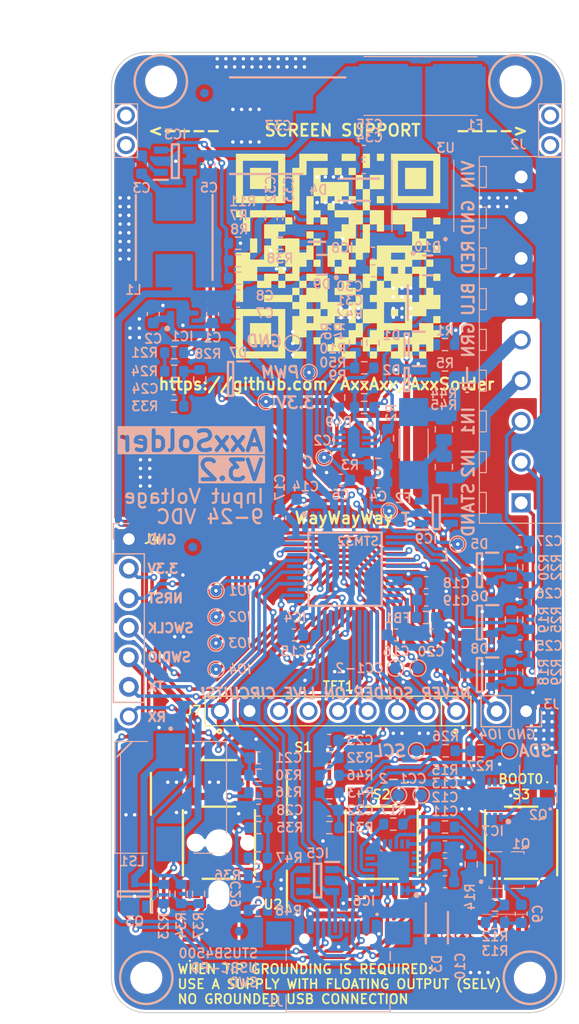
<source format=kicad_pcb>
(kicad_pcb (version 20241229) (generator "pcbnew") (generator_version "9.0")
  (layers (0 "F.Cu" signal) (2 "B.Cu" signal) (13 "F.Paste" user) (15 "B.Paste" user) (5 "F.SilkS" user "F.Silkscreen") (7 "B.SilkS" user "B.Silkscreen") (1 "F.Mask" user) (3 "B.Mask" user) (25 "Edge.Cuts" user))
  (net 0 "")
  (net 1 "/SPI_CS")
  (net 2 "+3.3V")
  (net 3 "/ENC_B")
  (net 4 "/SWCLK")
  (net 5 "/SWDIO")
  (net 6 "/RED")
  (net 7 "/BLUE")
  (net 8 "/Stand_inp")
  (net 9 "/GREEN")
  (net 10 "/SPI_MOSI")
  (net 11 "/SPI_SCK")
  (net 12 "/SPI_DC")
  (net 13 "/SPI_RST")
  (net 14 "/Buzzer")
  (net 15 "GND")
  (net 16 "/SD_CS")
  (net 17 "Net-(LS1--)")
  (net 18 "/NRST")
  (net 19 "/USB_D-")
  (net 20 "/USB_D+")
  (net 21 "/VBUS")
  (net 22 "/SCL")
  (net 23 "/SDA")
  (net 24 "/Handle_inp2")
  (net 25 "/Handle_inp1")
  (net 26 "/VDD_IN")
  (net 27 "/CC2")
  (net 28 "/CC1")
  (net 29 "/SW1")
  (net 30 "/TC")
  (net 31 "/SW2")
  (net 32 "/SW3")
  (net 33 "/Heater")
  (net 34 "Net-(IC3-CB)")
  (net 35 "Net-(IC3-SW)")
  (net 36 "Net-(C9-Pad1)")
  (net 37 "Net-(IC6-VREG_2V7)")
  (net 38 "Net-(IC6-VREG_1V2)")
  (net 39 "/ENC_A")
  (net 40 "Net-(C24-Pad1)")
  (net 41 "Net-(IC2A-+)")
  (net 42 "Net-(IC2A--)")
  (net 43 "Net-(IC2B-+)")
  (net 44 "Net-(IC2B--)")
  (net 45 "Net-(IC3-FB)")
  (net 47 "Net-(IC6-DISCH)")
  (net 48 "VDD")
  (net 49 "/VCCA")
  (net 50 "/VDD_IN_USBCPD")
  (net 51 "/USR1")
  (net 52 "/USR2")
  (net 53 "/USART_RX")
  (net 54 "Net-(IC6-VBUS_EN_SNK)")
  (net 55 "/CURRENT")
  (net 56 "/USR3")
  (net 57 "/USR4")
  (net 58 "/VBUS_IN")
  (net 59 "/USART_TX")
  (net 60 "/CC2_")
  (net 61 "/CC1_")
  (net 62 "Net-(IC6-VBUS_VS_DISCH)")
  (net 63 "Earth")
  (net 64 "/S_sense")
  (net 65 "/H_sense2")
  (net 66 "/H_sense1")
  (net 67 "Net-(IC7-GATE)")
  (net 69 "Net-(IC8-TG)")
  (net 71 "/BOOST")
  (net 72 "+7.5V")
  (net 73 "Net-(Q3-G)")
  (net 74 "Net-(R21-Pad1)")
  (net 78 "Net-(Q1-G)")
  (net 79 "/I_LEAK")
  (net 80 "Net-(IC9-IN+)")
  (net 81 "Net-(R43-Pad2)")
  (net 82 "Net-(R46-Pad2)")
  (net 83 "Net-(R47-Pad2)")
  (net 84 "Net-(R48-Pad2)")
  (net 85 "/S1")
  (net 86 "unconnected-(J1-SHIELD-PadS2)")
  (net 88 "Net-(IC2-Pad1)")
  (net 89 "Net-(IC2-Pad7)")
  (footprint "footprints:TSW-101-XX-YY-S" (layer "F.Cu") (at 190.66 124.08)
    (property "Reference" "TP18" (hide yes))
    (property "Value" "DIAG_TP" (hide yes))
  )
  (footprint "footprints:Adafruit_240x320_TFT" (layer "F.Cu") (at 180.52 126.64)
    (property "Reference" "TFT1")
    (property "Value" "~" (hide yes))
  )
  (footprint "footprints:ADTSM644RVTR" (layer "F.Cu") (at 170.25 135.4 -90)
    (property "Reference" "S1")
    (property "Value" "ADTSM644RVTR" (hide yes))
  )
  (footprint "footprints:TSW-108-XX-YY-S" (layer "F.Cu") (at 170.34 124.08)
    (property "Reference" "J7")
    (property "Value" "TSW-108-07-T-S" (hide yes))
  )
  (footprint "footprints:ADTSM644RVTR" (layer "F.Cu") (at 196.25 135.4 -90)
    (property "Reference" "S3")
    (property "Value" "ADTSM644RVTR" (hide yes))
  )
  (footprint "MountingHole:MountingHole_2.5mm" (layer "F.Cu") (at 197 147)
    (property "Reference" "H2" (hide yes))
    (property "Value" "MountingHole" (hide yes))
  )
  (footprint "footprints:PEC11J9215FS0015" (layer "F.Cu") (at 170.25 135.4)
    (property "Reference" "U2")
    (property "Value" "PEC11J-9215F-S0015" (hide yes))
  )
  (footprint "footprints:TSW-101-XX-YY-S" (layer "F.Cu") (at 162.5 124.55)
    (property "Reference" "TP13" (hide yes))
    (property "Value" "DIAG_TP" (hide yes))
  )
  (footprint "footprints:TSW-102-XX-YY-S" (layer "F.Cu") (at 198.75 72.925 -90)
    (property "Reference" "J6" (hide yes))
    (property "Value" "TSW-102-07-T-S" (hide yes))
  )
  (footprint "footprints:ADTSM644RVTR" (layer "F.Cu") (at 184.25 135.4 -90)
    (property "Reference" "S2")
    (property "Value" "ADTSM644RVTR" (hide yes))
  )
  (footprint "LOGO" (layer "F.Cu") (at 180.5 85)
    (property "Reference" "G***" (hide yes))
    (property "Value" "LOGO" (hide yes))
  )
  (footprint "MountingHole:MountingHole_2.5mm" (layer "F.Cu") (at 164 147)
    (property "Reference" "H1" (hide yes))
    (property "Value" "MountingHole" (hide yes))
  )
  (footprint "footprints:TSW-102-XX-YY-S" (layer "F.Cu") (at 162.25 72.925 -90)
    (property "Reference" "J5" (hide yes))
    (property "Value" "TSW-102-07-T-S" (hide yes))
  )
  (footprint "Capacitor_SMD:C_0603_1608Metric" (layer "B.Cu") (at 179.75 126.6 180)
    (property "Reference" "C23")
    (property "Value" "100n")
  )
  (footprint "footprints:INDPM7366X300N" (layer "B.Cu") (at 166.4 83.4 -90)
    (property "Reference" "L1")
    (property "Value" "SRP7028CC-150M" (hide yes))
  )
  (footprint "footprints:STL10N3LLH5" (layer "B.Cu") (at 197.725 130.355 180)
    (property "Reference" "Q2")
    (property "Value" "STL10N3LLH5" (hide yes))
  )
  (footprint "TestPoint:TestPoint_Pad_D1.0mm" (layer "B.Cu") (at 185.427179 120.4 180)
    (property "Reference" "TP2" (hide yes))
    (property "Value" "DIAG_TP")
  )
  (footprint "TestPoint:TestPoint_Pad_D1.0mm" (layer "B.Cu") (at 170 116 180)
    (property "Reference" "TP6" (hide yes))
    (property "Value" "DIAG_TP" (hide yes))
  )
  (footprint "Capacitor_SMD:C_0603_1608Metric" (layer "B.Cu") (at 180.75 104.25 180)
    (property "Reference" "C6")
    (property "Value" "1n")
  )
  (footprint "footprints:691243110009" (layer "B.Cu") (at 196.25 106.2 -90)
    (property "Reference" "J2")
    (property "Value" "691243110009" (hide yes))
  )
  (footprint "TestPoint:TestPoint_Pad_D1.0mm" (layer "B.Cu") (at 190.8 109.75 180)
    (property "Reference" "TP9" (hide yes))
    (property "Value" "Current_TP")
  )
  (footprint "footprints:SOT95P230X110-3N" (layer "B.Cu") (at 192.6625 116.485 180)
    (property "Reference" "D6")
    (property "Value" "BAT54S" (hide yes))
  )
  (footprint "Resistor_SMD:R_0603_1608Metric" (layer "B.Cu") (at 173.65 129.6)
    (property "Reference" "R30")
    (property "Value" "4k7")
  )
  (footprint "Resistor_SMD:R_0603_1608Metric" (layer "B.Cu") (at 171.9 85.4)
    (property "Reference" "R7")
    (property "Value" "360k")
  )
  (footprint "footprints:QFP50P900X900X160-48N" (layer "B.Cu") (at 181.1 111.9 -90)
    (property "Reference" "IC4")
    (property "Value" "STM32G431CBT6" (hide yes))
  )
  (footprint "Connector_PinHeader_2.54mm:PinHeader_1x02_P2.54mm_Vertical" (layer "B.Cu") (at 196.675 124.1 90)
    (property "Reference" "J3")
    (property "Value" "TSW-102-07-T-S")
  )
  (footprint "Resistor_SMD:R_0603_1608Metric" (layer "B.Cu") (at 168.5 139.8 90)
    (property "Reference" "R37")
    (property "Value" "4k7")
  )
  (footprint "Capacitor_SMD:C_0603_1608Metric" (layer "B.Cu") (at 174.75 81.75 -90)
    (property "Reference" "C32")
    (property "Value" "10u")
  )
  (footprint "Resistor_SMD:R_0603_1608Metric" (layer "B.Cu") (at 188.075 116.05)
    (property "Reference" "FB1")
    (property "Value" "BLM18HE601SN1D")
  )
  (footprint "Resistor_SMD:R_0603_1608Metric" (layer "B.Cu") (at 171.9 86.9)
    (property "Reference" "R8")
    (property "Value" "360k")
  )
  (footprint "Resistor_SMD:R_0603_1608Metric" (layer "B.Cu") (at 189.7 134.05)
    (property "Reference" "R15")
    (property "Value" "22k")
  )
  (footprint "Resistor_SMD:R_0603_1608Metric" (layer "B.Cu") (at 196.9125 116.235 90)
    (property "Reference" "R25")
    (property "Value" "4k7")
  )
  (footprint "Fiducial:Fiducial_0.75mm_Mask1.5mm" (layer "B.Cu") (at 169 71 180)
    (property "Reference" "FID3" (hide yes))
    (property "Value" "Fiducial")
  )
  (footprint "Resistor_SMD:R_0603_1608Metric" (layer "B.Cu") (at 171.9 83.9 180)
    (property "Reference" "R11")
    (property "Value" "22k")
  )
  (footprint "Capacitor_SMD:C_0603_1608Metric" (layer "B.Cu") (at 189.7 138.75)
    (property "Reference" "C11")
    (property "Value" "10u")
  )
  (footprint "Capacitor_SMD:C_0603_1608Metric" (layer "B.Cu") (at 171.9 89.9 180)
    (property "Reference" "C7")
    (property "Value" "10u")
  )
  (footprint "Capacitor_SMD:C_0603_1608Metric" (layer "B.Cu") (at 169.4 77.125 90)
    (property "Reference" "C5")
    (property "Value" "10u")
  )
  (footprint "footprints:RHDR6W97P0X254_1X6_1574X250X865P" (layer "B.Cu") (at 162.5 109.31 -90)
    (property "Reference" "J4")
    (property "Value" "61300611821" (hide yes))
  )
  (footprint "Capacitor_SMD:C_0603_1608Metric" (layer "B.Cu") (at 185.5 117.55)
    (property "Reference" "C16")
    (property "Value" "100n")
  )
  (footprint "Resistor_SMD:R_0603_1608Metric" (layer "B.Cu") (at 168.6 95.6 -90)
    (property "Reference" "R28")
    (property "Value" "4k7")
  )
  (footprint "Resistor_SMD:R_0603_1608Metric" (layer "B.Cu") (at 191.95 137.25 -90)
    (property "Reference" "R14")
    (property "Value" "1k5")
  )
  (footprint "Resistor_SMD:R_0603_1608Metric" (layer "B.Cu") (at 179.75 129.6)
    (property "Reference" "R46")
    (property "Value" "100")
  )
  (footprint "footprints:PMEG6020ER115" (layer "B.Cu") (at 188.2 85.8)
    (property "Reference" "D10")
    (property "Value" "PMEG6020ER" (hide yes))
  )
  (footprint "Resistor_SMD:R_0603_1608Metric" (layer "B.Cu") (at 173.6 138.2)
    (property "Reference" "R36")
    (property "Value" "4k7")
  )
  (footprint "footprints:CMI9653SSMTTR" (layer "B.Cu") (at 166.1 131.25 -90)
    (property "Reference" "LS1")
    (property "Value" "CMI-9653S-SMT-TR" (hide yes))
  )
  (footprint "TestPoint:TestPoint_Pad_D1.0mm" (layer "B.Cu") (at 187.25 127.5 180)
    (property "Reference" "TP15" (hide yes))
    (property "Value" "DIAG_TP")
  )
  (footprint "Capacitor_SMD:C_0603_1608Metric" (layer "B.Cu") (at 183.5 84.75 180)
    (property "Reference" "C30")
    (property "Value" "10u")
  )
  (footprint "Capacitor_SMD:C_0603_1608Metric" (layer "B.Cu") (at 182.7 76)
    (property "Reference" "C35")
    (property "Value" "10u")
  )
  (footprint "TestPoint:TestPoint_Pad_D1.0mm" (layer "B.Cu") (at 185.7 131.3 90)
    (property "Reference" "TP8" (hide yes))
    (property "Value" "DIAG_TP")
  )
  (footprint "Resistor_SMD:R_0603_1608Metric" (layer "B.Cu") (at 173.65 131.1 180)
    (property "Reference" "R16")
    (property "Value" "100")
  )
  (footprint "Resistor_SMD:R_0805_2012Metric" (layer "B.Cu") (at 189.6 103.1125 90)
    (property "Reference" "R45")
    (property "Value" "100m")
  )
  (footprint "footprints:SODFL3619X98N" (layer "B.Cu") (at 189 142.7 -90)
    (property "Reference" "D3")
    (property "Value" "SMF4L24AT1G" (hide yes))
  )
  (footprint "TestPoint:TestPoint_Pad_D1.0mm" (layer "B.Cu") (at 170 113.75 180)
    (property "Reference" "TP4" (hide yes))
    (property "Value" "DIAG_TP")
  )
  (footprint "Resistor_SMD:R_0603_1608Metric" (layer "B.Cu") (at 189.7 92.6 180)
    (property "Reference" "R1")
    (property "Value" "1k5")
  )
  (footprint "Resistor_SMD:R_0603_1608Metric" (layer "B.Cu") (at 179.75 128.1 180)
    (property "Reference" "R32")
    (property "Value" "4k7")
  )
  (footprint "Capacitor_SMD:C_0603_1608Metric" (layer "B.Cu") (at 177.7 105.9 180)
    (property "Reference" "C14")
    (property "Value" "100n")
  )
  (footprint "footprints:BSC014N04LS" (layer "B.Cu") (at 187.795 76.76 180)
    (property "Reference" "U3")
    (property "Value" "BSC014N04LS")
  )
  (footprint "Resistor_SMD:R_0603_1608Metric" (layer "B.Cu") (at 165.5 139.8 90)
    (property "Reference" "R23")
    (property "Value" "4k7")
  )
  (footprint "footprints:SON50P200X200X80-9N" (layer "B.Cu") (at 181.85 100.85 180)
    (property "Reference" "IC2")
    (property "Value" "OPA2387DSGT" (hide yes))
  )
  (footprint "Capacitor_SMD:C_0603_1608Metric" (layer "B.Cu") (at 188.075 114.55)
    (property "Reference" "C19")
    (property "Value" "10u")
  )
  (footprint "Resistor_SMD:R_0603_1608Metric" (layer "B.Cu") (at 179.75 134.1 180)
    (property "Reference" "R31")
    (property "Value" "4k7")
  )
  (footprint "footprints:SOT95P230X110-3N" (layer "B.Cu") (at 192.6625 120.985 180)
    (property "Reference" "D8")
    (property "Value" "BAT54S" (hide yes))
  )
  (footprint "Resistor_SMD:R_0603_1608Metric" (layer "B.Cu") (at 195.4125 120.735 90)
    (property "Reference" "R18")
    (property "Value" "4k7")
  )
  (footprint "Resistor_SMD:R_0603_1608Metric" (layer "B.Cu") (at 167 139.8 -90)
    (property "Reference" "R34")
    (property "Value" "100")
  )
  (footprint "Fiducial:Fiducial_0.75mm_Mask1.5mm" (layer "B.Cu") (at 168 110 180)
    (property "Reference" "FID1" (hide yes))
    (property "Value" "Fiducial")
  )
  (footprint "Capacitor_SMD:C_0603_1608Metric" (layer "B.Cu") (at 171.9 88.4 180)
    (property "Reference" "C8")
    (property "Value" "10u")
  )
  (footprint "Capacitor_SMD:C_0603_1608Metric" (layer "B.Cu") (at 196.1625 118.485 180)
    (property "Reference" "C25")
    (property "Value" "100n")
  )
  (footprint "TestPoint:TestPoint_Pad_D1.0mm" (layer "B.Cu") (at 195.25 127.5 180)
    (property "Reference" "TP16" (hide yes))
    (property "Value" "DIAG_TP")
  )
  (footprint "Resistor_SMD:R_0603_1608Metric" (layer "B.Cu") (at 189.75 127.5)
    (property "Reference" "R26")
    (property "Value" "4k7")
  )
  (footprint "Resistor_SMD:R_0603_1608Metric" (layer "B.Cu") (at 196.9125 111.735 90)
    (property "Reference" "R22")
    (property "Value" "4k7")
  )
  (footprint "Resistor_SMD:R_0603_1608Metric" (layer "B.Cu") (at 194 140.75 180)
    (property "Reference" "R12")
    (property "Value" "22k")
  )
  (footprint "footprints:SOT65P210X110-3N" (layer "B.Cu") (at 186.4 95.6 180)
    (property "Reference" "D2")
    (property "Value" "BAV199WQ-7" (hide yes))
  )
  (footprint "Resistor_SMD:R_0603_1608Metric" (layer "B.Cu") (at 173.6 136.7 180)
    (property "Reference" "R47")
    (property "Value" "100")
  )
  (footprint "footprints:RESC6432X89N" (layer "B.Cu") (at 186.5 89 180)
    (property "Reference" "R42")
    (property "Value" "5m" (hide yes))
  )
  (footprint "Resistor_SMD:R_0603_1608Metric" (layer "B.Cu") (at 182.75 94.6 180)
    (property "Reference" "R10")
    (property "Value" "220k")
  )
  (footprint "footprints:PMEG6020ER115" (layer "B.Cu") (at 179.1 85.75 180)
    (property "Reference" "D9")
    (property "Value" "PMEG6020ER" (hide yes))
  )
  (footprint "Capacitor_SMD:C_0603_1608Metric" (layer "B.Cu") (at 182.7 77.4)
    (property "Reference" "C34")
    (property "Value" "10u")
  )
  (footprint "Resistor_SMD:R_0603_1608Metric" (layer "B.Cu") (at 189.7 95.4 180)
    (property "Reference" "R5")
    (property "Value" "1k5")
  )
  (footprint "footprints:USB4110GFA" (layer "B.Cu") (at 180.5 146.25 180)
    (property "Reference" "J1")
    (property "Value" "USB4110-GF-A" (hide yes))
  )
  (footprint "Resistor_SMD:R_0603_1608Metric" (layer "B.Cu") (at 166.4 97.9 180)
    (property "Reference" "R33")
    (property "Value" "4k7")
  )
  (footprint "TestPoint:TestPoint_Pad_D1.0mm" (layer "B.Cu") (at 176.6 92.5 180)
    (property "Reference" "TP12" (hide yes))
    (property "Value" "GND_TP")
  )
  (footprint "Capacitor_SMD:C_0603_1608Metric" (layer "B.Cu") (at 189.7 137.24)
    (property "Reference" "C12")
    (property "Value" "10u")
  )
  (footprint "Capacitor_SMD:C_0603_1608Metric" (layer "B.Cu") (at 175.5 107.5 -90)
    (property "Reference" "C17")
    (property "Value" "100n")
  )
  (footprint "Capacitor_SMD:C_0603_1608Metric" (layer "B.Cu") (at 189.7 135.75)
    (property "Reference" "C13")
    (property "Value" "10u")
  )
  (footprint "Capacitor_SMD:C_0603_1608Metric" (layer "B.Cu") (at 164.6 89.975 90)
    (property "Reference" "C2")
    (property "Value" "10u")
  )
  (footprint "Capacitor_SMD:C_0603_1608Metric" (layer "B.Cu") (at 173.65 132.6 180)
    (property "Reference" "C28")
    (property "Value" "100n")
  )
  (footprint "Resistor_SMD:R_0603_1608Metric" (layer "B.Cu") (at 166.4 93.3)
    (property "Reference" "R21")
    (property "Value" "22k")
  )
  (footprint "Capacitor_SMD:C_0603_1608Metric" (layer "B.Cu") (at 173.65 128.1)
    (property "Reference" "C21")
    (property "Value" "100n")
  )
  (footprint "Resistor_SMD:R_0603_1608Metric" (layer "B.Cu") (at 196.9125 120.735 90)
    (property "Reference" "R29")
    (property "Value" "4k7")
  )
  (footprint "Resistor_SMD:R_0603_1608Metric" (layer "B.Cu") (at 185.25 133.8)
    (property "Reference" "R17")
    (property "Value" "1k5")
  )
  (footprint "Resistor_SMD:R_0603_1608Metric" (layer "B.Cu") (at 175.5 83.9 180)
    (property "Reference" "R38")
    (property "Value" "4k7")
  )
  (footprint "Capacitor_SMD:C_0603_1608Metric" (layer "B.Cu") (at 173.6 139.7 180)
    (property "Reference" "C29")
    (property "Value" "100n")
  )
  (footprint "footprints:SODFL3619X98N" (layer "B.Cu") (at 181.9 79.3 180)
    (property "Reference" "D4")
    (property "Value" "SMF4L24AT1G" (hide yes))
  )
  (footprint "Resistor_SMD:R_0603_1608Metric" (layer "B.Cu") (at 183.95 102.9)
    (property "Reference" "R3")
    (property "Value" "220k")
  )
  (footprint "footprints:QFN50P400X400X100-25N-D" (layer "B.Cu") (at 185.25 137.5 90)
    (property "Reference" "IC6")
    (property "Value" "STUSB4500QTR" (hide yes))
  )
  (footprint "Capacitor_SMD:C_0603_1608Metric" (layer "B.Cu") (at 196.25 141.5 90)
    (property "Reference" "C9")
    (property "Value" "100n")
  )
  (footprint "TestPoint:TestPoint_Pad_D1.0mm" (layer "B.Cu") (at 187.65 131.3 90)
    (property "Reference" "TP7" (hide yes))
    (property "Value" "DIAG_TP")
  )
  (footprint "footprints:STL9P3LLH6" (layer "B.Cu") (at 195 137.75 90)
    (property "Reference" "Q1")
    (property "Value" "STL9P3LLH6" (hide yes))
  )
  (footprint "TestPoint:TestPoint_Pad_D1.0mm" (layer "B.Cu") (at 174.3 97.5 180)
    (property "Reference" "TP3" (hide yes))
    (property "Value" "3.3V_TP")
  )
  (footprint "Capacitor_SMD:C_0603_1608Metric" (layer "B.Cu") (at 179.75 132.6 180)
    (property "Reference" "C22")
    (property "Value" "100n")
  )
  (footprint "footprints:SON50P300X200X80-9N" (layer "B.Cu") (at 193.75 131.7 90)
    (property "Reference" "IC7")
    (property "Value" "MAX16171ATA_VY+T" (hide yes))
  )
  (footprint "footprints:SOP65P490X110-9N" (layer "B.Cu") (at 180.888 82.225)
    (property "Reference" "IC8")
    (property "Value" "LTC4440AHMS8E" (hide yes))
  )
  (footprint "Capacitor_SMD:C_0603_1608Metric" (layer "B.Cu") (at 191 143.4 90)
    (property "Reference" "C10")
    (property "Value" "10u")
  )
  (footprint "Capacitor_SMD:C_0603_1608Metric" (layer "B.Cu") (at 176.7 117.55 180)
    (property "Reference" "C15")
    (property "Value" "100n")
  )
  (footprint "Resistor_SMD:R_0603_1608Metric" (layer "B.Cu") (at 195.4125 116.235 90)
    (property "Reference" "R19")
    (property "Value" "4k7")
  )
  (footprint "footprints:CAPAE830X1050N" (layer "B.Cu") (at 175.35 73.8 180)
    (property "Reference" "C37")
    (property "Value" "220u" (hide yes))
  )
  (footprint "footprints:SOT95P230X110-3N" (layer "B.Cu") (at 171.25 95.55 180)
    (property "Reference" "D7")
    (property "Value" "BAT54S" (hide yes))
  )
  (footprint "Capacitor_SMD:C_0603_1608Metric" (layer "B.Cu") (at 183.95 104.4)
    (property "Reference" "C4")
    (property "Value" "1n")
  )
  (footprint "Capacitor_SMD:C_0603_1608Metric" (layer "B.Cu") (at 169.7 89.975 -90)
    (property "Reference" "C1")
    (property "Value" "10u")
  )
  (footprint "Resistor_SMD:R_0603_1608Metric" (layer "B.Cu") (at 182.75 98)
    (property "Reference" "R9")
    (property "Value" "360k")
  )
  (footprint "Capacitor_SMD:C_0603_1608Metric" (layer "B.Cu") (at 188.075 113.05)
    (property "Reference" "C18")
    (property "Value" "100n")
  )
  (footprint "Capacitor_SMD:C_0603_1608Metric" (layer "B.Cu") (at 166.4 96.4 180)
    (property "Reference" "C24")
    (property "Value" "100n")
  )
  (footprint "TestPoint:TestPoint_Pad_D1.0mm" (layer "B.Cu") (at 184.9 106.9 180)
    (property "Reference" "TP11" (hide yes))
    (property "Value" "TC_TP")
  )
  (footprint "Resistor_SMD:R_0603_1608Metric" (layer "B.Cu") (at 180.55 97.15 90)
    (property "Reference" "R49")
    (property "Value" "10")
  )
  (footprint "footprints:SOT65P210X110-3N" (layer "B.Cu") (at 186.4 92.65 180)
    (property "Reference" "D1")
    (property "Value" "BAV199WQ-7" (hide yes))
  )
  (footprint "Resistor_SMD:R_0603_1608Metric" (layer "B.Cu") (at 179.75 131.1)
    (property "Reference" "R43")
    (property "Value" "100")
  )
  (footprint "footprints:0154100DR" (layer "B.Cu") (at 187.6 70.4)
    (property "Reference" "F1")
    (property "Value" "0154007.DR" (hide yes))
  )
  (footprint "TestPoint:TestPoint_Pad_D1.0mm" (layer "B.Cu") (at 170 118.25 180)
    (property "Reference" "TP5" (hide yes))
    (property "Value" "DIAG_TP")
  )
  (footprint "footprints:SOT95P230X110-3N" (layer "B.Cu") (at 163 139.8 90)
    (property "Reference" "Q3")
    (property "Value" "2N7002NXAKR" (hide yes))
  )
  (footprint "footprints:SOT95P280X145-6N" (layer "B.Cu") (at 166.5 76.85)
    (property "Reference" "IC3")
    (property "Value" "LMR54406DBVR" (hide yes))
  )
  (footprint "footprints:SOT95P280X145-5N" (layer "B.Cu") (at 188.95 107)
    (property "Reference" "IC9")
    (property "Value" "INA281A5QDBVRQ1" (hide yes))
  )
  (footprint "Capacitor_SMD:C_0603_1608Metric" (layer "B.Cu") (at 183.525 86.26 180)
    (property "Reference" "C31")
    (property "Value" "10u")
  )
  (footprint "Resistor_SMD:R_0603_1608Metric" (layer "B.Cu") (at 182 92.45 90)
    (property "Reference" "R6")
    (property "Value" "4k7")
  )
  (footprint "Resistor_SMD:R_0603_1608Metric" (layer "B.Cu") (at 194 142.25)
    (property "Reference" "R13")
    (property "Value" "100")
  )
  (footprint "Resistor_SMD:R_0603_1608Metric" (layer "B.Cu") (at 184.75 100.65 -90)
    (property "Reference" "R2")
    (property "Value" "360k")
  )
  (footprint "Capacitor_SMD:C_0603_1608Metric" (layer "B.Cu") (at 176.25 81.75 -90)
    (property "Reference" "C33")
    (property "Value" "100n")
  )
  (footprint "footprints:SF2410FP100W2" (layer "B.Cu") (at 187 101.1 90)
    (property "Reference" "F2")
    (property "Value" "SF-2410FP100W-2" (hide yes))
  )
  (footprint "Capacitor_SMD:C_0603_1608Metric" (layer "B.Cu") (at 163.6 77.15 -90)
    (property "Reference" "C3")
    (property "Value" "100n")
  )
  (footprint "TestPoint:TestPoint_Pad_D1.0mm" (layer "B.Cu") (at 179.3 102.3 180)
    (property "Reference" "TP10" (hide yes))
    (property "Value" "Current_TP")
  )
  (footprint "Capacitor_SMD:C_0603_1608Metric" (layer "B.Cu") (at 196.1625 113.985 180)
    (property "Reference" "C26")
    (property "Value" "100n")
  )
  (footprint "footprints:SOT95P230X110-3N" (layer "B.Cu") (at 192.6625 111.985 180)
    (property "Reference" "D5")
    (property "Value" "BAT54S" (hide yes))
  )
  (footprint "TestPoint:TestPoint_Pad_D1.0mm" (layer "B.Cu") (at 170 120.5 180)
    (property "Reference" "TP14" (hide yes))
    (property "Value" "DIAG_TP")
  )
  (footprint "Resistor_SMD:R_0603_1608Metric" (layer "B.Cu") (at 173.65 134.1 180)
    (property "Reference" "R35")
    (property "Value" "4k7")
  )
  (footprint "TestPoint:TestPoint_Pad_D1.0mm" (layer "B.Cu") (at 187.372699 120.395198 180)
    (property "Reference" "TP1" (hide yes))
    (property "Value" "DIAG_TP")
  )
  (footprint "Resistor_SMD:R_0603_1608Metric" (layer "B.Cu") (at 192.75 127.5 180)
    (property "Reference" "R27")
    (property "Value" "4k7")
  )
  (footprint "Resistor_SMD:R_0603_1608Metric" (layer "B.Cu") (at 195.4125 111.735 90)
    (property "Reference" "R20")
    (property "Value" "4k7")
  )
  (footprint "Resistor_SMD:R_0603_1608Metric" (layer "B.Cu") (at 182.75 96.3 180)
    (property "Reference" "R50")
    (property "Value" "10")
  )
  (footprint "Fiducial:Fiducial_0.75mm_Mask1.5mm" (layer "B.Cu") (at 172 143 180)
    (property "Reference" "FID2" (hide yes))
    (property "Value" "Fiducial")
  )
  (footprint "Resistor_SMD:R_0603_1608Metric" (layer "B.Cu") (at 173.6 141.2 180)
    (property "Reference" "R48")
    (property "Value" "100")
  )
  (footprint "footprints:SON65P200X200X80-7N" (layer "B.Cu") (at 167.15 89.9)
    (property "Reference" "IC1")
    (property "Value" "TLV76733DRVR" (hide yes))
  )
  (footprint "Capacitor_SMD:C_0603_1608Metric" (layer "B.Cu") (at 188.5 117.55)
    (property "Reference" "C20")
    (property "Value" "10u")
  )
  (footprint "Resistor_SMD:R_0603_1608Metric" (layer "B.Cu") (at 183.5 92.45 -90)
    (property "Reference" "R4")
    (property "Value" "4k7")
  )
  (footprint "TestPoint:TestPoint_Pad_D1.0mm" (layer "B.Cu") (at 178 95 180)
    (property "Reference" "TP17" (hide yes))
    (property "Value" "SW_TP")
  )
  (footprint "Resistor_SMD:R_0603_1608Metric" (layer "B.Cu") (at 166.4 94.9 180)
    (property "Reference" "R24")
    (property "Value" "22k")
  )
  (footprint "Resistor_SMD:R_0805_2012Metric" (layer "B.Cu") (at 189.6 99.8875 90)
    (property "Reference" "R44")
    (property "Value" "1M")
  )
  (footprint "footprints:SOT95P280X145-6N" (layer "B.Cu") (at 178.75 138.65 180)
    (property "Reference" "IC5")
    (property "Value" "TPD4E1U06DBVR" (hide yes))
  )
  (footprint "Capacitor_SMD:C_0603_1608Metric" (layer "B.Cu") (at 196.1625 109.485 180)
    (property "Reference" "C27")
    (property "Value" "100n")
  )
  (gr_circle (center 197 147) (end 199.25 147) (stroke (width 0.2)) (fill no) (layer "F.SilkS"))
  (gr_circle (center 195.75 70) (end 198 70) (stroke (width 0.2)) (fill no) (layer "F.SilkS"))
  (gr_circle (center 165.25 70) (end 167.5 70) (stroke (width 0.2)) (fill no) (layer "F.SilkS"))
  (gr_circle (center 164 147) (end 166.25 147) (stroke (width 0.2)) (fill no) (layer "F.SilkS"))
  (gr_circle (center 180.35 86.85) (end 180.5 86.85) (stroke (width 0.15)) (fill no) (layer "B.SilkS"))
  (gr_circle (center 165.25 70) (end 167.5 70) (stroke (width 0.2)) (fill no) (layer "B.SilkS"))
  (gr_line (start 161.5 128) (end 162.75 126.75) (stroke (width 0.15)) (layer "B.SilkS"))
  (gr_circle (center 186.95 84.75) (end 187.1 84.75) (stroke (width 0.15)) (fill no) (layer "B.SilkS"))
  (gr_circle (center 195.75 70) (end 198 70) (stroke (width 0.2)) (fill no) (layer "B.SilkS"))
  (gr_circle (center 164 147) (end 166.25 147) (stroke (width 0.2)) (fill no) (layer "B.SilkS"))
  (gr_line (start 192.3 95.9) (end 190.9 95.9) (stroke (width 0.15)) (layer "B.SilkS"))
  (gr_line (start 191.7 96.7) (end 191.5 96.7) (stroke (width 0.15)) (layer "B.SilkS"))
  (gr_line (start 192 96.3) (end 191.2 96.3) (stroke (width 0.15)) (layer "B.SilkS"))
  (gr_circle (center 197 147) (end 199.25 147) (stroke (width 0.2)) (fill no) (layer "B.SilkS"))
  (gr_line (start 191.6 94.6) (end 191.6 95.8) (stroke (width 0.2)) (layer "B.SilkS"))
  (gr_circle (center 198.75 132.5) (end 198.828346 132.5) (stroke (width 0.15)) (fill no) (layer "B.SilkS"))
  (gr_line (start 200 70.5) (end 200 147) (stroke (width 0.1)) (layer "Edge.Cuts"))
  (gr_arc (start 161 70.5) (mid 161.87868 68.37868) (end 164 67.5) (stroke (width 0.1)) (layer "Edge.Cuts"))
  (gr_arc (start 197 67.5) (mid 199.12132 68.37868) (end 200 70.5) (stroke (width 0.1)) (layer "Edge.Cuts"))
  (gr_arc (start 164 150) (mid 161.87868 149.12132) (end 161 147) (stroke (width 0.1)) (layer "Edge.Cuts"))
  (gr_arc (start 200 147) (mid 199.12132 149.12132) (end 197 150) (stroke (width 0.1)) (layer "Edge.Cuts"))
  (gr_line (start 161 147) (end 161 70.5) (stroke (width 0.1)) (layer "Edge.Cuts"))
  (gr_line (start 164 67.5) (end 197 67.5) (stroke (width 0.1)) (layer "Edge.Cuts"))
  (gr_line (start 197 150) (end 164 150) (stroke (width 0.1)) (layer "Edge.Cuts"))
  (gr_text "AxxSolder" (at 187.9 142.7 0) (layer "F.Cu" knockout) (effects (font (size 1.5 1.5) (thickness 0.3) (bold yes)) (justify left)))
  (gr_text "V3.2" (at 187.9 144.9 0) (layer "F.Cu" knockout) (effects (font (size 1.5 1.5) (thickness 0.3) (bold yes)) (justify left)))
  (gr_text "https://github.com/AxxAxx/AxxSolder" (at 179.5 96 0) (layer "F.SilkS") (effects (font (size 1 1) (thickness 0.2) (bold yes))))
  (gr_text "WayWayWay" (at 181 107.5 0) (layer "F.SilkS") (effects (font (size 1 1) (thickness 0.2) (bold yes))))
  (gr_text "<----     SCREEN SUPPORT    ---->" (at 180.5 74.2 0) (layer "F.SilkS") (effects (font (size 1 1) (thickness 0.2) (bold yes))))
  (gr_text "BOOT0" (at 194.2 130.4 0) (layer "F.SilkS") (effects (font (size 0.8 0.8) (thickness 0.15) (bold yes)) (justify left bottom)))
  (gr_text "WHEN TIP GROUNDING IS REQUIRED:\nUSE A SUPPLY WITH FLOATING OUTPUT (SELV)\nNO GROUNDED USB CONNECTION" (at 166.6 149.3 0) (layer "F.SilkS") (effects (font (size 0.8 0.8) (thickness 0.15) (bold yes)) (justify left bottom)))
  (gr_text "V3.2" (at 174.25 103.4 0) (layer "B.SilkS" knockout) (effects (font (size 1.7 1.7) (thickness 0.34) (bold yes)) (justify left mirror)))
  (gr_text "AxxSolder" (at 174.25 100.9 0) (layer "B.SilkS" knockout) (effects (font (size 1.7 1.7) (thickness 0.34) (bold yes)) (justify left mirror)))
  (gr_text "STUSB4500" (at 173.7 144.9 0) (layer "B.SilkS") (effects (font (size 0.8 0.8) (thickness 0.15) (bold yes)) (justify left mirror)))
  (gr_text "RX" (at 164 124.6 0) (layer "B.SilkS") (effects (font (size 0.8 0.8) (thickness 0.2) (bold yes)) (justify right mirror)))
  (gr_text "GND" (at 191.7 81.7 90) (layer "B.SilkS") (effects (font (size 1 1) (thickness 0.2) (bold yes)) (justify mirror)))
  (gr_text "SWCLK" (at 164 116.96 0) (layer "B.SilkS") (effects (font (size 0.8 0.8) (thickness 0.2) (bold yes)) (justify right mirror)))
  (gr_text "3.3V" (at 176.9 97.6 0) (layer "B.SilkS") (effects (font (size 1 1) (thickness 0.2) (bold yes) (italic yes)) (justify mirror)))
  (gr_text "PWM" (at 175.575 95 0) (layer "B.SilkS") (effects (font (size 1 1) (thickness 0.2) (bold yes) (italic yes)) (justify mirror)))
  (gr_text "SWDIO" (at 164 119.46 0) (layer "B.SilkS") (effects (font (size 0.8 0.8) (thickness 0.2) (bold yes)) (justify right mirror)))
  (gr_text "SDA" (at 197.5 127.5 0) (layer "B.SilkS") (effects (font (size 1 1) (thickness 0.2) (bold yes) (italic yes)) (justify mirror)))
  (gr_text "IO4" (at 192.55 126.1 0) (layer "B.SilkS") (effects (font (size 0.8 0.8) (thickness 0.15) (bold yes) (italic yes)) (justify right mirror)))
  (gr_text "NRST" (at 164 114.4 0) (layer "B.SilkS") (effects (font (size 0.8 0.8) (thickness 0.2) (bold yes)) (justify right mirror)))
  (gr_text "9-24 VDC" (at 174.25 107.4 0) (layer "B.SilkS") (effects (font (size 1.2 1.2) (thickness 0.2)) (justify left mirror)))
  (gr_text "VIN" (at 191.7 78 90) (layer "B.SilkS") (effects (font (size 1 1) (thickness 0.2) (bold yes)) (justify mirror)))
  (gr_text "IN1" (at 191.7 99.2 90) (layer "B.SilkS") (effects (font (size 1 1) (thickness 0.2) (bold yes)) (justify mirror)))
  (gr_text "L" (at 189.7 110.7 0) (layer "B.SilkS") (effects (font (size 1 1) (thickness 0.2) (bold yes) (italic yes)) (justify mirror)))
  (gr_text "STAND" (at 191.7 106.8 90) (layer "B.SilkS") (effects (font (size 1 1) (thickness 0.2) (bold yes)) (justify mirror)))
  (gr_text "TX" (at 164 122 0) (layer "B.SilkS") (effects (font (size 0.8 0.8) (thickness 0.2) (bold yes)) (justify right mirror)))
  (gr_text "STM32" (at 184.1 109.5 0) (layer "B.SilkS") (effects (font (size 0.75 0.75) (thickness 0.15) (bold yes)) (justify left mirror)))
  (gr_text "GND" (at 174.2 92.3 0) (layer "B.SilkS") (effects (font (size 1 1) (thickness 0.2) (bold yes) (italic yes)) (justify mirror)))
  (gr_text "USBC-PD" (at 173.7 146.15 0) (layer "B.SilkS") (effects (font (size 0.8 0.8) (thickness 0.15) (bold yes)) (justify left mirror)))
  (gr_text "GND" (at 196.3 126.1 0) (layer "B.SilkS") (effects (font (size 0.8 0.8) (thickness 0.15) (bold yes) (italic yes)) (justify mirror)))
  (gr_text "RED" (at 191.7 85.1 90) (layer "B.SilkS") (effects (font (size 1 1) (thickness 0.2) (bold yes)) (justify mirror)))
  (gr_text "GND" (at 164 109.36 0) (layer "B.SilkS") (effects (font (size 0.8 0.8) (thickness 0.2) (bold yes)) (justify right mirror)))
  (gr_text "GRN" (at 191.7 92.2 90) (layer "B.SilkS") (effects (font (size 1 1) (thickness 0.2) (bold yes)) (justify mirror)))
  (gr_text "NEVER SOLDER ON LIVE CIRCUITS!" (at 192.1 123.1 0) (layer "B.SilkS") (effects (font (size 0.9 0.9) (thickness 0.2) (bold yes) (italic yes)) (justify left bottom mirror)))
  (gr_text "CC1-2" (at 186.1 129.9 0) (layer "B.SilkS") (effects (font (size 0.8 0.8) (thickness 0.15) (bold yes) (italic yes)) (justify mirror)))
  (gr_text "SWD" (at 173.7 147.4 0) (layer "B.SilkS") (effects (font (size 0.8 0.8) (thickness 0.15) (bold yes)) (justify left mirror)))
  (gr_text "IO1" (at 171 113.75 0) (layer "B.SilkS") (effects (font (size 0.8 0.8) (thickness 0.15) (bold yes) (italic yes)) (justify right mirror)))
  (gr_text "IO3" (at 171 118.25 0) (layer "B.SilkS") (effects (font (size 0.8 0.8) (thickness 0.15) (bold yes) (italic yes)) (justify right mirror)))
  (gr_text "IO2" (at 171 116 0) (layer "B.SilkS") (effects (font (size 0.8 0.8) (thickness 0.15) (bold yes) (italic yes)) (justify right mirror)))
  (gr_text "IO4" (at 171 120.5 0) (layer "B.SilkS") (effects (font (size 0.8 0.8) (thickness 0.15) (bold yes) (italic yes)) (justify right mirror)))
  (gr_text "BLU" (at 191.7 88.7 90) (layer "B.SilkS") (effects (font (size 1 1) (thickness 0.2) (bold yes)) (justify mirror)))
  (gr_text "C" (at 178 102.75 0) (layer "B.SilkS") (effects (font (size 1 1) (thickness 0.2) (bold yes) (italic yes)) (justify mirror)))
  (gr_text "IN2" (at 191.7 102.8 90) (layer "B.SilkS") (effects (font (size 1 1) (thickness 0.2) (bold yes)) (justify mirror)))
  (gr_text "Input Voltage" (at 174.25 105.65 0) (layer "B.SilkS") (effects (font (size 1.2 1.2) (thickness 0.2)) (justify left mirror)))
  (gr_text "3.3V" (at 164 111.86 0) (layer "B.SilkS") (effects (font (size 0.8 0.8) (thickness 0.2) (bold yes)) (justify right mirror)))
  (gr_text "T" (at 186.4 107.6 0) (layer "B.SilkS") (effects (font (size 1 1) (thickness 0.2) (bold yes) (italic yes)) (justify mirror)))
  (gr_text "SCL" (at 185 127.5 0) (layer "B.SilkS") (effects (font (size 1 1) (thickness 0.2) (bold yes) (italic yes)) (justify mirror)))
  (gr_text "CC1-2" (at 182.4 120.4 0) (layer "B.SilkS") (effects (font (size 0.8 0.8) (thickness 0.15) (bold yes) (italic yes)) (justify mirror)))
  (segment (start 182.35 123.462) (end 183.04 124.152) (width 0.3) (layer "B.Cu") (net 1))
  (segment (start 182.35 116.138) (end 182.35 123.462) (width 0.3) (layer "B.Cu") (net 1))
  (segment (start 168 131.425) (end 169.125 131.425) (width 0.6) (layer "F.Cu") (net 2))
  (segment (start 181.926242 98.6) (end 186.25 98.6) (width 0.6) (layer "F.Cu") (net 2))
  (segment (start 165.6 121.081503) (end 165.6 118.130762) (width 0.3) (layer "F.Cu") (net 2))
  (segment (start 192.7 125.6) (end 192.7 123.485) (width 0.6) (layer "F.Cu") (net 2))
  (segment (start 164.5 117.030762) (end 164.5 112.75) (width 0.3) (layer "F.Cu") (net 2))
  (segment (start 191.75 130.25) (end 192.925 131.425) (width 0.6) (layer "F.Cu") (net 2))
  (segment (start 167.75 128.4) (end 167.75 131.175) (width 0.6) (layer "F.Cu") (net 2))
  (segment (start 191.75 126.55) (end 191.75 130.25) (width 0.6) (layer "F.Cu") (net 2))
  (segment (start 170.5 124.1) (end 170.36 124.1) (width 0.3) (layer "F.Cu") (net 2))
  (segment (start 170.36 126.071371) (end 168.031371 128.4) (width 0.6) (layer "F.Cu") (net 2))
  (segment (start 191.75 126.55) (end 192.7 125.6) (width 0.6) (layer "F.Cu") (net 2))
  (segment (start 192.7 123.485) (end 193.7 122.485) (width 0.6) (layer "F.Cu") (net 2))
  (segment (start 186.4 98.75) (end 186.4 105.7) (width 0.6) (layer "F.Cu") (net 2))
  (segment (start 183.124999 131.425) (end 182 131.425) (width 0.6) (layer "F.Cu") (net 2))
  (segment (start 189.55 109.65) (end 193.635 113.735) (width 0.6) (layer "F.Cu") (net 2))
  (segment (start 181.313003 99.213239) (end 181.313003 99.013003) (width 0.6) (layer "F.Cu") (net 2))
  (segment (start 190.0375 116.7) (end 190.8375 117.5) (width 0.6) (layer "F.Cu") (net 2))
  (segment (start 177.35 116.46924) (end 177.85962 115.95962) (width 0.6) (layer "F.Cu") (net 2))
  (segment (start 189.55 108.85) (end 189.55 109.65) (width 0.6) (layer "F.Cu") (net 2))
  (segment (start 169.125 131.425) (end 172 134.3) (width 0.6) (layer "F.Cu") (net 2))
  (segment (start 186.4 105.7) (end 189.55 108.85) (width 0.6) (layer "F.Cu") (net 2))
  (segment (start 168.031371 128.4) (end 167.75 128.4) (width 0.6) (layer "F.Cu") (net 2))
  (segment (start 186.4 96.275) (end 186.4 93.75) (width 0.3) (layer "F.Cu") (net 2))
  (segment (start 170.36 124.1) (end 169.91 123.65) (width 0.3) (layer "F.Cu") (net 2))
  (segment (start 193.7 118.485) (end 193.7 122.485) (width 0.6) (layer "F.Cu") (net 2))
  (segment (start 183.55025 131.850251) (end 183.124999 131.425) (width 0.6) (layer "F.Cu") (net 2))
  (segment (start 177.178861 116.6) (end 170.36 123.418861) (width 0.6) (layer "F.Cu") (net 2))
  (segment (start 165.6 118.130762) (end 164.5 117.030762) (width 0.3) (layer "F.Cu") (net 2))
  (segment (start 181.313003 99.013003) (end 179.8 97.5) (width 0.6) (layer "F.Cu") (net 2))
  (segment (start 193.7 113.735) (end 193.7 117.5) (width 0.6) (layer "F.Cu") (net 2))
  (segment (start 170.36 123.418861) (end 170.36 124.1) (width 0.6) (layer "F.Cu") (net 2))
  (segment (start 164.5 112.75) (end 164.65 112.6) (width 0.3) (layer "F.Cu") (net 2))
  (segment (start 177.219238 116.6) (end 177.178861 116.6) (width 0.6) (layer "F.Cu") (net 2))
  (segment (start 190.8375 117.5) (end 193.7 117.5) (width 0.6) (layer "F.Cu") (net 2))
  (segment (start 167.75 131.175) (end 168 131.425) (width 0.6) (layer "F.Cu") (net 2))
  (segment (start 192.925 131.425) (end 194 131.425) (width 0.6) (layer "F.Cu") (net 2))
  (segment (start 168.168497 123.65) (end 165.6 121.081503) (width 0.3) (layer "F.Cu") (net 2))
  (segment (start 177.85962 115.95962) (end 177.219238 116.6) (width 0.6) (layer "F.Cu") (net 2))
  (segment (start 179.8 97.5) (end 174.3 97.5) (width 0.6) (layer "F.Cu") (net 2))
  (segment (start 193.685 118.5) (end 193.7 118.485) (width 0.3) (layer "F.Cu") (net 2))
  (segment (start 186.25 98.6) (end 186.4 98.75) (width 0.6) (layer "F.Cu") (net 2))
  (segment (start 186.4 96.275) (end 186.4 98.75) (width 0.6) (layer "F.Cu") (net 2))
  (segment (start 169.91 123.65) (end 168.168497 123.65) (width 0.3) (layer "F.Cu") (net 2))
  (segment (start 193.7 117.5) (end 193.7 118.485) (width 0.6) (layer "F.Cu") (net 2))
  (segment (start 181.313003 99.213239) (end 181.926242 98.6) (width 0.6) (layer "F.Cu") (net 2))
  (segment (start 170.36 124.1) (end 170.36 126.071371) (width 0.6) (layer "F.Cu") (net 2))
  (segment (start 193.635 113.735) (end 193.7 113.735) (width 0.6) (layer "F.Cu") (net 2))
  (via (at 190.0375 116.7) (size 0.6) (drill 0.3) (layers "F.Cu" "B.Cu") (net 2))
  (via (at 186.4 96.275) (size 0.6) (drill 0.3) (layers "F.Cu" "B.Cu") (net 2))
  (via (at 189.55 108.85) (size 0.6) (drill 0.3) (layers "F.Cu" "B.Cu") (net 2))
  (via (at 177.85962 115.95962) (size 0.6) (drill 0.3) (layers "F.Cu" "B.Cu") (net 2))
  (via (at 181.313003 99.213239) (size 0.6) (drill 0.3) (layers "F.Cu" "B.Cu") (net 2))
  (via (at 186.4 93.75) (size 0.6) (drill 0.3) (layers "F.Cu" "B.Cu") (net 2))
  (via (at 172 134.3) (size 0.6) (drill 0.3) (layers "F.Cu" "B.Cu") (net 2))
  (via (at 177.35 116.46924) (size 0.6) (drill 0.3) (layers "F.Cu" "B.Cu") (net 2))
  (via (at 191.75 126.55) (size 0.6) (drill 0.3) (layers "F.Cu" "B.Cu") (net 2))
  (via (at 193.7 122.485) (size 0.6) (drill 0.3) (layers "F.Cu" "B.Cu") (net 2))
  (via (at 193.7 118.485) (size 0.6) (drill 0.3) (layers "F.Cu" "B.Cu") (net 2))
  (via (at 174.3 97.5) (size 0.6) (drill 0.3) (layers "F.Cu" "B.Cu") (net 2))
  (via (at 191.75 130.25) (size 0.6) (drill 0.3) (layers "F.Cu" "B.Cu") (net 2))
  (via (at 164.65 112.6) (size 0.6) (drill 0.3) (layers "F.Cu" "B.Cu") (net 2))
  (via (at 193.7 113.735) (size 0.6) (drill 0.3) (layers "F.Cu" "B.Cu") (net 2))
  (via (at 183.55025 131.850251) (size 0.6) (drill 0.3) (layers "F.Cu" "B.Cu") (net 2))
  (segment (start 175.5 107.025) (end 175.5 106.725) (width 0.3) (layer "B.Cu") (net 2))
  (segment (start 181.04664 99.503124) (end 180.8 99.749764) (width 0.3) (layer "B.Cu") (net 2))
  (segment (start 176.862 108.087) (end 176.862 109) (width 0.6) (layer "B.Cu") (net 2))
  (segment (start 189.313469 117.686531) (end 188.4 118.6) (width 0.6) (layer "B.Cu") (net 2))
  (segment (start 184.8 114.8) (end 184.95 114.65) (width 0.3) (layer "B.Cu") (net 2))
  (segment (start 175.5 106.725) (end 175.5 97.5) (width 0.6) (layer "B.Cu") (net 2))
  (segment (start 193.7 118.485) (end 193.7 117.4975) (width 0.3) (layer "B.Cu") (net 2))
  (segment (start 184.938367 130.25) (end 183.55025 131.638117) (width 0.6) (layer "B.Cu") (net 2))
  (segment (start 189.275 116.975) (end 189.275 117.55) (width 0.6) (layer "B.Cu") (net 2))
  (segment (start 172.825 134.2) (end 172.1 134.2) (width 0.3) (layer "B.Cu") (net 2))
  (segment (start 191.75 130.25) (end 184.938367 130.25) (width 0.6) (layer "B.Cu") (net 2))
  (segment (start 174.3 97.5) (end 175.5 97.5) (width 0.6) (layer "B.Cu") (net 2))
  (segment (start 171.15 91.75) (end 166.6 91.75) (width 0.6) (layer "B.Cu") (net 2))
  (segment (start 188.9 116.05) (end 188.9 117.175) (width 0.6) (layer "B.Cu") (net 2))
  (segment (start 166.6 91.75) (end 166.1 91.25) (width 0.6) (layer "B.Cu") (net 2))
  (segment (start 191.925 126.725) (end 191.75 126.55) (width 0.3) (layer "B.Cu") (net 2))
  (segment (start 190.2 108.2) (end 189.55 108.85) (width 0.3) (layer "B.Cu") (net 2))
  (segment (start 188.9 117.175) (end 189.275 117.55) (width 0.6) (layer "B.Cu") (net 2))
  (segment (start 171.92 134.38) (end 172 134.3) (width 0.3) (layer "B.Cu") (net 2))
  (segment (start 178.35 109.15) (end 176.862 109.15) (width 0.3) (layer "B.Cu") (net 2))
  (segment (start 164.65 112.6) (end 163.25 112.6) (width 0.3) (layer "B.Cu") (net 2))
  (segment (start 163.25 112.6) (end 162.5 111.85) (width 0.3) (layer "B.Cu") (net 2))
  (segment (start 179.219216 114.219262) (end 179.6 113.838478) (width 0.3) (layer "B.Cu") (net 2))
  (segment (start 178.35 114.75) (end 178.880738 114.219262) (width 0.3) (layer "B.Cu") (net 2))
  (segment (start 194.1375 117.06) (end 193.7625 117.435) (width 0.3) (layer "B.Cu") (net 2))
  (segment (start 184.95 114.65) (end 185.338 114.65) (width 0.3) (layer "B.Cu") (net 2))
  (segment (start 190.0375 116.7) (end 189.55 116.7) (width 0.6) (layer "B.Cu") (net 2))
  (segment (start 188.4 118.6) (end 185.775 118.6) (width 0.6) (layer "B.Cu") (net 2))
  (segment (start 191.925 127.5) (end 190.575 127.5) (width 0.3) (layer "B.Cu") (net 2))
  (segment (start 186.4 93.75) (end 186.85 93.3) (width 0.3) (layer "B.Cu") (net 2))
  (segment (start 193.7 122.485) (end 193.7 121.9975) (width 0.3) (layer "B.Cu") (net 2))
  (segment (start 172.1 134.2) (end 172 134.3) (width 0.3) (layer "B.Cu") (net 2))
  (segment (start 179.6 111.4) (end 178.35 110.15) (width 0.3) (layer "B.Cu") (net 2))
  (segment (start 172.775 138.2) (end 172.775 138.125) (width 0.3) (layer "B.Cu") (net 2))
  (segment (start 194.1375 112.56) (end 193.7625 112.935) (width 0.3) (layer "B.Cu") (net 2))
  (segment (start 166.1 91.25) (end 166.1 90.1) (width 0.6) (layer "B.Cu") (net 2))
  (segment (start 189.55 116.7) (end 188.9 116.05) (width 0.6) (layer "B.Cu") (net 2))
  (segment (start 166.1 89.9) (end 166.1 90.55) (width 0.3) (layer "B.Cu") (net 2))
  (segment (start 186.4 96.275) (end 186.425 96.25) (width 0.3) (layer "B.Cu") (net 2))
  (segment (start 180.8 99.749764) (end 180.8 100.1) (width 0.3) (layer "B.Cu") (net 2))
  (segment (start 185.775 118.6) (end 184.8 117.625) (width 0.6) (layer "B.Cu") (net 2))
  (segment (start 164.6 90.75) (end 164.95 90.4) (width 0.6) (layer "B.Cu") (net 2))
  (segment (start 191.925 127.5) (end 191.925 126.725) (width 0.3) (layer "B.Cu") (net 2))
  (segment (start 189.55 116.7) (end 189.275 116.975) (width 0.6) (layer "B.Cu") (net 2))
  (segment (start 178.35 116.138) (end 178.35 114.75) (width 0.3) (layer "B.Cu") (net 2))
  (segment (start 195.4125 117.06) (end 194.1375 117.06) (width 0.3) (layer "B.Cu") (net 2))
  (segment (start 186.425 96.25) (end 187.45 96.25) (width 0.3) (layer "B.Cu") (net 2))
  (segment (start 175.5 106.725) (end 176.862 108.087) (width 0.6) (layer "B.Cu") (net 2))
  (segment (start 177.85962 115.95962) (end 178.17162 115.95962) (width 0.6) (layer "B.Cu") (net 2))
  (segment (start 185.338 114.65) (end 185.375 114.65) (width 0.3) (layer "B.Cu") (net 2))
  (segment (start 178.35 116.725) (end 178.35 116.138) (width 0.3) (layer "B.Cu") (net 2))
  (segment (start 175.5 97.5) (end 175.5 96.1) (width 0.6) (layer "B.Cu") (net 2))
  (segment (start 171.77 137.165492) (end 171.77 134.53) (width 0.3) (layer "B.Cu") (net 2))
  (segment (start 178.35 107.662) (end 178.35 109.15) (width 0.3) (layer "B.Cu") (net 2))
  (segment (start 189.313469 117.511531) (end 189.313469 117.686531) (width 0.6) (layer "B.Cu") (net 2))
  (segment (start 193.7 121.9975) (end 193.7625 121.935) (width 0.3) (layer "B.Cu") (net 2))
  (segment (start 177.35 116.46924) (end 177.35 117.725) (width 0.3) (layer "B.Cu") (net 2))
  (segment (start 195.4125 121.56) (end 194.1375 121.56) (width 0.3) (layer "B.Cu") (net 2))
  (segment (start 178.35 110.15) (end 178.35 109.15) (width 0.3) (layer "B.Cu") (net 2))
  (segment (start 165.8 90.4) (end 166.1 90.1) (width 0.6) (layer "B.Cu") (net 2))
  (segment (start 190.2 107.95) (end 190.2 108.2) (width 0.3) (layer "B.Cu") (net 2))
  (segment (start 173.35 97.5) (end 172.35 96.5) (width 0.3) (layer "B.Cu") (net 2))
  (segment (start 190.0375 116.7) (end 190.025969 116.711531) (width 0.3) (layer "B.Cu") (net 2))
  (segment (start 179.6 113.838478) (end 179.6 111.4) (width 0.3) (layer "B.Cu") (net 2))
  (segment (start 194.1375 121.56) (end 193.7625 121.935) (width 0.3) (layer "B.Cu") (net 2))
  (segment (start 164.95 90.4) (end 165.8 90.4) (width 0.6) (layer "B.Cu") (net 2))
  (segment (start 174.3 97.5) (end 174.4 97.6) (width 0.3) (layer "B.Cu") (net 2))
  (segment (start 181.313003 99.213239) (end 181.04664 99.479602) (width 0.3) (layer "B.Cu") (net 2))
  (segment (start 184.8 117.625) (end 184.8 114.8) (width 0.3) (layer "B.Cu") (net 2))
  (segment (start 175.5 96.1) (end 171.15 91.75) (width 0.6) (layer "B.Cu") (net 2))
  (segment (start 177.35 116.46924) (end 177.475 116.59424) (width 0.3) (layer "B.Cu") (net 2))
  (segment (start 183.55025 131.638117) (end 183.55025 131.850251) (width 0.3) (layer "B.Cu") (net 2))
  (segment (start 174.3 97.5) (end 173.35 97.5) (width 0.3) (layer "B.Cu") (net 2))
  (segment (start 172.729508 138.125) (end 171.77 137.165492) (width 0.3) (layer "B.Cu") (net 2))
  (segment (start 195.4125 112.56) (end 194.1375 112.56) (width 0.3) (layer "B.Cu") (net 2))
  (segment (start 178.17162 115.95962) (end 178.35 116.138) (width 0.3) (layer "B.Cu") (net 2))
  (segment (start 172.775 138.125) (end 172.729508 138.125) (width 0.3) (layer "B.Cu") (net 2))
  (segment (start 193.7625 113.6725) (end 193.7 113.735) (width 0.3) (layer "B.Cu") (net 2))
  (segment (start 178.85 107.662) (end 178.35 107.662) (width 0.3) (layer "B.Cu") (net 2))
  (segment (start 193.7 117.4975) (end 193.7625 117.435) (width 0.3) (layer "B.Cu") (net 2))
  (segment (start 177.85962 115.95962) (end 177.35 116.46924) (width 0.6) (layer "B.Cu") (net 2))
  (segment (start 193.7625 112.935) (end 193.7625 113.6725) (width 0.3) (layer "B.Cu") (net 2))
  (segment (start 177.475 116.59424) (end 177.475 117.55) (width 0.3) (layer "B.Cu") (net 2))
  (segment (start 171.77 134.53) (end 171.92 134.38) (width 0.3) (layer "B.Cu") (net 2))
  (segment (start 181.04664 99.479602) (end 181.04664 99.503124) (width 0.3) (layer "B.Cu") (net 2))
  (segment (start 186.85 93.3) (end 187.45 93.3) (width 0.3) (layer "B.Cu") (net 2))
  (segment (start 178.880738 114.219262) (end 179.219216 114.219262) (width 0.3) (layer "B.Cu") (net 2))
  (segment (start 175.3 127.4) (end 173.252 125.352) (width 0.3) (layer "B.Cu") (net 3))
  (segment (start 174.475 134.2) (end 174.475 136.65) (width 0.3) (layer "B.Cu") (net 3))
  (segment (start 174.4 134.15) (end 174.4 132.7) (width 0.3) (layer "B.Cu") (net 3))
  (segment (start 172.382943 125.352) (end 171.636718 124.605775) (width 0.3) (layer "B.Cu") (net 3))
  (segment (start 175.364212 113.15) (end 176.862 113.15) (width 0.3) (layer "B.Cu") (net 3))
  (segment (start 171.636718 124.605775) (end 171.636718 121.863282) (width 0.3) (layer "B.Cu") (net 3))
  (segment (start 171.636718 121.863282) (end 174.2 119.3) (width 0.3) (layer "B.Cu") (net 3))
  (segment (start 174.475 136.65) (end 174.425 136.7) (width 0.3) (layer "B.Cu") (net 3))
  (segment (start 174.4 132.7) (end 175.3 131.8) (width 0.3) (layer "B.Cu") (net 3))
  (segment (start 174.2 119.3) (end 174.2 114.314212) (width 0.3) (layer "B.Cu") (net 3))
  (segment (start 173.252 125.352) (end 172.382943 125.352) (width 0.3) (layer "B.Cu") (net 3))
  (segment (start 175.3 131.8) (end 175.3 127.4) (width 0.3) (layer "B.Cu") (net 3))
  (segment (start 174.2 114.314212) (end 175.364212 113.15) (width 0.3) (layer "B.Cu") (net 3))
  (segment (start 174.35 134.3) (end 174.4 134.25) (width 0.3) (layer "B.Cu") (net 3))
  (segment (start 181.05 145.25) (end 182.5 143.8) (width 0.3) (layer "F.Cu") (net 4))
  (segment (start 164.2 118.63) (end 162.5 116.93) (width 0.3) (layer "F.Cu") (net 4))
  (segment (start 166.6 120.8) (end 167.2 121.4) (width 0.3) (layer "F.Cu") (net 4))
  (segment (start 170.045411 121.4) (end 175.6 115.845411) (width 0.3) (layer "F.Cu") (net 4))
  (segment (start 161.6 141.107106) (end 161.6 127.748097) (width 0.3) (layer "F.Cu") (net 4))
  (segment (start 163.095552 142.814791) (end 163.095552 142.602658) (width 0.3) (layer "F.Cu") (net 4))
  (segment (start 167.2 121.4) (end 170.045411 121.4) (width 0.3) (layer "F.Cu") (net 4))
  (segment (start 161.6 127.748097) (end 164.2 125.148098) (width 0.3) (layer "F.Cu") (net 4))
  (segment (start 175.6 115.845411) (end 175.6 114.95) (width 0.3) (layer "F.Cu") (net 4))
  (segment (start 177.460268 145.4) (end 177.610268 145.25) (width 0.3) (layer "F.Cu") (net 4))
  (segment (start 163.095552 142.602658) (end 161.6 141.107106) (width 0.3) (layer "F.Cu") (net 4))
  (segment (start 166.4 120.8) (end 166.6 120.8) (width 0.3) (layer "F.Cu") (net 4))
  (segment (start 164.2 125.148098) (end 164.2 118.63) (width 0.3) (layer "F.Cu") (net 4))
  (segment (start 177.610268 145.25) (end 181.05 145.25) (width 0.3) (layer "F.Cu") (net 4))
  (via (at 177.460268 145.4) (size 0.6) (drill 0.3) (layers "F.Cu" "B.Cu") (net 4))
  (via (at 182.5 143.8) (size 0.6) (drill 0.3) (layers "F.Cu" "B.Cu") (net 4))
  (via (at 163.095552 142.814791) (size 0.6) (drill 0.3) (layers "F.Cu" "B.Cu") (net 4))
  (via (at 166.4 120.8) (size 0.6) (drill 0.3) (layers "F.Cu" "B.Cu") (net 4))
  (via (at 175.6 114.95) (size 0.6) (drill 0.3) (layers "F.Cu" "B.Cu") (net 4))
  (segment (start 175.778424 114.15) (end 176.862 114.15) (width 0.3) (layer "B.Cu") (net 4))
  (segment (start 175.6 114.328424) (end 175.778424 114.15) (width 0.3) (layer "B.Cu") (net 4))
  (segment (start 166.514791 142.664791) (end 163.245552 142.664791) (width 0.3) (layer "B.Cu") (net 4))
  (segment (start 166.37 120.8) (end 162.5 116.93) (width 0.3) (layer "B.Cu") (net 4))
  (segment (start 182.25 143.55) (end 182.25 142.572) (width 0.3) (layer "B.Cu") (net 4))
  (segment (start 169.149999 145.3) (end 166.514791 142.664791) (width 0.3) (layer "B.Cu") (net 4))
  (segment (start 182.5 143.8) (end 182.25 143.55) (width 0.3) (layer "B.Cu") (net 4))
  (segment (start 176.55 145.3) (end 169.149999 145.3) (width 0.3) (layer "B.Cu") (net 4))
  (segment (start 166.4 120.8) (end 166.37 120.8) (width 0.3) (layer "B.Cu") (net 4))
  (segment (start 163.245552 142.664791) (end 163.095552 142.814791) (width 0.3) (layer "B.Cu") (net 4))
  (segment (start 177.460268 145.4) (end 176.65 145.4) (width 0.3) (layer "B.Cu") (net 4))
  (segment (start 175.6 114.95) (end 175.6 114.328424) (width 0.3) (layer "B.Cu") (net 4))
  (segment (start 176.65 145.4) (end 176.55 145.3) (width 0.3) (layer "B.Cu") (net 4))
  (segment (start 176.93816 144.75) (end 178.65 144.75) (width 0.3) (layer "F.Cu") (net 5))
  (segment (start 161.9 126.3) (end 162.340991 126.3) (width 0.3) (layer "F.Cu") (net 5))
  (segment (start 169.953086 122.199431) (end 176.6 115.552517) (width 0.3) (layer "F.Cu") (net 5))
  (segment (start 162.603553 119.923532) (end 162.603553 119.573553) (width 0.3) (layer "F.Cu") (net 5))
  (segment (start 167.760201 122.199431) (end 169.953086 122.199431) (width 0.3) (layer "F.Cu") (net 5))
  (segment (start 163.7 121.019979) (end 162.603553 119.923532) (width 0.3) (layer "F.Cu") (net 5))
  (segment (start 162.340991 126.3) (end 163.7 124.940991) (width 0.3) (layer "F.Cu") (net 5))
  (segment (start 163.7 124.940991) (end 163.7 121.019979) (width 0.3) (layer "F.Cu") (net 5))
  (segment (start 176.89462 144.70646) (end 176.93816 144.75) (width 0.3) (layer "F.Cu") (net 5))
  (segment (start 178.65 144.75) (end 179.4 144) (width 0.3) (layer "F.Cu") (net 5))
  (segment (start 176.6 115.552517) (end 176.6 115.3) (width 0.3) (layer "F.Cu") (net 5))
  (segment (start 167.71077 122.15) (end 167.760201 122.199431) (width 0.3) (layer "F.Cu") (net 5))
  (via (at 167.71077 122.15) (size 0.6) (drill 0.3) (layers "F.Cu" "B.Cu") (net 5))
  (via (at 161.9 126.3) (size 0.6) (drill 0.3) (layers "F.Cu" "B.Cu") (net 5))
  (via (at 176.89462 144.70646) (size 0.6) (drill 0.3) (layers "F.Cu" "B.Cu") (net 5))
  (via (at 179.4 144) (size 0.6) (drill 0.3) (layers "F.Cu" "B.Cu") (net 5))
  (via (at 176.6 115.3) (size 0.6) (drill 0.3) (layers "F.Cu" "B.Cu") (net 5))
  (segment (start 176.80108 144.8) (end 169.357106 144.8) (width 0.3) (layer "B.Cu") (net 5))
  (segment (start 179.4 144) (end 179.25 143.85) (width 0.3) (layer "B.Cu") (net 5))
  (segment (start 167.71077 122.15) (end 167.56077 122) (width 0.3) (layer "B.Cu") (net 5))
  (segment (start 176.862 114.65) (end 176.862 115.038) (width 0.3) (layer "B.Cu") (net 5))
  (segment (start 167.56077 122) (end 165.03 122) (width 0.3) (layer "B.Cu") (net 5))
  (segment (start 161.4 141.7) (end 161.4 126.8) (width 0.3) (layer "B.Cu") (net 5))
  (segment (start 166.721897 142.164791) (end 161.864791 142.164791) (width 0.3) (layer "B.Cu") (net 5))
  (segment (start 176.89462 144.70646) (end 176.80108 144.8) (width 0.3) (layer "B.Cu") (net 5))
  (segment (start 161.4 126.8) (end 161.9 126.3) (width 0.3) (layer "B.Cu") (net 5))
  (segment (start 165.03 122) (end 162.5 119.47) (width 0.3) (layer "B.Cu") (net 5))
  (segment (start 179.25 143.85) (end 179.25 142.572) (width 0.3) (layer "B.Cu") (net 5))
  (segment (start 176.862 115.038) (end 176.6 115.3) (width 0.3) (layer "B.Cu") (net 5))
  (segment (start 169.357106 144.8) (end 166.721897 142.164791) (width 0.3) (layer "B.Cu") (net 5))
  (segment (start 161.864791 142.164791) (end 161.4 141.7) (width 0.3) (layer "B.Cu") (net 5))
  (segment (start 190.625 91.375) (end 190.625 90.875) (width 0.6) (layer "F.Cu") (net 6))
  (segment (start 196.25 85.25) (end 196.25 85) (width 0.6) (layer "F.Cu") (net 6))
  (segment (start 190.625 90.875) (end 196.25 85.25) (width 0.6) (layer "F.Cu") (net 6))
  (via (at 190.625 91.375) (size 0.6) (drill 0.3) (layers "F.Cu" "B.Cu") (net 6))
  (segment (start 186.8 85.8) (end 184.76 85.8) (width 0.3) (layer "B.Cu") (net 6))
  (segment (start 186.96 83.1) (end 189.9 83.1) (width 0.3) (layer "B.Cu") (net 6))
  (segment (start 184.275 84.75) (end 184.275 86.235) (width 0.3) (layer "B.Cu") (net 6))
  (segment (start 192 85.2) (end 196.25 85.2) (width 0.3) (layer "B.Cu") (net 6))
  (segment (start 184.25 83.75) (end 186.7375 83.75) (width 0.3) (layer "B.Cu") (net 6))
  (segment (start 184.76 85.8) (end 184.3 86.26) (width 0.3) (layer "B.Cu") (net 6))
  (segment (start 190.625 92.5) (end 190.525 92.6) (width 0.6) (layer "B.Cu") (net 6))
  (segment (start 183.1 83.2) (end 183.65 83.75) (width 0.3) (layer "B.Cu") (net 6))
  (segment (start 190.625 91.375) (end 190.625 92.5) (width 0.6) (layer "B.Cu") (net 6))
  (segment (start 184.275 83.775) (end 184.25 83.75) (width 0.3) (layer "B.Cu") (net 6))
  (segment (start 186.8 85.8) (end 186.8 83.26) (width 0.3) (layer "B.Cu") (net 6))
  (segment (start 186.8 83.26) (end 186.96 83.1) (width 0.3) (layer "B.Cu") (net 6))
  (segment (start 189.9 83.1) (end 192 85.2) (width 0.3) (layer "B.Cu") (net 6))
  (segment (start 184.275 86.235) (end 184.3 86.26) (width 0.3) (layer "B.Cu") (net 6))
  (segment (start 184.275 84.75) (end 184.275 83.775) (width 0.3) (layer "B.Cu") (net 6))
  (segment (start 187.06 85.54) (end 186.8 85.8) (width 0.3) (layer "B.Cu") (net 6))
  (segment (start 183.65 83.75) (end 184.25 83.75) (width 0.3) (layer "B.Cu") (net 6))
  (segment (start 186.7375 83.75) (end 186.8 83.8125) (width 0.3) (layer "B.Cu") (net 6))
  (segment (start 185.425 91) (end 184.75 91.675) (width 0.3) (layer "B.Cu") (net 7))
  (segment (start 189.2 86.2) (end 189.6 85.8) (width 0.3) (layer "B.Cu") (net 7))
  (segment (start 189.5 88.7) (end 189.2 89) (width 0.6) (layer "B.Cu") (net 7))
  (segment (start 187.2 91) (end 185.425 91) (width 0.3) (layer "B.Cu") (net 7))
  (segment (start 189.2 89) (end 189.2 86.2) (width 0.3) (layer "B.Cu") (net 7))
  (segment (start 184.75 91.675) (end 183.5 91.675) (width 0.3) (layer "B.Cu") (net 7))
  (segment (start 189.2 89) (end 187.2 91) (width 0.3) (layer "B.Cu") (net 7))
  (segment (start 196.25 88.7) (end 189.5 88.7) (width 0.6) (layer "B.Cu") (net 7))
  (segment (start 189.213479 111.15) (end 190.1875 112.124021) (width 0.3) (layer "B.Cu") (net 8))
  (segment (start 196.1625 120.81) (end 194.909682 120.81) (width 0.3) (layer "B.Cu") (net 8))
  (segment (start 190.1875 112.124021) (end 190.1875 112.679607) (width 0.3) (layer "B.Cu") (net 8))
  (segment (start 194.734682 120.985) (end 191.5625 120.985) (width 0.3) (layer "B.Cu") (net 8))
  (segment (start 186.95 109.65) (end 188.45 111.15) (width 0.3) (layer "B.Cu") (net 8))
  (segment (start 194.909682 120.81) (end 194.734682 120.985) (width 0.3) (layer "B.Cu") (net 8))
  (segment (start 190.6875 120.11) (end 191.5625 120.985) (width 0.3) (layer "B.Cu") (net 8))
  (segment (start 190.6875 113.179606) (end 190.6875 120.11) (width 0.3) (layer "B.Cu") (net 8))
  (segment (start 190.1875 112.679607) (end 190.6875 113.179606) (width 0.3) (layer "B.Cu") (net 8))
  (segment (start 185.338 109.65) (end 186.95 109.65) (width 0.3) (layer "B.Cu") (net 8))
  (segment (start 196.9125 121.56) (end 196.1625 120.81) (width 0.3) (layer "B.Cu") (net 8))
  (segment (start 188.45 111.15) (end 189.213479 111.15) (width 0.3) (layer "B.Cu") (net 8))
  (segment (start 196.25 92) (end 196.25 92.2) (width 1) (layer "B.Cu") (net 9))
  (segment (start 192.5 95.4) (end 190.525 95.4) (width 1) (layer "B.Cu") (net 9))
  (segment (start 189.6 98.6) (end 187.2 98.6) (width 0.3) (layer "B.Cu") (net 9))
  (segment (start 190.525 97.9125) (end 189.9 98.5375) (width 1) (layer "B.Cu") (net 9))
  (segment (start 190.525 95.4) (end 190.525 97.9125) (width 1) (layer "B.Cu") (net 9))
  (segment (start 195.7 92.2) (end 192.5 95.4) (width 1) (layer "B.Cu") (net 9))
  (segment (start 196.25 92.2) (end 195.7 92.2) (width 1) (layer "B.Cu") (net 9))
  (segment (start 187.2 98.6) (end 187 98.4) (width 0.3) (layer "B.Cu") (net 9))
  (segment (start 181.85 116.138) (end 181.85 122.802) (width 0.3) (layer "B.Cu") (net 10))
  (segment (start 181.85 122.802) (end 180.5 124.152) (width 0.3) (layer "B.Cu") (net 10))
  (segment (start 183.189202 121.365547) (end 181.779749 122.775) (width 0.3) (layer "F.Cu") (net 11))
  (segment (start 176.797 122.775) (end 175.42 124.152) (width 0.3) (layer "F.Cu") (net 11))
  (segment (start 181.779749 122.775) (end 176.797 122.775) (width 0.3) (layer "F.Cu") (net 11))
  (via (at 183.189202 121.365547) (size 0.6) (drill 0.3) (layers "F.Cu" "B.Cu") (net 11))
  (segment (start 182.85 121.026345) (end 182.85 116.138) (width 0.3) (layer "B.Cu") (net 11))
  (segment (start 183.189202 121.365547) (end 182.85 121.026345) (width 0.3) (layer "B.Cu") (net 11))
  (segment (start 187.602 124.152) (end 188.12 124.152) (width 0.3) (layer "B.Cu") (net 12))
  (segment (start 183.85 120.4) (end 187.602 124.152) (width 0.3) (layer "B.Cu") (net 12))
  (segment (start 183.85 116.138) (end 183.85 120.4) (width 0.3) (layer "B.Cu") (net 12))
  (segment (start 185.58 122.837106) (end 185.58 124.152) (width 0.3) (layer "B.Cu") (net 13))
  (segment (start 183.35 120.607106) (end 185.58 122.837106) (width 0.3) (layer "B.Cu") (net 13))
  (segment (start 183.35 116.138) (end 183.35 120.607106) (width 0.3) (layer "B.Cu") (net 13))
  (segment (start 185.57 124.152) (end 185.57 123.57) (width 0.3) (layer "B.Cu") (net 13))
  (segment (start 164.5 137.733358) (end 164.5 133.25) (width 0.3) (layer "B.Cu") (net 14))
  (segment (start 166.25 138.225) (end 164.991642 138.225) (width 0.3) (layer "B.Cu") (net 14))
  (segment (start 167 138.975) (end 166.25 138.225) (width 0.3) (layer "B.Cu") (net 14))
  (segment (start 175.95 111.15) (end 176.862 111.15) (width 0.3) (layer "B.Cu") (net 14))
  (segment (start 164.5 133.25) (end 167.8 129.95) (width 0.3) (layer "B.Cu") (net 14))
  (segment (start 173.2 113.899999) (end 175.95 111.15) (width 0.3) (layer "B.Cu") (net 14))
  (segment (start 173.2 118.855837) (end 173.2 113.899999) (width 0.3) (layer "B.Cu") (net 14))
  (segment (start 167.8 124.255837) (end 173.2 118.855837) (width 0.3) (layer "B.Cu") (net 14))
  (segment (start 167.8 129.95) (end 167.8 124.255837) (width 0.3) (layer "B.Cu") (net 14))
  (segment (start 164.991642 138.225) (end 164.5 137.733358) (width 0.3) (layer "B.Cu") (net 14))
  (segment (start 196.050937 110.148437) (end 195.90934 110.00684) (width 0.3) (layer "F.Cu") (net 15))
  (segment (start 172.1 83.9) (end 174.1 83.9) (width 0.3) (layer "F.Cu") (net 15))
  (segment (start 195.89375 118.99125) (end 196.019988 118.865012) (width 0.3) (layer "F.Cu") (net 15))
  (segment (start 180.9 104.2) (end 180.29301 103.59301) (width 0.3) (layer "F.Cu") (net 15))
  (segment (start 186.4 90.65) (end 186 90.25) (width 0.3) (layer "F.Cu") (net 15))
  (segment (start 165.25 134.025) (end 165.25 127.5) (width 0.3) (layer "F.Cu") (net 15))
  (segment (start 170.4 144.25) (end 166.2 144.25) (width 0.3) (layer "F.Cu") (net 15))
  (segment (start 196.050937 114.334063) (end 196.050937 110.148437) (width 0.3) (layer "F.Cu") (net 15))
  (segment (start 176.6 135.425) (end 176.6 141.95) (width 0.3) (layer "F.Cu") (net 15))
  (segment (start 166.2 144.25) (end 165.25 143.3) (width 0.3) (layer "F.Cu") (net 15))
  (segment (start 162.25 137.025) (end 163.875 135.4) (width 0.3) (layer "F.Cu") (net 15))
  (segment (start 196.74 124.7) (end 196.325 124.285) (width 0.3) (layer "F.Cu") (net 15))
  (segment (start 165.25 143.3) (end 164.5 143.3) (width 0.3) (layer "F.Cu") (net 15))
  (segment (start 186 90.25) (end 185.25 90.25) (width 0.6) (layer "F.Cu") (net 15))
  (segment (start 170.4 142.85) (end 170.25 142.7) (width 0.3) (layer "F.Cu") (net 15))
  (segment (start 182.9 140.6) (end 183.4 140.1) (width 0.3) (layer "F.Cu") (net 15))
  (segment (start 183.4 140.1) (end 183.4 139.5) (width 0.3) (layer "F.Cu") (net 15))
  (segment (start 176.625 135.4) (end 176.6 135.425) (width 0.3) (layer "F.Cu") (net 15))
  (segment (start 174.1 83.9) (end 174.7 84.5) (width 0.3) (layer "F.Cu") (net 15))
  (segment (start 193.3 135.275) (end 193.3 135.25) (width 0.3) (layer "F.Cu") (net 15))
  (segment (start 171.5 141.05) (end 170.25 142.3) (width 0.3) (layer "F.Cu") (net 15))
  (segment (start 168.351466 76.85) (end 166.533958 76.85) (width 0.6) (layer "F.Cu") (net 15))
  (segment (start 186.4 92) (end 187.4 93) (width 0.3) (layer "F.Cu") (net 15))
  (segment (start 186 88.5) (end 185.25 88.5) (width 0.6) (layer "F.Cu") (net 15))
  (segment (start 175.758475 128.008475) (end 175.25 127.5) (width 0.3) (layer "F.Cu") (net 15))
  (segment (start 170.4 144.25) (end 170.4 142.85) (width 0.3) (layer "F.Cu") (net 15))
  (segment (start 174.25 126.5) (end 175.25 127.5) (width 0.3) (layer "F.Cu") (net 15))
  (segment (start 174.3 144.25) (end 170.4 144.25) (width 0.3) (layer "F.Cu") (net 15))
  (segment (start 176.625 135.4) (end 175.5 134.275) (width 0.3) (layer "F.Cu") (net 15))
  (segment (start 185.25 88.5) (end 185.25 87.75) (width 0.6) (layer "F.Cu") (net 15))
  (segment (start 176.775 135.25) (end 176.625 135.4) (width 0.3) (layer "F.Cu") (net 15))
  (segment (start 180.95 140.6) (end 182.9 140.6) (width 0.3) (layer "F.Cu") (net 15))
  (segment (start 171.95 132.9) (end 174.45 135.4) (width 0.3) (layer "F.Cu") (net 15))
  (segment (start 185.25 89.5) (end 185.25 88.5) (width 0.6) (layer "F.Cu") (net 15))
  (segment (start 179.2 137.975) (end 176.625 135.4) (width 0.3) (layer "F.Cu") (net 15))
  (segment (start 174.45 135.4) (end 176.625 135.4) (width 0.3) (layer "F.Cu") (net 15))
  (segment (start 191.325 137.25) (end 193.3 135.275) (width 0.3) (layer "F.Cu") (net 15))
  (segment (start 173.45 126.5) (end 174.25 126.5) (width 0.3) (layer "F.Cu") (net 15))
  (segment (start 196.05 81.7) (end 192.05 81.7) (width 0.6) (layer "F.Cu") (net 15))
  (segment (start 196.594976 135.25) (end 199.5 132.344976) (width 0.3) (layer "F.Cu") (net 15))
  (segment (start 165.1 127.35) (end 165.25 127.5) (width 0.3) (layer "F.Cu") (net 15))
  (segment (start 168.822368 77.320902) (end 168.351466 76.85) (width 0.6) (layer "F.Cu") (net 15))
  (segment (start 196.019988 118.865012) (end 196.019988 114.596284) (width 0.3) (layer "F.Cu") (net 15))
  (segment (start 163.875 135.4) (end 165.25 134.025) (width 0.3) (layer "F.Cu") (net 15))
  (segment (start 176.661226 138.338774) (end 176.6 138.4) (width 0.3) (layer "F.Cu") (net 15))
  (segment (start 191.075 137.25) (end 191.325 137.25) (width 0.3) (layer "F.Cu") (net 15))
  (segment (start 179.2 138.65) (end 179.2 137.975) (width 0.3) (layer "F.Cu") (net 15))
  (segment (start 165.1 125.499998) (end 165.1 127.35) (width 0.3) (layer "F.Cu") (net 15))
  (segment (start 163 140) (end 163.875 139.125) (width 0.3) (layer "F.Cu") (net 15))
  (segment (start 185.25 90.25) (end 185.25 89.5) (width 0.6) (layer "F.Cu") (net 15))
  (segment (start 185.25 89.5) (end 186 89.5) (width 0.6) (layer "F.Cu") (net 15))
  (segment (start 170.25 142.3) (end 170.25 142.7) (width 0.3) (layer "F.Cu") (net 15))
  (segment (start 187.4 93) (end 187.4 94.25) (width 0.3) (layer "F.Cu") (net 15))
  (segment (start 185.25 87.75) (end 186 87.75) (width 0.6) (layer "F.Cu") (net 15))
  (segment (start 196.019988 114.596284) (end 195.904352 114.480648) (width 0.3) (layer "F.Cu") (net 15))
  (segment (start 164.5 143.3) (end 163 141.8) (width 0.3) (layer "F.Cu") (net 15))
  (segment (start 184 105.55) (end 182.65 104.2) (width 0.3) (layer "F.Cu") (net 15))
  (segment (start 196.325 124.285) (end 196.325 123.418409) (width 0.3) (layer "F.Cu") (net 15))
  (segment (start 195.904352 114.480648) (end 196.050937 114.334063) (width 0.3) (layer "F.Cu") (net 15))
  (segment (start 175.25 127.5) (end 175.25 126.522) (width 0.3) (layer "F.Cu") (net 15))
  (segment (start 186.4 92) (end 186.4 90.65) (width 0.3) (layer "F.Cu") (net 15))
  (segment (start 163 141.8) (end 163 140) (width 0.3) (layer "F.Cu") (net 15))
  (segment (start 173.45 124.722) (end 172.88 124.152) (width 0.3) (layer "F.Cu") (net 15))
  (segment (start 197.258409 122.485) (end 195.89375 121.120341) (width 0.3) (layer "F.Cu") (net 15))
  (segment (start 173.45 126.5) (end 173.45 124.722) (width 0.3) (layer "F.Cu") (net 15))
  (segment (start 163.875 139.125) (end 163.875 135.4) (width 0.3) (layer "F.Cu") (net 15))
  (segment (start 196.74 127.74) (end 196.74 124.7) (width 0.3) (layer "F.Cu") (net 15))
  (segment (start 192.05 81.7) (end 186 87.75) (width 0.6) (layer "F.Cu") (net 15))
  (segment (start 196.325 123.418409) (end 197.258409 122.485) (width 0.3) (layer "F.Cu") (net 15))
  (segment (start 179.2 135.25) (end 176.775 135.25) (width 0.3) (layer "F.Cu") (net 15))
  (segment (start 171.367566 138.35) (end 171.5 138.482434) (width 0.3) (layer "F.Cu") (net 15))
  (segment (start 176.625 137.410492) (end 176.625 135.4) (width 0.3) (layer "F.Cu") (net 15))
  (segment (start 176.6 141.95) (end 174.3 144.25) (width 0.3) (layer "F.Cu") (net 15))
  (segment (start 193.3 135.25) (end 196.594976 135.25) (width 0.3) (layer "F.Cu") (net 15))
  (segment (start 182.65 104.2) (end 180.9 104.2) (width 0.3) (layer "F.Cu") (net 15))
  (segment (start 199.5 130.5) (end 196.74 127.74) (width 0.3) (layer "F.Cu") (net 15))
  (segment (start 171.5 138.482434) (end 171.5 141.05) (width 0.3) (layer "F.Cu") (net 15))
  (segment (start 195.89375 121.120341) (end 195.89375 118.99125) (width 0.3) (layer "F.Cu") (net 15))
  (segment (start 199.5 132.344976) (end 199.5 130.5) (width 0.3) (layer "F.Cu") (net 15))
  (segment (start 180.29301 103.59301) (end 179.50699 103.59301) (width 0.3) (layer "F.Cu") (net 15))
  (via (at 176.8 133.2) (size 0.6) (drill 0.3) (layers "F.Cu" "B.Cu") (net 15))
  (via (at 185.460336 94.7631) (size 0.6) (drill 0.3) (layers "F.Cu" "B.Cu") (net 15))
  (via (at 180.8 80.4) (size 0.6) (drill 0.3) (layers "F.Cu" "B.Cu") (net 15))
  (via (at 162.5 81.5) (size 0.6) (drill 0.3) (layers "F.Cu" "B.Cu") (net 15))
  (via (at 173.45 126.5) (size 0.6) (drill 0.3) (layers "F.Cu" "B.Cu") (net 15))
  (via (at 179.6 127.4) (size 0.6) (drill 0.3) (layers "F.Cu" "B.Cu") (net 15))
  (via (at 180.55 144.35) (size 0.6) (drill 0.3) (layers "F.Cu" "B.Cu") (net 15))
  (via (at 165.85 130.2) (size 0.6) (drill 0.3) (layers "F.Cu" "B.Cu") (net 15))
  (via (at 193.5 80.75) (size 0.6) (drill 0.3) (layers "F.Cu" "B.Cu") (net 15))
  (via (at 176.85 68.05) (size 0.6) (drill 0.3) (layers "F.Cu" "B.Cu") (net 15))
  (via (at 176.6 93.5) (size 0.6) (drill 0.3) (layers "F.Cu" "B.Cu") (net 15))
  (via (at 161.75 85.25) (size 0.6) (drill 0.3) (layers "F.Cu" "B.Cu") (net 15))
  (via (at 179.4 78.2) (size 0.6) (drill 0.3) (layers "F.Cu" "B.Cu") (net 15))
  (via (at 176.6 91.5) (size 0.6) (drill 0.3) (layers "F.Cu" "B.Cu") (net 15))
  (via (at 173.85 68.05) (size 0.6) (drill 0.3) (layers "F.Cu" "B.Cu") (net 15))
  (via (at 172.2 75.2) (size 0.6) (drill 0.3) (layers "F.Cu" "B.Cu") (net 15))
  (via (at 173.7 72.4) (size 0.6) (drill 0.3) (layers "F.Cu" "B.Cu") (net 15))
  (via (at 164.3 102.5) (size 0.6) (drill 0.3) (layers "F.Cu" "B.Cu") (net 15))
  (via (at 174.6 68.75) (size 0.6) (drill 0.3) (layers "F.Cu" "B.Cu") (net 15))
  (via (at 163.5 104) (size 0.6) (drill 0.3) (layers "F.Cu" "B.Cu") (net 15))
  (via (at 161.75 83.75) (size 0.6) (drill 0.3) (layers "F.Cu" "B.Cu") (net 15))
  (via (at 186 126) (size 0.6) (drill 0.3) (layers "F.Cu" "B.Cu") (net 15))
  (via (at 162.5 82.25) (size 0.6) (drill 0.3) (layers "F.Cu" "B.Cu") (net 15))
  (via (at 161.75 82.25) (size 0.6) (drill 0.3) (layers "F.Cu" "B.Cu") (net 15))
  (via (at 195.904352 114.480648) (size 0.6) (drill 0.3) (layers "F.Cu" "B.Cu") (net 15))
  (via (at 175.2 86.1) (size 0.6) (drill 0.3) (layers "F.Cu" "B.Cu") (net 15))
  (via (at 187.4 94.25) (size 0.6) (drill 0.3) (layers "F.Cu" "B.Cu") (net 15))
  (via (at 186.75 89.5) (size 0.6) (drill 0.3) (layers "F.Cu" "B.Cu") (net 15))
  (via (at 161.75 84.5) (size 0.6) (drill 0.3) (layers "F.Cu" "B.Cu") (net 15))
  (via (at 179.4 80.4) (size 0.6) (drill 0.3) (layers "F.Cu" "B.Cu") (net 15))
  (via (at 182.25 89.5) (size 0.6) (drill 0.3) (layers "F.Cu" "B.Cu") (net 15))
  (via (at 175.6 139.35) (size 0.6) (drill 0.3) (layers "F.Cu" "B.Cu") (net 15))
  (via (at 184 105.55) (size 0.6) (drill 0.3) (layers "F.Cu" "B.Cu") (net 15))
  (via (at 170.1 68.75) (size 0.6) (drill 0.3) (layers "F.Cu" "B.Cu") (net 15))
  (via (at 174.7 84.5) (size 0.6) (drill 0.3) (layers "F.Cu" "B.Cu") (net 15))
  (via (at 162.5 85.25) (size 0.6) (drill 0.3) (layers "F.Cu" "B.Cu") (net 15))
  (via (at 163 140) (size 0.6) (drill 0.3) (layers "F.Cu" "B.Cu") (net 15))
  (via (at 163.4 91.2) (size 0.6) (drill 0.3) (layers "F.Cu" "B.Cu") (net 15))
  (via (at 192.75 80.75) (size 0.6) (drill 0.3) (layers "F.Cu" "B.Cu") (net 15))
  (via (at 177.6 68.05) (size 0.6) (drill 0.3) (layers "F.Cu" "B.Cu") (net 15))
  (via (at 186.75 87.75) (size 0.6) (drill 0.3) (layers "F.Cu" "B.Cu") (net 15))
  (via (at 166.45 117.7) (size 0.6) (drill 0.3) (layers "F.Cu" "B.Cu") (net 15))
  (via (at 162.5 80.75) (size 0.6) (drill 0.3) (layers "F.Cu" "B.Cu") (net 15))
  (via (at 171.95 132.9) (size 0.6) (drill 0.3) (layers "F.Cu" "B.Cu") (net 15))
  (via (at 163.5 104.75) (size 0.6) (drill 0.3) (layers "F.Cu" "B.Cu") (net 15))
  (via (at 186.75 90.25) (size 0.6) (drill 0.3) (layers "F.Cu" "B.Cu") (net 15))
  (via (at 180.2 120.7) (size 0.6) (drill 0.3) (layers "F.Cu" "B.Cu") (net 15))
  (via (at 167.2 117.7) (size 0.6) (drill 0.3) (layers "F.Cu" "B.Cu") (net 15))
  (via (at 192.9 111.035) (size 0.6) (drill 0.3) (layers "F.Cu" "B.Cu") (net 15))
  (via (at 170.85 68.05) (size 0.6) (drill 0.3) (layers "F.Cu" "B.Cu") (net 15))
  (via (at 180.8 78.2) (size 0.6) (drill 0.3) (layers "F.Cu" "B.Cu") (net 15))
  (via (at 163.4 90.4) (size 0.6) (drill 0.3) (layers "F.Cu" "B.Cu") (net 15))
  (via (at 187.5 126) (size 0.6) (drill 0.3) (layers "F.Cu" "B.Cu") (net 15))
  (via (at 163.4 92) (size 0.6) (drill 0.3) (layers "F.Cu" "B.Cu") (net 15))
  (via (at 165.1 125.499998) (size 0.6) (drill 0.3) (layers "F.Cu" "B.Cu") (net 15))
  (via (at 162.5 83) (size 0.6) (drill 0.3) (layers "F.Cu" "B.Cu") (net 15))
  (via (at 188.35 121.6) (size 0.6) (drill 0.3) (layers "F.Cu" "B.Cu") (net 15))
  (via (at 191.8 132.5) (size 0.6) (drill 0.3) (layers "F.Cu" "B.Cu") (net 15))
  (via (at 172.95 72.4) (size 0.6) (drill 0.3) (layers "F.Cu" "B.Cu") (net 15))
  (via (at 173.1 68.05) (size 0.6) (drill 0.3) (layers "F.Cu" "B.Cu") (net 15))
  (via (at 182.7 125.9) (size 0.6) (drill 0.3) (layers "F.Cu" "B.Cu") (net 15))
  (via (at 195.35 131.35) (size 0.6) (drill 0.3) (layers "F.Cu" "B.Cu") (net 15))
  (via (at 178.7 78.2) (size 0.6) (drill 0.3) (layers "F.Cu" "B.Cu") (net 15))
  (via (at 194.4 128.65) (size 0.6) (drill 0.3) (layers "F.Cu" "B.Cu") (net 15))
  (via (at 191.25 125.5) (size 0.6) (drill 0.3) (layers "F.Cu" "B.Cu") (net 15))
  (via (at 164.3 104.75) (size 0.6) (drill 0.3) (layers "F.Cu" "B.Cu") (net 15))
  (via (at 172.95 75.2) (size 0.6) (drill 0.3) (layers "F.Cu" "B.Cu") (net 15))
  (via (at 174.6 68.05) (size 0.6) (drill 0.3) (layers "F.Cu" "B.Cu") (net 15))
  (via (at 180.95 120.7) (size 0.6) (drill 0.3) (layers "F.Cu" "B.Cu") (net 15))
  (via (at 167.15 90.95) (size 0.6) (drill 0.3) (layers "F.Cu" "B.Cu") (net 15))
  (via (at 161.75 81.5) (size 0.6) (drill 0.3) (layers "F.Cu" "B.Cu") (net 15))
  (via (at 181.5 80.4) (size 0.6) (drill 0.3) (layers "F.Cu" "B.Cu") (net 15))
  (via (at 193.5 80) (size 0.6) (drill 0.3) (layers "F.Cu" "B.Cu") (net 15))
  (via (at 180.75 89.5) (size 0.6) (drill 0.3) (layers "F.Cu" "B.Cu") (net 15))
  (via (at 191.075 137.25) (size 0.6) (drill 0.3) (layers "F.Cu" "B.Cu") (net 15))
  (via (at 186 90.25) (size 0.6) (drill 0.3) (layers "F.Cu" "B.Cu") (net 15))
  (via (at 192.9 115.535) (size 0.6) (drill 0.3) (layers "F.Cu" "B.Cu") (net 15))
  (via (at 166.6 132.8) (size 0.6) (drill 0.3) (layers "F.Cu" "B.Cu") (net 15))
  (via (at 185.25 88.5) (size 0.6) (drill 0.3) (layers "F.Cu" "B.Cu") (net 15))
  (via (at 197.258409 122.485) (size 0.6) (drill 0.3) (layers "F.Cu" "B.Cu") (net 15))
  (via (at 176.6 92.5) (size 0.6) (drill 0.3) (layers "F.Cu" "B.Cu") (net 15))
  (via (at 162.25 133) (size 0.6) (drill 0.3) (layers "F.Cu" "B.Cu") (net 15))
  (via (at 186.1 121.6) (size 0.6) (drill 0.3) (layers "F.Cu" "B.Cu") (net 15))
  (via (at 191.9 146.55) (size 0.6) (drill 0.3) (layers "F.Cu" "B.Cu") (net 15))
  (via (at 170.2 130.2) (size 0.6) (drill 0.3) (layers "F.Cu" "B.Cu") (net 15))
  (via (at 181.5 90.3) (size 0.6) (drill 0.3) (layers "F.Cu" "B.Cu") (net 15))
  (via (at 174.7 111.4) (size 0.6) (drill 0.3) (layers "F.Cu" "B.Cu") (net 15))
  (via (at 186.75 88.5) (size 0.6) (drill 0.3) (layers "F.Cu" "B.Cu") (net 15))
  (via (at 177.6 68.75) (size 0.6) (drill 0.3) (layers "F.Cu" "B.Cu") (net 15))
  (via (at 173.85 68.75) (size 0.6) (drill 0.3) (layers "F.Cu" "B.Cu") (net 15))
  (via (at 180.9 83.5) (size 0.6) (drill 0.3) (layers "F.Cu" "B.Cu") (net 15))
  (via (at 195 80.75) (size 0.6) (drill 0.3) (layers "F.Cu" "B.Cu") (net 15))
  (via (at 179.50699 103.59301) (size 0.6) (drill 0.3) (layers "F.Cu" "B.Cu") (net 15))
  (via (at 173.7 75.2) (size 0.6) (drill 0.3) (layers "F.Cu" "B.Cu") (net 15))
  (via (at 185.25 87.75) (size 0.6) (drill 0.3) (layers "F.Cu" "B.Cu") (net 15))
  (via (at 186.545379 112.3) (size 0.6) (drill 0.3) (layers "F.Cu" "B.Cu") (net 15))
  (via (at 186.4 92) (size 0.6) (drill 0.3) (layers "F.Cu" "B.Cu") (net 15))
  (via (at 162.6 92) (size 0.6) (drill 0.3) (layers "F.Cu" "B.Cu") (net 15))
  (via (at 161.75 80) (size 0.6) (drill 0.3) (layers "F.Cu" "B.Cu") (net 15))
  (via (at 194.25 80.75) (size 0.6) (drill 0.3) (layers "F.Cu" "B.Cu") (net 15))
  (via (at 194.25 80) (size 0.6) (drill 0.3) (layers "F.Cu" "B.Cu") (net 15))
  (via (at 185.25 89.5) (size 0.6) (drill 0.3) (layers "F.Cu" "B.Cu") (net 15))
  (via (at 188.25 126) (size 0.6) (drill 0.3) (layers "F.Cu" "B.Cu") (net 15))
  (via (at 183.4 139.5) (size 0.6) (drill 0.3) (layers "F.Cu" "B.Cu") (net 15))
  (via (at 162.5 83.75) (size 0.6) (drill 0.3) (layers "F.Cu" "B.Cu") (net 15))
  (via (at 186 88.5) (size 0.6) (drill 0.3) (layers "F.Cu" "B.Cu") (net 15))
  (via (at 165.43 89.24) (size 0.6) (drill 0.3) (layers "F.Cu" "B.Cu") (net 15))
  (via (at 195 80) (size 0.6) (drill 0.3) (layers "F.Cu" "B.Cu") (net 15))
  (via (at 175.35 68.75) (size 0.6) (drill 0.3) (layers "F.Cu" "B.Cu") (net 15))
  (via (at 171.367566 138.35) (size 0.6) (drill 0.3) (layers "F.Cu" "B.Cu") (net 15))
  (via (at 177.005 141.6) (size 0.6) (drill 0.3) (layers "F.Cu" "B.Cu") (net 15))
  (via (at 180.1 80.4) (size 0.6) (drill 0.3) (layers "F.Cu" "B.Cu") (net 15))
  (via (at 177.931739 118.55) (size 0.6) (drill 0.3) (layers "F.Cu" "B.Cu") (net 15))
  (via (at 164.3 103.25) (size 0.6) (drill 0.3) (layers "F.Cu" "B.Cu") (net 15))
  (via (at 192.65 146.55) (size 0.6) (drill 0.3) (layers "F.Cu" "B.Cu") (net 15))
  (via (at 180.95 140.6) (size 0.6) (drill 0.3) (layers "F.Cu" "B.Cu") (net 15))
  (via (at 164.3 104) (size 0.6) (drill 0.3) (layers "F.Cu" "B.Cu") (net 15))
  (via (at 166 112.4) (size 0.6) (drill 0.3) (layers "F.Cu" "B.Cu") (net 15))
  (via (at 192.75 80) (size 0.6) (drill 0.3) (layers "F.Cu" "B.Cu") (net 15))
  (via (at 172.35 68.75) (size 0.6) (drill 0.3) (layers "F.Cu" "B.Cu") (net 15))
  (via (at 162.6 91.2) (size 0.6) (drill 0.3) (layers "F.Cu" "B.Cu") (net 15))
  (via (at 170.1 68.05) (size 0.6) (drill 0.3) (layers "F.Cu" "B.Cu") (net 15))
  (via (at 177.7 107.7) (size 0.6) (drill 0.3) (layers "F.Cu" "B.Cu") (net 15))
  (via (at 169.2 142.9) (size 0.6) (drill 0.3) (layers "F.Cu" "B.Cu") (net 15))
  (via (at 161.75 83) (size 0.6) (drill 0.3) (layers "F.Cu" "B.Cu") (net 15))
  (via (at 193.4 146.55) (size 0.6) (drill 0.3) (layers "F.Cu" "B.Cu") (net 15))
  (via (at 174.1 112) (size 0.6) (drill 0.3) (layers "F.Cu" "B.Cu") (net 15))
  (via (at 182.25 90.3) (size 0.6) (drill 0.3) (layers "F.Cu" "B.Cu") (net 15))
  (via (at 166.533958 76.85) (size 0.6) (drill 0.3) (layers "F.Cu" "B.Cu") (net 15))
  (via (at 185.25 90.25) (size 0.6) (drill 0.3) (layers "F.Cu" "B.Cu") (net 15))
  (via (at 192.9 120.035) (size 0.6) (drill 0.3) (layers "F.Cu" "B.Cu") (net 15))
  (via (at 195.90934 110.00684) (size 0.6) (drill 0.3) (layers "F.Cu" "B.Cu") (net 15))
  (via (at 175.9 86.1) (size 0.6) (drill 0.3) (layers "F.Cu" "B.Cu") (net 15))
  (via (at 177.65 121.45) (size 0.6) (drill 0.3) (layers "F.Cu" "B.Cu") (net 15))
  (via (at 171.45 72.4) (size 0.6) (drill 0.3) (layers "F.Cu" "B.Cu") (net 15))
  (via (at 168.822368 77.320902) (size 0.6) (drill 0.3) (layers "F.Cu" "B.Cu") (net 15))
  (via (at 189.8 113.8) (size 0.6) (drill 0.3) (layers "F.Cu" "B.Cu") (net 15))
  (via (at 191.149953 135.750047) (size 0.6) (drill 0.3) (layers "F.Cu" "B.Cu") (net 15))
  (via (at 191.15 132.5) (size 0.6) (drill 0.3) (layers "F.Cu" "B.Cu") (net 15))
  (via (at 180.3 113.6) (size 0.6) (drill 0.3) (layers "F.Cu" "B.Cu") (net 15))
  (via (at 169.45 130.2) (size 0.6) (drill 0.3) (layers "F.Cu" "B.Cu") (net 15))
  (via (at 184.013283 143.22092) (size 0.6) (drill 0.3) (layers "F.Cu" "B.Cu") (net 15))
  (via (at 176.1 68.05) (size 0.6) (drill 0.3) (layers "F.Cu" "B.Cu") (net 15))
  (via (at 195.89375 118.99125) (size 0.6) (drill 0.3) (layers "F.Cu" "B.Cu") (net 15))
  (via (at 180.1 78.2) (size 0.6) (drill 0.3) (layers "F.Cu" "B.Cu") (net 15))
  (via (at 172.35 68.05) (size 0.6) (drill 0.3) (layers "F.Cu" "B.Cu") (net 15))
  (via (at 167.4 132.8) (size 0.6) (drill 0.3) (layers "F.Cu" "B.Cu") (net 15))
  (via (at 180.75 90.3) (size 0.6) (drill 0.3) (layers "F.Cu" "B.Cu") (net 15))
  (via (at 186 89.5) (size 0.6) (drill 0.3) (layers "F.Cu" "B.Cu") (net 15))
  (via (at 181.85 102.1) (size 0.6) (drill 0.3) (layers "F.Cu" "B.Cu") (net 15))
  (via (at 172.1 83.9) (size 0.6) (drill 0.3) (layers "F.Cu" "B.Cu") (net 15))
  (via (at 176.1 68.75) (size 0.6) (drill 0.3) (layers "F.Cu" "B.Cu") (net 15))
  (via (at 163.5 103.25) (size 0.6) (drill 0.3) (layers "F.Cu" "B.Cu") (net 15))
  (via (at 162.5 80) (size 0.6) (drill 0.3) (layers "F.Cu" "B.Cu") (net 15))
  (via (at 171.6 68.05) (size 0.6) (drill 0.3) (layers "F.Cu" "B.Cu") (net 15))
  (via (at 166.6 130.2) (size 0.6) (drill 0.3) (layers "F.Cu" "B.Cu") (net 15))
  (via (at 185.25 126) (size 0.6) (drill 0.3) (layers "F.Cu" "B.Cu") (net 15))
  (via (at 171.45 75.2) (size 0.6) (drill 0.3) (layers "F.Cu" "B.Cu") (net 15))
  (via (at 163.5 102.5) (size 0.6) (drill 0.3) (layers "F.Cu" "B.Cu") (net 15))
  (via (at 163 133) (size 0.6) (drill 0.3) (layers "F.Cu" "B.Cu") (net 15))
  (via (at 173.1 68.75) (size 0.6) (drill 0.3) (layers "F.Cu" "B.Cu") (net 15))
  (via (at 178.7 80.4) (size 0.6) (drill 0.3) (layers "F.Cu" "B.Cu") (net 15))
  (via (at 186 87.75) (size 0.6) (drill 0.3) (layers "F.Cu" "B.Cu") (net 15))
  (via (at 161.75 80.75) (size 0.6) (drill 0.3) (layers "F.Cu" "B.Cu") (net 15))
  (via (at 181.5 89.5) (size 0.6) (drill 0.3) (layers "F.Cu" "B.Cu") (net 15))
  (via (at 171.6 68.75) (size 0.6) (drill 0.3) (layers "F.Cu" "B.Cu") (net 15))
  (via (at 179.2 135.25) (size 0.6) (drill 0.3) (layers "F.Cu" "B.Cu") (net 15))
  (via (at 162.5 84.5) (size 0.6) (drill 0.3) (layers "F.Cu" "B.Cu") (net 15))
  (via (at 172.2 72.4) (size 0.6) (drill 0.3) (layers "F.Cu" "B.Cu") (net 15))
  (via (at 170.85 68.75) (size 0.6) (drill 0.3) (layers "F.Cu" "B.Cu") (net 15))
  (via (at 195.75 80) (size 0.6) (drill 0.3) (layers "F.Cu" "B.Cu") (net 15))
  (via (at 175.6 138.6) (size 0.6) (drill 0.3) (layers "F.Cu" "B.Cu") (net 15))
  (via (at 167.15 112.4) (size 0.6) (drill 0.3) (layers "F.Cu" "B.Cu") (net 15))
  (via (at 176.85 68.75) (size 0.6) (drill 0.3) (layers "F.Cu" "B.Cu") (net 15))
  (via (at 177 119.4) (size 0.6) (drill 0.3) (layers "F.Cu" "B.Cu") (net 15))
  (via (at 175.35 68.05) (size 0.6) (drill 0.3) (layers "F.Cu" "B.Cu") (net 15))
  (segment (start 172.875 132.8) (end 172.975 132.8) (width 0.3) (layer "B.Cu") (net 15))
  (segment (start 179.913 81.25) (end 180.888 82.225) (width 0.3) (layer "B.Cu") (net 15))
  (segment (start 184.2095 145.6875) (end 187.5125 145.6875) (width 0.3) (layer "B.Cu") (net 15))
  (segment (start 188.85 114.55) (end 188.85 112.625) (width 0.3) (layer "B.Cu") (net 15))
  (segment (start 188.1 117.175) (end 188.1 115.3) (width 0.3) (layer "B.Cu") (net 15))
  (segment (start 195.904352 114.480648) (end 195.408704 113.985) (width 0.3) (layer "B.Cu") (net 15))
  (segment (start 195.675 109.485) (end 195.6 109.485) (width 0.3) (layer "B.Cu") (net 15))
  (segment (start 165.575 97.9) (end 165.575 96.425) (width 0.3) (layer "B.Cu") (net 15))
  (segment (start 169.282107 90.75) (end 168.957107 91.075) (width 0.3) (layer "B.Cu") (net 15))
  (segment (start 182 90.55) (end 182.25 90.3) (width 0.3) (layer "B.Cu") (net 15))
  (segment (start 163.675 91.219408) (end 164.855592 92.4) (width 0.3) (layer "B.Cu") (net 15))
  (segment (start 183.25 137.25) (end 185 137.25) (width 0.3) (layer "B.Cu") (net 15))
  (segment (start 193.21 67.995) (end 193.7 68.485) (width 0.4) (layer "B.Cu") (net 15))
  (segment (start 181.725 101.125) (end 181.725 100.5) (width 0.3) (layer "B.Cu") (net 15))
  (segment (start 175.5 108.275) (end 175.5 109.3755) (width 0.3) (layer "B.Cu") (net 15))
  (segment (start 182.2 101.6) (end 181.725 101.125) (width 0.3) (layer "B.Cu") (net 15))
  (segment (start 198.8 81.7) (end 199 81.5) (width 0.6) (layer "B.Cu") (net 15))
  (segment (start 184.55 102.75) (end 184.55 101.4) (width 0.3) (layer "B.Cu") (net 15))
  (segment (start 176.268261 118.55) (end 175.925 118.206739) (width 0.3) (layer "B.Cu") (net 15))
  (segment (start 184 89) (end 185.25 87.75) (width 0.6) (layer "B.Cu") (net 15))
  (segment (start 175.925 117.55) (end 175.925 117.375) (width 0.3) (layer "B.Cu") (net 15))
  (segment (start 179.360487 114.785097) (end 180.3 113.845584) (width 0.3) (layer "B.Cu") (net 15))
  (segment (start 165.283958 76.85) (end 166.533958 76.85) (width 0.6) (layer "B.Cu") (net 15))
  (segment (start 171.65 73.55) (end 171.65 68.925) (width 0.4) (layer "B.Cu") (net 15))
  (segment (start 189 144.2) (end 190.975 144.2) (width 0.3) (layer "B.Cu") (net 15))
  (segment (start 174.425 129.7) (end 174.425 127.375) (width 0.3) (layer "B.Cu") (net 15))
  (segment (start 187.4 94.25) (end 187.4 94.9) (width 0.3) (layer "B.Cu") (net 15))
  (segment (start 181.85 102.1) (end 181.85 100.85) (width 0.3) (layer "B.Cu") (net 15))
  (segment (start 186.25 137.5) (end 185.75 137.5) (width 0.3) (layer "B.Cu") (net 15))
  (segment (start 179.35 106.475) (end 179.35 107.662) (width 0.3) (layer "B.Cu") (net 15))
  (segment (start 196.25 81.7) (end 198.8 81.7) (width 0.6) (layer "B.Cu") (net 15))
  (segment (start 181.275 89.725) (end 181.5 89.5) (width 0.6) (layer "B.Cu") (net 15))
  (segment (start 177.005 141.6) (end 177.005 143.8976) (width 0.3) (layer "B.Cu") (net 15))
  (segment (start 169.426466 77.925) (end 169.65 77.925) (width 0.3) (layer "B.Cu") (net 15))
  (segment (start 182 91.675) (end 182 90.55) (width 0.3) (layer "B.Cu") (net 15))
  (segment (start 172.54 139.39) (end 172.875 139.39) (width 0.3) (layer "B.Cu") (net 15))
  (segment (start 187.7 107.15) (end 187.55 107) (width 0.3) (layer "B.Cu") (net 15))
  (segment (start 163.625 90.975) (end 163.625 91.219408) (width 0.3) (layer "B.Cu") (net 15))
  (segment (start 187.4 94.9) (end 187.45 94.95) (width 0.3) (layer "B.Cu") (net 15))
  (segment (start 180.563 82.55) (end 178.676 82.55) (width 0.3) (layer "B.Cu") (net 15))
  (segment (start 186.4255 112.15) (end 185.338 112.15) (width 0.3) (layer "B.Cu") (net 15))
  (segment (start 165.575 97.9) (end 165.575 99.1) (width 0.3) (layer "B.Cu") (net 15))
  (segment (start 162.6 107.5) (end 162.5 107.4) (width 0.3) (layer "B.Cu") (net 15))
  (segment (start 177.931739 118.55) (end 176.268261 118.55) (width 0.3) (layer "B.Cu") (net 15))
  (segment (start 164.45 89.2) (end 163.625 90.025) (width 0.3) (layer "B.Cu") (net 15))
  (segment (start 178.9074 145.8) (end 184.097 145.8) (width 0.3) (layer "B.Cu") (net 15))
  (segment (start 178.925 128.1) (end 178.925 126.65) (width 0.3) (layer "B.Cu") (net 15))
  (segment (start 193 130.95) (end 193.75 131.7) (width 0.3) (layer "B.Cu") (net 15))
  (segment (start 178.925 126.65) (end 178.975 126.6) (width 0.3) (layer "B.Cu") (net 15))
  (segment (start 186.2 107) (end 185.75 106.55) (width 0.3) (layer "B.Cu") (net 15))
  (segment (start 183.3 88.5) (end 183.8 89) (width 0.6) (layer "B.Cu") (net 15))
  (segment (start 183.55 142.757637) (end 183.55 142.572) (width 0.3) (layer "B.Cu") (net 15))
  (segment (start 184.55 102.75) (end 184.55 104.2) (width 0.3) (layer "B.Cu") (net 15))
  (segment (start 184 135.5) (end 184 136.25) (width 0.3) (layer "B.Cu") (net 15))
  (segment (start 178.925 134.975) (end 179.2 135.25) (width 0.3) (layer "B.Cu") (net 15))
  (segment (start 184 138.75) (end 185.25 137.5) (width 0.3) (layer "B.Cu") (net 15))
  (segment (start 174.675 84.475) (end 174.675 83.9) (width 0.3) (layer "B.Cu") (net 15))
  (segment (start 182.25 89.5) (end 181.5 89.5) (width 0.6) (layer "B.Cu") (net 15))
  (segment (start 164.4 89.2) (end 164.45 89.25) (width 0.3) (layer "B.Cu") (net 15))
  (segment (start 187.55 107) (end 186.2 107) (width 0.3) (layer "B.Cu") (net 15))
  (segment (start 175.5 108.275) (end 174.725 107.5) (width 0.3) (layer "B.Cu") (net 15))
  (segment (start 177.005 142.127) (end 177.45 142.572) (width 0.3) (layer "B.Cu") (net 15))
  (segment (start 187.725 117.55) (end 188.1 117.175) (width 0.3) (layer "B.Cu") (net 15))
  (segment (start 169.175 138.3) (end 168.5 138.975) (width 0.3) (layer "B.Cu") (net 15))
  (segment (start 174.725 107.5) (end 162.6 107.5) (width 0.3) (layer "B.Cu") (net 15))
  (segment (start 187.725 117.55) (end 186.275 117.55) (width 0.3) (layer "B.Cu") (net 15))
  (segment (start 167.15 90.95) (end 167.15 89.9) (width 0.3) (layer "B.Cu") (net 15))
  (segment (start 182.25 90.3) (end 182.25 89.5) (width 0.6) (layer "B.Cu") (net 15))
  (segment (start 184.5 105.1) (end 184.5 104.25) (width 0.3) (layer "B.Cu") (net 15))
  (segment (start 193.275 129.2) (end 193 129.475) (width 0.3) (layer "B.Cu") (net 15))
  (segment (start 176.275 82.55) (end 176.25 82.525) (width 0.3) (layer "B.Cu") (net 15))
  (segment (start 162.5 107.4) (end 162.5 109.31) (width 0.3) (layer "B.Cu") (net 15))
  (segment (start 184 139.5) (end 184 138.75) (width 0.3) (layer "B.Cu") (net 15))
  (segment (start 190.475 138.75) (end 190.475 135.75) (width 0.6) (layer "B.Cu") (net 15))
  (segment (start 179.975 104.06102) (end 179.50699 103.59301) (width 0.3) (layer "B.Cu") (net 15))
  (segment (start 198.8 122.485) (end 199 122.285) (width 0.6) (layer "B.Cu") (net 15))
  (segment (start 193.7 72.325) (end 199 77.625) (width 0.4) (layer "B.Cu") (net 15))
  (segment (start 187.25 137.75) (end 185.5 137.75) (width 0.3) (layer "B.Cu") (net 15))
  (segment (start 178.85 116.138) (end 178.85 117.631739) (width 0.3) (layer "B.Cu") (net 15))
  (segment (start 195.408704 113.985) (end 195.3875 113.985) (width 0.3) (layer "B.Cu") (net 15))
  (segment (start 174.75 82.525) (end 174.75 83.925) (width 0.3) (layer "B.Cu") (net 15))
  (segment (start 174.35 68.645) (end 175 67.995) (width 0.3) (layer "B.Cu") (net 15))
  (segment (start 189.6 113.8) (end 189.8 113.8) (width 0.3) (layer "B.Cu") (net 15))
  (segment (start 185.25 106.05) (end 184.5 105.3) (width 0.3) (layer "B.Cu") (net 15))
  (segment (start 167.275 91.075) (end 167.15 90.95) (width 0.3) (layer "B.Cu") (net 15))
  (segment (start 180.888 82.225) (end 180.563 82.55) (width 0.3) (layer "B.Cu") (net 15))
  (segment (start 195.90934 110.00684) (end 195.3875 109.485) (width 0.3) (layer "B.Cu") (net 15))
  (segment (start 172.55 83.9) (end 172.1 83.9) (width 0.3) (layer "B.Cu") (net 15))
  (segment (start 180.3 109.1495) (end 179.85 108.6995) (width 0.3) (layer "B.Cu") (net 15))
  (segment (start 175 67.995) (end 193.21 67.995) (width 0.4) (layer "B.Cu") (net 15))
  (segment (start 163.625 90.025) (end 163.625 91.291642) (width 0.3) (layer "B.Cu") (net 15))
  (segment (start 190.975 144.2) (end 191 144.175) (width 0.3) (layer "B.Cu") (net 15))
  (segment (start 184 105.55) (end 184.05 105.55) (width 0.3) (layer "B.Cu") (net 15))
  (segment (start 184.55 101.4) (end 184.475 101.325) (width 0.3) (layer "B.Cu") (net 15))
  (segment (start 184.013283 143.22092) (end 183.55 142.757637) (width 0.3) (layer "B.Cu") (net 15))
  (segment (start 166.1 89.25) (end 166.5 89.25) (width 0.3) (layer "B.Cu") (net 15))
  (segment (start 199 81.5) (end 199 122.285) (width 0.6) (layer "B.Cu") (net 15))
  (segment (start 174.425 127.475) (end 173.45 126.5) (width 0.3) (layer "B.Cu") (net 15))
  (segment (start 196.25 123.493409) (end 196.25 127.75) (width 0.3) (layer "B.Cu") (net 15))
  (segment (start 166.5 89.25) (end 167.15 89.9) (width 0.3) (layer "B.Cu") (net 15))
  (segment (start 181.5 89.5) (end 180.625 90.375) (width 0.3) (layer "B.Cu") (net 15))
  (segment (start 183.4 139.5) (end 184 139.5) (width 0.3) (layer "B.Cu") (net 15))
  (segment (start 171.317566 138.3) (end 169.175 138.3) (width 0.3) (layer "B.Cu") (net 15))
  (segment (start 171.5 138.35) (end 172.54 139.39) (width 0.3) (layer "B.Cu") (net 15))
  (segment (start 178.85 115.1005) (end 179.165403 114.785097) (width 0.3) (layer "B.Cu") (net 15))
  (segment (start 177.005 143.8976) (end 178.9074 145.8) (width 0.3) (layer "B.Cu") (net 15))
  (segment (start 174.75 82.525) (end 176.25 82.525) (width 0.3) (layer "B.Cu") (net 15))
  (segment (start 168.822368 77.320902) (end 169.426466 77.925) (width 0.3) (layer "B.Cu") (net 15))
  (segment (start 182.25 88.5) (end 181.5 88.5) (width 0.6) (layer "B.Cu") (net 15))
  (segment (start 181.925 76) (end 181.925 77.4) (width 0.3) (layer "B.Cu") (net 15))
  (segment (start 171.367566 138.35) (end 171.317566 138.3) (width 0.3) (layer "B.Cu") (net 15))
  (segment (start 171.367566 138.35) (end 171.5 138.35) (width 0.3) (layer "B.Cu") (net 15))
  (segment (start 183.8 89) (end 184 89) (width 0.6) (layer "B.Cu") (net 15))
  (segment (start 185.252082 106.05) (end 185.25 106.05) (width 0.3) (layer "B.Cu") (net 15))
  (segment (start 199 77.625) (end 199 81.5) (width 0.6) (layer "B.Cu") (net 15))
  (segment (start 175.925 118.206739) (end 175.925 117.6) (width 0.3) (layer "B.Cu") (net 15))
  (segment (start 191.075 137.25) (end 190.475 137.85) (width 0.3) (layer "B.Cu") (net 15))
  (segment (start 168.957107 91.075) (end 167.275 91.075) (width 0.3) (layer "B.Cu") (net 15))
  (segment (start 180.95 138.95) (end 180.95 140.6) (width 0.3) (layer "B.Cu") (net 15))
  (segment (start 194.8 129.2) (end 193.275 129.2) (width 0.3) (layer "B.Cu") (net 15))
  (segment (start 188.425 112.2) (end 186.4755 112.2) (width 0.3) (layer "B.Cu") (net 15))
  (segment (start 180 138.65) (end 180.65 138.65) (width 0.3) (layer "B.Cu") (net 15))
  (segment (start 178.676 81.25) (end 179.913 81.25) (width 0.3) (layer "B.Cu") (net 15))
  (segment (start 174.7 84.5) (end 174.675 84.475) (width 0.3) (layer "B.Cu") (net 15))
  (segment (start 177.005 141.6) (end 177.005 142.127) (width 0.3) (layer "B.Cu") (net 15))
  (segment (start 162.95 140) (end 162.05 140.9) (width 0.3) (layer "B.Cu") (net 15))
  (segment (start 168.2 89.9) (end 167.15 89.9) (width 0.3) (layer "B.Cu") (net 15))
  (segment (start 169.425 77.9) (end 169.55 77.775) (width 0.3) (layer "B.Cu") (net 15))
  (segment (start 178.925 134.1) (end 178.925 134.975) (width 0.3) (layer "B.Cu") (net 15))
  (segment (start 182.9 101.6) (end 184.625 101.6) (width 0.3) (layer "B.Cu") (net 15))
  (segment (start 195.3125 109.485) (end 193.7625 111.035) (width 0.3) (layer "B.Cu") (net 15))
  (segment (start 195.3875 118.485) (end 195.3125 118.485) (width 0.3) (layer "B.Cu") (net 15))
  (segment (start 188.1 115.3) (end 189.6 113.8) (width 0.3) (layer "B.Cu") (net 15))
  (segment (start 184.2505 114.15) (end 185.338 114.15) (width 0.3) (layer "B.Cu") (net 15))
  (segment (start 181.5 90.3) (end 181.5 89.5) (width 0.6) (layer "B.Cu") (net 15))
  (segment (start 182.25 88.5) (end 183.3 88.5) (width 0.6) (layer "B.Cu") (net 15))
  (segment (start 195.3125 118.485) (end 193.7625 120.035) (width 0.3) (layer "B.Cu") (net 15))
  (segment (start 178.85 116.138) (end 178.85 115.1005) (width 0.3) (layer "B.Cu") (net 15))
  (segment (start 179.85 108.6995) (end 179.85 107.662) (width 0.3) (layer "B.Cu") (net 15))
  (segment (start 186.4 92) (end 187.45 92) (width 0.3) (layer "B.Cu") (net 15))
  (segment (start 175.5 109.3755) (end 175.7745 109.65) (width 0.3) (layer "B.Cu") (net 15))
  (segment (start 176.20546 117.88046) (end 175.925 117.6) (width 0.3) (layer "B.Cu") (net 15))
  (segment (start 184.097 145.8) (end 184.2095 145.6875) (width 0.3) (layer "B.Cu") (net 15))
  (segment (start 183.25 136.25) (end 184 136.25) (width 0.3) (layer "B.Cu") (net 15))
  (segment (start 165.575 99) (end 162.5 102.075) (width 0.3) (layer "B.Cu") (net 15))
  (segment (start 179.35 107.662) (end 179.85 107.662) (width 0.3) (layer "B.Cu") (net 15))
  (segment (start 171.65 68.925) (end 172.58 67.995) (width 0.4) (layer "B.Cu") (net 15))
  (segment (start 174.475 129.85) (end 174.425 129.8) (width 0.3) (layer "B.Cu") (net 15))
  (segment (start 184.2505 112.15) (end 185.338 112.15) (width 0.3) (layer "B.Cu") (net 15))
  (segment (start 170.15 92.4) (end 172.35 94.6) (width 0.3) (layer "B.Cu") (net 15))
  (segment (start 197.258409 122.485) (end 196.25 123.493409) (width 0.3) (layer "B.Cu") (net 15))
  (segment (start 186.4755 112.2) (end 186.4255 112.15) (width 0.3) (layer "B.Cu") (net 15))
  (segment (start 184.5 105.3) (end 184.5 104.25) (width 0.3) (layer "B.Cu") (net 15))
  (segment (start 174.425 82.6) (end 174.5 82.525) (width 0.3) (layer "B.Cu") (net 15))
  (segment (start 180.3 113.6) (end 180.3 109.1495) (width 0.3) (layer "B.Cu") (net 15))
  (segment (start 184 136.25) (end 185.25 137.5) (width 0.3) (layer "B.Cu") (net 15))
  (segment (start 169.7 90.75) (end 169.332107 90.75) (width 0.3) (layer "B.Cu") (net 15))
  (segment (start 195.3125 113.985) (end 193.7625 115.535) (width 0.3) (layer "B.Cu") (net 15))
  (segment (start 184.25 137.5) (end 184.75 137.5) (width 0.3) (layer "B.Cu") (net 15))
  (segment (start 175.85 82.425) (end 175.75 82.525) (width 0.3) (layer "B.Cu") (net 15))
  (segment (start 187.5125 145.6875) (end 189 144.2) (width 0.3) (layer "B.Cu") (net 15))
  (segment (start 193 129.475) (end 193 130.95) (width 0.3) (layer "B.Cu") (net 15))
  (segment (start 191.375 143.8) (end 191 144.175) (width 0.3) (layer "B.Cu") (net 15))
  (segment (start 178.775 105.9) (end 179.35 106.475) (width 0.3) (layer "B.Cu") (net 15))
  (segment (start 184.625 101.6) (end 184.75 101.475) (width 0.3) (layer "B.Cu") (net 15))
  (segment (start 182.9 101.6) (end 182.2 101.6) (width 0.3) (layer "B.Cu") (net 15))
  (segment (start 172.87 124.152) (end 173.153524 124.152) (width 0.3) (layer "B.Cu") (net 15))
  (segment (start 172.15 132.7) (end 171.95 132.9) (width 0.3) (layer "B.Cu") (net 15))
  (segment (start 164.45 89.25) (end 166.1 89.25) (width 0.3) (layer "B.Cu") (net 15))
  (segment (start 180.3 113.845584) (end 180.3 113.6) (width 0.3) (layer "B.Cu") (net 15))
  (segment (start 175.925 117.55) (end 175.925 117.6) (width 0.3) (layer "B.Cu") (net 15))
  (segment (start 186.275 117.55) (end 186.4255 117.3995) (width 0.3) (layer "B.Cu") (net 15))
  (segment (start 179.165403 114.785097) (end 179.360487 114.785097) (width 0.3) (layer "B.Cu") (net 15))
  (segment (start 180.65 138.65) (end 180.95 138.95) (width 0.3) (layer "B.Cu") (net 15))
  (segment (start 184.2505 112.15) (end 184.2505 114.15) (width 0.3) (layer "B.Cu") (net 15))
  (segment (start 193.7 68.485) (end 193.7 72.325) (width 0.4) (layer "B.Cu") (net 15))
  (segment (start 175.7745 109.65) (end 176.862 109.65) (width 0.3) (layer "B.Cu") (net 15))
  (segment (start 197.258409 122.485) (end 198.8 122.485) (width 0.6) (layer "B.Cu") (net 15))
  (segment (start 162.5 102.075) (end 162.5 107.4) (width 0.3) (layer "B.Cu") (net 15))
  (segment (start 188.85 112.625) (end 188.425 112.2) (width 0.3) (layer "B.Cu") (net 15))
  (segment (start 172.58 67.995) (end 175 67.995) (width 0.4) (layer "B.Cu") (net 15))
  (segment (start 185.75 106.55) (end 185.75 106.547918) (width 0.3) (layer "B.Cu") (net 15))
  (segment (start 163 140) (end 162.95 140) (width 0.3) (layer "B.Cu") (net 15))
  (segment (start 178.85 117.631739) (end 177.931739 118.55) (width 0.3) (layer "B.Cu") (net 15))
  (segment (start 185.5 137.75) (end 185.25 137.5) (width 0.3) (layer "B.Cu") (net 15))
  (segment (start 190.475 137.85) (end 190.475 138.75) (width 0.3) (layer "B.Cu") (net 15))
  (segment (start 184.05 105.55) (end 184.5 105.1) (width 0.3) (layer "B.Cu") (net 15))
  (segment (start 184.55 104.2) (end 184.5 104.25) (width 0.3) (layer "B.Cu") (net 15))
  (segment (start 185 137.25) (end 185.25 137.5) (width 0.3) (layer "B.Cu") (net 15))
  (segment (start 196.25 127.75) (end 194.8 129.2) (width 0.3) (layer "B.Cu") (net 15))
  (segment (start 178.676 82.55) (end 176.275 82.55) (width 0.3) (layer "B.Cu") (net 15))
  (segment (start 164.855592 92.4) (end 170.15 92.4) (width 0.3) (layer "B.Cu") (net 15))
  (segment (start 172.875 132.7) (end 172.15 132.7) (width 0.3) (layer "B.Cu") (net 15))
  (segment (start 185.75 106.547918) (end 185.252082 106.05) (width 0.3) (layer "B.Cu") (net 15))
  (segment (start 195.89375 118.99125) (end 195.3875 118.485) (width 0.3) (layer "B.Cu") (net 15))
  (segment (start 171.7 73.6) (end 171.65 73.55) (width 0.6) (layer "B.Cu") (net 15))
  (segment (start 181.5 88.5) (end 181.5 89.5) (width 0.6) (layer "B.Cu") (net 15))
  (segment (start 195.3875 113.985) (end 195.3125 113.985) (width 0.3) (layer "B.Cu") (net 15))
  (segment (start 179.975 104.25) (end 179.975 104.06102) (width 0.3) (layer "B.Cu") (net 15))
  (segment (start 189.65467 123.14667) (end 190.66 124.152) (width 0.3) (layer "F.Cu") (net 16))
  (segment (start 186.88 116.649239) (end 189.65467 119.423909) (width 0.3) (layer "F.Cu") (net 16))
  (segment (start 186.88 114.135859) (end 186.88 116.649239) (width 0.3) (layer "F.Cu") (net 16))
  (segment (start 189.65467 119.423909) (end 189.65467 123.14667) (width 0.3) (layer "F.Cu") (net 16))
  (segment (start 186.544057 113.799916) (end 186.88 114.135859) (width 0.3) (layer "F.Cu") (net 16))
  (via (at 186.544057 113.799916) (size 0.6) (drill 0.3) (layers "F.Cu" "B.Cu") (net 16))
  (segment (start 186.544057 113.799916) (end 186.394141 113.65) (width 0.3) (layer "B.Cu") (net 16))
  (segment (start 186.394141 113.65) (end 185.338 113.65) (width 0.3) (layer "B.Cu") (net 16))
  (segment (start 163.8 137.6) (end 163 138.4) (width 0.6) (layer "B.Cu") (net 17))
  (segment (start 163.3 139) (end 165.475 139) (width 0.3) (layer "B.Cu") (net 17))
  (segment (start 163 138.7) (end 163.3 139) (width 0.3) (layer "B.Cu") (net 17))
  (segment (start 166 127.5) (end 163.8 129.7) (width 0.6) (layer "B.Cu") (net 17))
  (segment (start 163.8 129.7) (end 163.8 137.6) (width 0.6) (layer "B.Cu") (net 17))
  (segment (start 163 138.4) (end 163 138.7) (width 0.6) (layer "B.Cu") (net 17))
  (segment (start 165.475 139) (end 165.5 138.975) (width 0.3) (layer "B.Cu") (net 17))
  (segment (start 166.25 127.5) (end 166 127.5) (width 0.6) (layer "B.Cu") (net 17))
  (segment (start 181.179818 106) (end 181.664682 105.515136) (width 0.3) (layer "F.Cu") (net 18))
  (segment (start 176.894424 105.984258) (end 169.719733 113.158949) (width 0.3) (layer "F.Cu") (net 18))
  (segment (start 177.540742 106) (end 181.179818 106) (width 0.3) (layer "F.Cu") (net 18))
  (segment (start 169.719733 113.158949) (end 166.252983 113.158949) (width 0.3) (layer "F.Cu") (net 18))
  (segment (start 177.525 105.984258) (end 176.894424 105.984258) (width 0.3) (layer "F.Cu") (net 18))
  (segment (start 177.525 105.984258) (end 177.540742 106) (width 0.3) (layer "F.Cu") (net 18))
  (via (at 181.664682 105.515136) (size 0.6) (drill 0.3) (layers "F.Cu" "B.Cu") (net 18))
  (via (at 177.525 105.984258) (size 0.6) (drill 0.3) (layers "F.Cu" "B.Cu") (net 18))
  (via (at 166.252983 113.158949) (size 0.6) (drill 0.3) (layers "F.Cu" "B.Cu") (net 18))
  (segment (start 181.664682 105.515136) (end 181.35 105.829818) (width 0.3) (layer "B.Cu") (net 18))
  (segment (start 166.252983 113.158949) (end 165.128157 113.158949) (width 0.3) (layer "B.Cu") (net 18))
  (segment (start 177.309258 105.984258) (end 177.225 105.9) (width 0.3) (layer "B.Cu") (net 18))
  (segment (start 163.897106 114.39) (end 162.5 114.39) (width 0.3) (layer "B.Cu") (net 18))
  (segment (start 165.128157 113.158949) (end 163.897106 114.39) (width 0.3) (layer "B.Cu") (net 18))
  (segment (start 181.35 105.829818) (end 181.35 107.662) (width 0.3) (layer "B.Cu") (net 18))
  (segment (start 177.525 105.984258) (end 177.309258 105.984258) (width 0.3) (layer "B.Cu") (net 18))
  (segment (start 179.2 118.695951) (end 179.85 118.045951) (width 0.3) (layer "B.Cu") (net 19))
  (segment (start 178.95 139.05) (end 178.95 136.2) (width 0.3) (layer "B.Cu") (net 19))
  (segment (start 179.2 124.8) (end 179.2 118.695951) (width 0.3) (layer "B.Cu") (net 19))
  (segment (start 180.353 141.647) (end 180.25 141.75) (width 0.3) (layer "B.Cu") (net 19))
  (segment (start 177.95 126.05) (end 179.2 124.8) (width 0.3) (layer "B.Cu") (net 19))
  (segment (start 178.95 136.2) (end 177.95 135.2) (width 0.3) (layer "B.Cu") (net 19))
  (segment (start 181.25 142.572) (end 181.25 141.852024) (width 0.3) (layer "B.Cu") (net 19))
  (segment (start 177.95 135.2) (end 177.95 126.05) (width 0.3) (layer "B.Cu") (net 19))
  (segment (start 180.25 141.75) (end 180.25 142.572) (width 0.3) (layer "B.Cu") (net 19))
  (segment (start 179.5 139.6) (end 178.95 139.05) (width 0.3) (layer "B.Cu") (net 19))
  (segment (start 180 139.6) (end 179.5 139.6) (width 0.3) (layer "B.Cu") (net 19))
  (segment (start 179.85 118.045951) (end 179.85 116.138) (width 0.3) (layer "B.Cu") (net 19))
  (segment (start 180.25 141.75) (end 180.25 139.85) (width 0.3) (layer "B.Cu") (net 19))
  (segment (start 181.25 141.852024) (end 181.044976 141.647) (width 0.3) (layer "B.Cu") (net 19))
  (segment (start 181.044976 141.647) (end 180.353 141.647) (width 0.3) (layer "B.Cu") (net 19))
  (segment (start 180.25 139.85) (end 180 139.6) (width 0.3) (layer "B.Cu") (net 19))
  (segment (start 178.7 121.6) (end 178.7 118.488845) (width 0.3) (layer "B.Cu") (net 20))
  (segment (start 179.75 140.95) (end 179.75 142.572) (width 0.3) (layer "B.Cu") (net 20))
  (segment (start 177.45 135.407106) (end 177.45 126.05) (width 0.3) (layer "B.Cu") (net 20))
  (segment (start 178.7 118.488845) (end 179.35 117.838845) (width 0.3) (layer "B.Cu") (net 20))
  (segment (start 178.4 139.6) (end 179.75 140.95) (width 0.3) (layer "B.Cu") (net 20))
  (segment (start 180.6 143.5) (end 180.75 143.35) (width 0.3) (layer "B.Cu") (net 20))
  (segment (start 178.45 136.407106) (end 177.45 135.407106) (width 0.3) (layer "B.Cu") (net 20))
  (segment (start 179.35 117.838845) (end 179.35 116.138) (width 0.3) (layer "B.Cu") (net 20))
  (segment (start 178.45 139.65) (end 178.45 136.407106) (width 0.3) (layer "B.Cu") (net 20))
  (segment (start 176.78 123.52) (end 178.7 121.6) (width 0.3) (layer "B.Cu") (net 20))
  (segment (start 177.5 139.6) (end 178.4 139.6) (width 0.3) (layer "B.Cu") (net 20))
  (segment (start 178.4 139.6) (end 178.45 139.65) (width 0.3) (layer "B.Cu") (net 20))
  (segment (start 179.75 143.35) (end 179.9 143.5) (width 0.3) (layer "B.Cu") (net 20))
  (segment (start 179.9 143.5) (end 180.6 143.5) (width 0.3) (layer "B.Cu") (net 20))
  (segment (start 176.78 125.38) (end 176.78 123.52) (width 0.3) (layer "B.Cu") (net 20))
  (segment (start 179.75 142.572) (end 179.75 143.35) (width 0.3) (layer "B.Cu") (net 20))
  (segment (start 180.75 143.35) (end 180.75 142.572) (width 0.3) (layer "B.Cu") (net 20))
  (segment (start 177.45 126.05) (end 176.78 125.38) (width 0.3) (layer "B.Cu") (net 20))
  (segment (start 178.203 141.6) (end 178.1 141.497) (width 0.6) (layer "F.Cu") (net 21))
  (segment (start 182.297 141.6) (end 178.203 141.6) (width 0.6) (layer "F.Cu") (net 21))
  (segment (start 182.4 141.497) (end 182.297 141.6) (width 0.6) (layer "F.Cu") (net 21))
  (via (at 178.1 141.497) (size 0.6) (drill 0.3) (layers "F.Cu" "B.Cu") (net 21))
  (via (at 182.4 141.497) (size 0.6) (drill 0.3) (layers "F.Cu" "B.Cu") (net 21))
  (segment (start 183.489892 141.2) (end 182.9 141.789892) (width 0.6) (layer "B.Cu") (net 21))
  (segment (start 192.65 138.725) (end 191.95 139.425) (width 0.3) (layer "B.Cu") (net 21))
  (segment (start 191 142.625) (end 191.3 142.625) (width 0.3) (layer "B.Cu") (net 21))
  (segment (start 188.925 138.75) (end 187.25 138.75) (width 0.3) (layer "B.Cu") (net 21))
  (segment (start 182.4 141.497) (end 184.9 141.497) (width 0.6) (layer "B.Cu") (net 21))
  (segment (start 193.175 140.75) (end 193.175 140.65) (width 0.3) (layer "B.Cu") (net 21))
  (segment (start 189.75 139.575) (end 188.925 138.75) (width 0.3) (layer "B.Cu") (net 21))
  (segment (start 191.95 139.425) (end 190.175 141.2) (width 0.6) (layer "B.Cu") (net 21))
  (segment (start 190.175 141.2) (end 183.489892 141.2) (width 0.6) (layer "B.Cu") (net 21))
  (segment (start 193.475 137.425) (end 193.475 138.725) (width 0.3) (layer "B.Cu") (net 21))
  (segment (start 191.95 139.425) (end 191.95 138.075) (width 0.3) (layer "B.Cu") (net 21))
  (segment (start 193.475 138.725) (end 192.65 138.725) (width 0.3) (layer "B.Cu") (net 21))
  (segment (start 191.95 139.425) (end 191.8 139.575) (width 0.3) (layer "B.Cu") (net 21))
  (segment (start 177.95 142.572) (end 177.95 142.15) (width 0.3) (layer "B.Cu") (net 21))
  (segment (start 191.8 139.575) (end 189.75 139.575) (width 0.3) (layer "B.Cu") (net 21))
  (segment (start 178.1 141.497) (end 178.1 142) (width 0.6) (layer "B.Cu") (net 21))
  (segment (start 193.175 140.65) (end 191.95 139.425) (width 0.3) (layer "B.Cu") (net 21))
  (segment (start 182.9 141.789892) (end 182.9 142.572) (width 0.6) (layer "B.Cu") (net 21))
  (segment (start 177.95 142.15) (end 178.1 142) (width 0.3) (layer "B.Cu") (net 21))
  (segment (start 191.3 142.625) (end 193.175 140.75) (width 0.3) (layer "B.Cu") (net 21))
  (segment (start 184.88 119.599239) (end 186.145443 120.864682) (width 0.3) (layer "F.Cu") (net 22))
  (segment (start 184.88 115.251317) (end 184.88 119.599239) (width 0.3) (layer "F.Cu") (net 22))
  (segment (start 178.067737 113.475373) (end 178.124627 113.475373) (width 0.3) (layer "F.Cu") (net 22))
  (segment (start 181.413302 111.78462) (end 184.88 115.251317) (width 0.3) (layer "F.Cu") (net 22))
  (segment (start 178.124627 113.475373) (end 179.81538 111.78462) (width 0.3) (layer "F.Cu") (net 22))
  (segment (start 186.145443 120.864682) (end 186.415136 120.864682) (width 0.3) (layer "F.Cu") (net 22))
  (segment (start 179.81538 111.78462) (end 181.413302 111.78462) (width 0.3) (layer "F.Cu") (net 22))
  (via (at 178.067737 113.475373) (size 0.6) (drill 0.3) (layers "F.Cu" "B.Cu") (net 22))
  (via (at 186.415136 120.864682) (size 0.6) (drill 0.3) (layers "F.Cu" "B.Cu") (net 22))
  (segment (start 189.34 127.085) (end 188.925 127.5) (width 0.3) (layer "B.Cu") (net 22))
  (segment (start 187.25 127.5) (end 188.925 127.5) (width 0.3) (layer "B.Cu") (net 22))
  (segment (start 182.35 131.15) (end 184.6 128.9) (width 0.3) (layer "B.Cu") (net 22))
  (segment (start 177.89311 113.65) (end 176.862 113.65) (width 0.3) (layer "B.Cu") (net 22))
  (segment (start 184.6 128.9) (end 187.525 128.9) (width 0.3) (layer "B.Cu") (net 22))
  (segment (start 187.525 128.9) (end 188.925 127.5) (width 0.3) (layer "B.Cu") (net 22))
  (segment (start 183.25 138.75) (end 182.290812 138.75) (width 0.3) (layer "B.Cu") (net 22))
  (segment (start 186.415136 120.864682) (end 186.601739 120.864682) (width 0.3) (layer "B.Cu") (net 22))
  (segment (start 182.35 132.15) (end 182.35 131.15) (width 0.3) (layer "B.Cu") (net 22))
  (segment (start 178.067737 113.475373) (end 177.89311 113.65) (width 0.3) (layer "B.Cu") (net 22))
  (segment (start 189.34 123.602943) (end 189.34 127.085) (width 0.3) (layer "B.Cu") (net 22))
  (segment (start 182.290812 138.75) (end 181.5 137.959188) (width 0.3) (layer "B.Cu") (net 22))
  (segment (start 181.5 137.959188) (end 181.5 133) (width 0.3) (layer "B.Cu") (net 22))
  (segment (start 181.5 133) (end 182.35 132.15) (width 0.3) (layer "B.Cu") (net 22))
  (segment (start 186.601739 120.864682) (end 189.34 123.602943) (width 0.3) (layer "B.Cu") (net 22))
  (segment (start 189.00467 119.481015) (end 189.00467 120.960431) (width 0.3) (layer "F.Cu") (net 23))
  (segment (start 175.5 110.6) (end 175.81538 110.28462) (width 0.3) (layer "F.Cu") (net 23))
  (segment (start 175.81538 110.28462) (end 182.03462 110.28462) (width 0.3) (layer "F.Cu") (net 23))
  (segment (start 186.38 114.629998) (end 186.38 116.856345) (width 0.3) (layer "F.Cu") (net 23))
  (segment (start 186.38 116.856345) (end 189.00467 119.481015) (width 0.3) (layer "F.Cu") (net 23))
  (segment (start 182.03462 110.28462) (end 186.38 114.629998) (width 0.3) (layer "F.Cu") (net 23))
  (via (at 175.5 110.6) (size 0.6) (drill 0.3) (layers "F.Cu" "B.Cu") (net 23))
  (via (at 189.00467 120.960431) (size 0.6) (drill 0.3) (layers "F.Cu" "B.Cu") (net 23))
  (segment (start 193.575 127.5) (end 193.575 127.675) (width 0.3) (layer "B.Cu") (net 23))
  (segment (start 189.00467 120.960431) (end 189.360431 120.960431) (width 0.3) (layer "B.Cu") (net 23))
  (segment (start 189.360431 120.960431) (end 192 123.6) (width 0.3) (layer "B.Cu") (net 23))
  (segment (start 192 125.7) (end 193.575 127.275) (width 0.3) (layer "B.Cu") (net 23))
  (segment (start 195.25 127.5) (end 193.575 127.5) (width 0.3) (layer "B.Cu") (net 23))
  (segment (start 188.632106 128.5) (end 187.732106 129.4) (width 0.3) (layer "B.Cu") (net 23))
  (segment (start 184.869129 129.4) (end 182.85 131.419129) (width 0.3) (layer "B.Cu") (net 23))
  (segment (start 182.85 132.486091) (end 182 133.336091) (width 0.3) (layer "B.Cu") (net 23))
  (segment (start 175.5 110.6) (end 175.95 110.15) (width 0.3) (layer "B.Cu") (net 23))
  (segment (start 187.732106 129.4) (end 184.869129 129.4) (width 0.3) (layer "B.Cu") (net 23))
  (segment (start 175.95 110.15) (end 176.862 110.15) (width 0.3) (layer "B.Cu") (net 23))
  (segment (start 192.75 128.5) (end 188.632106 128.5) (width 0.3) (layer "B.Cu") (net 23))
  (segment (start 193.575 127.675) (end 192.75 128.5) (width 0.3) (layer "B.Cu") (net 23))
  (segment (start 182 133.336091) (end 182 137.752082) (width 0.3) (layer "B.Cu") (net 23))
  (segment (start 182.497918 138.25) (end 183.25 138.25) (width 0.3) (layer "B.Cu") (net 23))
  (segment (start 182.85 131.419129) (end 182.85 132.486091) (width 0.3) (layer "B.Cu") (net 23))
  (segment (start 182 137.752082) (end 182.497918 138.25) (width 0.3) (layer "B.Cu") (net 23))
  (segment (start 193.575 127.275) (end 193.575 127.5) (width 0.3) (layer "B.Cu") (net 23))
  (segment (start 192 123.6) (end 192 125.7) (width 0.3) (layer "B.Cu") (net 23))
  (segment (start 191.1875 116.485) (end 191.5625 116.485) (width 0.3) (layer "B.Cu") (net 24))
  (segment (start 190.6875 111.916915) (end 190.6875 112.4725) (width 0.3) (layer "B.Cu") (net 24))
  (segment (start 185.338 109.15) (end 187.157106 109.15) (width 0.3) (layer "B.Cu") (net 24))
  (segment (start 189.420585 110.65) (end 190.6875 111.916915) (width 0.3) (layer "B.Cu") (net 24))
  (segment (start 194.734682 116.485) (end 191.5625 116.485) (width 0.3) (layer "B.Cu") (net 24))
  (segment (start 196.9125 117.06) (end 196.1625 116.31) (width 0.3) (layer "B.Cu") (net 24))
  (segment (start 190.6875 112.4725) (end 191.1875 112.972499) (width 0.3) (layer "B.Cu") (net 24))
  (segment (start 196.1625 116.31) (end 194.909682 116.31) (width 0.3) (layer "B.Cu") (net 24))
  (segment (start 191.1875 112.972499) (end 191.1875 116.485) (width 0.3) (layer "B.Cu") (net 24))
  (segment (start 187.157106 109.15) (end 188.657106 110.65) (width 0.3) (layer "B.Cu") (net 24))
  (segment (start 188.657106 110.65) (end 189.420585 110.65) (width 0.3) (layer "B.Cu") (net 24))
  (segment (start 194.909682 116.31) (end 194.734682 116.485) (width 0.3) (layer "B.Cu") (net 24))
  (segment (start 188.864212 110.15) (end 189.7275 110.15) (width 0.3) (layer "B.Cu") (net 25))
  (segment (start 189.7275 110.15) (end 191.5625 111.985) (width 0.3) (layer "B.Cu") (net 25))
  (segment (start 184.337 107.662) (end 185.325 108.65) (width 0.3) (layer "B.Cu") (net 25))
  (segment (start 195.915318 111.81) (end 194.909682 111.81) (width 0.3) (layer "B.Cu") (net 25))
  (segment (start 194.909682 111.81) (end 194.734682 111.985) (width 0.3) (layer "B.Cu") (net 25))
  (segment (start 183.85 107.662) (end 184.337 107.662) (width 0.3) (layer "B.Cu") (net 25))
  (segment (start 196.665318 112.56) (end 195.915318 111.81) (width 0.3) (layer "B.Cu") (net 25))
  (segment (start 196.9125 112.56) (end 196.665318 112.56) (width 0.3) (layer "B.Cu") (net 25))
  (segment (start 194.734682 111.985) (end 191.5625 111.985) (width 0.3) (layer "B.Cu") (net 25))
  (segment (start 187.364212 108.65) (end 188.864212 110.15) (width 0.3) (layer "B.Cu") (net 25))
  (segment (start 185.325 108.65) (end 187.364212 108.65) (width 0.3) (layer "B.Cu") (net 25))
  (segment (start 198.75 80.5) (end 198.75 126) (width 1.8) (layer "F.Cu") (net 26))
  (segment (start 198.75 126) (end 198.25 126.5) (width 1.8) (layer "F.Cu") (net 26))
  (segment (start 199 127.25) (end 199 125.75) (width 0.3) (layer "F.Cu") (net 26))
  (segment (start 196.45 78.2) (end 198.75 80.5) (width 1.8) (layer "F.Cu") (net 26))
  (segment (start 199 124.25) (end 199 124.241591) (width 0.3) (layer "F.Cu") (net 26))
  (segment (start 196.25 78.2) (end 196.45 78.2) (width 1.8) (layer "F.Cu") (net 26))
  (via (at 198.2 124.25) (size 0.6) (drill 0.3) (layers "F.Cu" "B.Cu") (net 26))
  (via (at 197.5 127.25) (size 0.6) (drill 0.3) (layers "F.Cu" "B.Cu") (net 26))
  (via (at 197.5 125.75) (size 0.6) (drill 0.3) (layers "F.Cu" "B.Cu") (net 26))
  (via (at 198.9 125) (size 0.6) (drill 0.3) (layers "F.Cu" "B.Cu") (net 26))
  (via (at 197.5 126.5) (size 0.6) (drill 0.3) (layers "F.Cu" "B.Cu") (net 26))
  (via (at 198.2 125.75) (size 0.6) (drill 0.3) (layers "F.Cu" "B.Cu") (net 26))
  (via (at 198.2 126.5) (size 0.6) (drill 0.3) (layers "F.Cu" "B.Cu") (net 26))
  (via (at 198.9 124.25) (size 0.6) (drill 0.3) (layers "F.Cu" "B.Cu") (net 26))
  (via (at 198.2 125) (size 0.6) (drill 0.3) (layers "F.Cu" "B.Cu") (net 26))
  (via (at 198.9 127.25) (size 0.6) (drill 0.3) (layers "F.Cu" "B.Cu") (net 26))
  (via (at 198.9 126.5) (size 0.6) (drill 0.3) (layers "F.Cu" "B.Cu") (net 26))
  (via (at 198.9 125.75) (size 0.6) (drill 0.3) (layers "F.Cu" "B.Cu") (net 26))
  (via (at 198.2 127.25) (size 0.6) (drill 0.3) (layers "F.Cu" "B.Cu") (net 26))
  (segment (start 198.05 128.92) (end 198.05 127.45) (width 0.3) (layer "B.Cu") (net 26))
  (segment (start 198.05 127.45) (end 198.25 127.25) (width 0.3) (layer "B.Cu") (net 26))
  (segment (start 197.635 130.2) (end 197.725 130.11) (width 0.3) (layer "B.Cu") (net 26))
  (segment (start 194.5 130.2) (end 197.635 130.2) (width 0.3) (layer "B.Cu") (net 26))
  (segment (start 196.25 78.2) (end 196.25 77.775126) (width 2) (layer "B.Cu") (net 26))
  (segment (start 190.44 71.965126) (end 190.44 70.4) (width 2) (layer "B.Cu") (net 26))
  (segment (start 196.25 77.775126) (end 190.44 71.965126) (width 2) (layer "B.Cu") (net 26))
  (segment (start 183.848107 144.451893) (end 184.75 143.55) (width 0.3) (layer "F.Cu") (net 27))
  (segment (start 184.75 136.35) (end 184.75 140.4) (width 0.3) (layer "F.Cu") (net 27))
  (segment (start 183.048107 144.451893) (end 183.848107 144.451893) (width 0.3) (layer "F.Cu") (net 27))
  (segment (start 182.4 145.1) (end 183.048107 144.451893) (width 0.3) (layer "F.Cu") (net 27))
  (segment (start 184.75 143.55) (end 184.75 140.4) (width 0.3) (layer "F.Cu") (net 27))
  (segment (start 182.82788 134.42788) (end 184.75 136.35) (width 0.3) (layer "F.Cu") (net 27))
  (via (at 184.75 140.4) (size 0.6) (drill 0.3) (layers "F.Cu" "B.Cu") (net 27))
  (via (at 182.4 145.1) (size 0.6) (drill 0.3) (layers "F.Cu" "B.Cu") (net 27))
  (via (at 182.82788 134.42788) (size 0.6) (drill 0.3) (layers "F.Cu" "B.Cu") (net 27))
  (segment (start 185.45 131.3) (end 182.82788 133.92212) (width 0.3) (layer "B.Cu") (net 27))
  (segment (start 178.75 141.227761) (end 178.75 142.572) (width 0.3) (layer "B.Cu") (net 27))
  (segment (start 178.75 144.4) (end 178.75 142.572) (width 0.3) (layer "B.Cu") (net 27))
  (segment (start 177.5 137.7) (end 176.9 137.7) (width 0.3) (layer "B.Cu") (net 27))
  (segment (start 176.55 138.05) (end 176.55 140.05) (width 0.3) (layer "B.Cu") (net 27))
  (segment (start 182.82788 133.92212) (end 182.82788 134.42788) (width 0.3) (layer "B.Cu") (net 27))
  (segment (start 176.55 140.05) (end 176.9 140.4) (width 0.3) (layer "B.Cu") (net 27))
  (segment (start 184.5 139.5) (end 185 139.5) (width 0.3) (layer "B.Cu") (net 27))
  (segment (start 179.45 145.1) (end 178.75 144.4) (width 0.3) (layer "B.Cu") (net 27))
  (segment (start 185.7 131.3) (end 185.45 131.3) (width 0.3) (layer "B.Cu") (net 27))
  (segment (start 184.75 139.5) (end 185 139.5) (width 0.3) (layer "B.Cu") (net 27))
  (segment (start 177.922239 140.4) (end 178.75 141.227761) (width 0.3) (layer "B.Cu") (net 27))
  (segment (start 182.4 145.1) (end 179.45 145.1) (width 0.3) (layer "B.Cu") (net 27))
  (segment (start 176.9 137.7) (end 176.55 138.05) (width 0.3) (layer "B.Cu") (net 27))
  (segment (start 185.8 131.4) (end 185.7 131.3) (width 0.3) (layer "B.Cu") (net 27))
  (segment (start 184.75 140.4) (end 184.75 139.5) (width 0.3) (layer "B.Cu") (net 27))
  (segment (start 176.9 140.4) (end 177.922239 140.4) (width 0.3) (layer "B.Cu") (net 27))
  (segment (start 185.25 142.75) (end 187.8 140.2) (width 0.3) (layer "F.Cu") (net 28))
  (segment (start 185.25 143.757106) (end 185.25 142.75) (width 0.3) (layer "F.Cu") (net 28))
  (segment (start 183.905213 145.101893) (end 185.25 143.757106) (width 0.3) (layer "F.Cu") (net 28))
  (segment (start 187.8 132.925) (end 187.8 139.4) (width 0.3) (layer "F.Cu") (net 28))
  (segment (start 183.48462 145.101893) (end 183.905213 145.101893) (width 0.3) (layer "F.Cu") (net 28))
  (segment (start 187.8 140.2) (end 187.8 139.4) (width 0.3) (layer "F.Cu") (net 28))
  (segment (start 188.2 132.525) (end 187.8 132.925) (width 0.3) (layer "F.Cu") (net 28))
  (via (at 188.2 132.525) (size 0.6) (drill 0.3) (layers "F.Cu" "B.Cu") (net 28))
  (via (at 183.48462 145.101893) (size 0.6) (drill 0.3) (layers "F.Cu" "B.Cu") (net 28))
  (via (at 187.8 139.4) (size 0.6) (drill 0.3) (layers "F.Cu" "B.Cu") (net 28))
  (segment (start 187.65 131.975) (end 187.65 131.3) (width 0.3) (layer "B.Cu") (net 28))
  (segment (start 183.48462 145.101893) (end 182.832727 144.45) (width 0.3) (layer "B.Cu") (net 28))
  (segment (start 181.8 141.177761) (end 181.75 141.227761) (width 0.3) (layer "B.Cu") (net 28))
  (segment (start 188.2 132.525) (end 187.65 131.975) (width 0.3) (layer "B.Cu") (net 28))
  (segment (start 187.7 139.5) (end 186.5 139.5) (width 0.3) (layer "B.Cu") (net 28))
  (segment (start 181 138.166294) (end 181.8 138.966294) (width 0.3) (layer "B.Cu") (net 28))
  (segment (start 182.832727 144.45) (end 182.15 144.45) (width 0.3) (layer "B.Cu") (net 28))
  (segment (start 180.7 137.7) (end 181 138) (width 0.3) (layer "B.Cu") (net 28))
  (segment (start 182.15 144.45) (end 181.75 144.05) (width 0.3) (layer "B.Cu") (net 28))
  (segment (start 181.75 144.05) (end 181.75 142.572) (width 0.3) (layer "B.Cu") (net 28))
  (segment (start 181.8 138.966294) (end 181.8 141.177761) (width 0.3) (layer "B.Cu") (net 28))
  (segment (start 186 139.5) (end 186.5 139.5) (width 0.3) (layer "B.Cu") (net 28))
  (segment (start 187.8 139.4) (end 187.7 139.5) (width 0.3) (layer "B.Cu") (net 28))
  (segment (start 181.75 141.227761) (end 181.75 142.572) (width 0.3) (layer "B.Cu") (net 28))
  (segment (start 181 138) (end 181 138.166294) (width 0.3) (layer "B.Cu") (net 28))
  (segment (start 180 137.7) (end 180.7 137.7) (width 0.3) (layer "B.Cu") (net 28))
  (segment (start 173.7 119.062943) (end 173.7 114.107105) (width 0.3) (layer "B.Cu") (net 29))
  (segment (start 174.475 131.2) (end 174.325 131.2) (width 0.3) (layer "B.Cu") (net 29))
  (segment (start 172.875 129.65) (end 172.825 129.7) (width 0.3) (layer "B.Cu") (net 29))
  (segment (start 174.325 131.1) (end 172.825 129.6) (width 0.3) (layer "B.Cu") (net 29))
  (segment (start 175.657106 112.15) (end 176.862 112.15) (width 0.3) (layer "B.Cu") (net 29))
  (segment (start 172.875 128.1) (end 172.875 129.55) (width 0.3) (layer "B.Cu") (net 29))
  (segment (start 173.7 114.107105) (end 175.657106 112.15) (width 0.3) (layer "B.Cu") (net 29))
  (segment (start 169.16 123.602943) (end 173.7 119.062943) (width 0.3) (layer "B.Cu") (net 29))
  (segment (start 172.875 128.2) (end 172.762943 128.2) (width 0.3) (layer "B.Cu") (net 29))
  (segment (start 172.762943 128.2) (end 169.16 124.597057) (width 0.3) (layer "B.Cu") (net 29))
  (segment (start 169.16 124.597057) (end 169.16 123.602943) (width 0.3) (layer "B.Cu") (net 29))
  (segment (start 183.7 103.4) (end 183.9 103.6) (width 0.3) (layer "F.Cu") (net 30))
  (segment (start 183.25 99.65) (end 183.7 100.1) (width 0.3) (layer "F.Cu") (net 30))
  (segment (start 183.7 100.1) (end 183.7 103.4) (width 0.3) (layer "F.Cu") (net 30))
  (segment (start 183.25 99.401024) (end 183.25 99.65) (width 0.3) (layer "F.Cu") (net 30))
  (via (at 183.25 99.401024) (size 0.6) (drill 0.3) (layers "F.Cu" "B.Cu") (net 30))
  (via (at 184.9 106.9) (size 0.6) (drill 0.3) (layers "F.Cu" "B.Cu") (net 30))
  (via (at 183.9 103.6) (size 0.6) (drill 0.3) (layers "F.Cu" "B.Cu") (net 30))
  (segment (start 182.95 104.25) (end 183.35 104.65) (width 0.3) (layer "B.Cu") (net 30))
  (segment (start 183.35 106.5745) (end 183.35 106.8) (width 0.3) (layer "B.Cu") (net 30))
  (segment (start 183.9 103.6) (end 183.25 104.25) (width 0.3) (layer "B.Cu") (net 30))
  (segment (start 184.5 106.5) (end 183.4245 106.5) (width 0.3) (layer "B.Cu") (net 30))
  (segment (start 182.994265 104.25) (end 182.95 104.25) (width 0.3) (layer "B.Cu") (net 30))
  (segment (start 183.35 104.65) (end 183.35 106.8) (width 0.3) (layer "B.Cu") (net 30))
  (segment (start 182.825 97.05) (end 183.575 96.3) (width 0.3) (layer "B.Cu") (net 30))
  (segment (start 183.25 104.25) (end 182.95 104.25) (width 0.3) (layer "B.Cu") (net 30))
  (segment (start 183.25 99.401024) (end 183.25 98.933358) (width 0.3) (layer "B.Cu") (net 30))
  (segment (start 184.9 106.9) (end 184.5 106.5) (width 0.3) (layer "B.Cu") (net 30))
  (segment (start 183.4245 106.5) (end 183.35 106.5745) (width 0.3) (layer "B.Cu") (net 30))
  (segment (start 183.35 107.662) (end 183.35 106.8) (width 0.3) (layer "B.Cu") (net 30))
  (segment (start 183.25 98.933358) (end 182.825 98.508358) (width 0.3) (layer "B.Cu") (net 30))
  (segment (start 182.825 98.508358) (end 182.825 97.05) (width 0.3) (layer "B.Cu") (net 30))
  (segment (start 183.88 121.611341) (end 183.88 115.68) (width 0.3) (layer "F.Cu") (net 31))
  (segment (start 183.88 115.68) (end 182.598832 114.398832) (width 0.3) (layer "F.Cu") (net 31))
  (segment (start 179.750342 130.196097) (end 179.750342 128.199658) (width 0.3) (layer "F.Cu") (net 31))
  (segment (start 181.775 123.687943) (end 182.790204 122.672739) (width 0.3) (layer "F.Cu") (net 31))
  (segment (start 181.775 126.175) (end 181.775 123.687943) (width 0.3) (layer "F.Cu") (net 31))
  (segment (start 182.598832 114.398832) (end 182.401168 114.398832) (width 0.3) (layer "F.Cu") (net 31))
  (segment (start 179.750342 128.199658) (end 181.775 126.175) (width 0.3) (layer "F.Cu") (net 31))
  (segment (start 182.818602 122.672739) (end 183.88 121.611341) (width 0.3) (layer "F.Cu") (net 31))
  (segment (start 182.790204 122.672739) (end 182.818602 122.672739) (width 0.3) (layer "F.Cu") (net 31))
  (via (at 182.401168 114.398832) (size 0.6) (drill 0.3) (layers "F.Cu" "B.Cu") (net 31))
  (via (at 179.750342 130.196097) (size 0.6) (drill 0.3) (layers "F.Cu" "B.Cu") (net 31))
  (segment (start 182.401168 114.398832) (end 182.35 114.347664) (width 0.3) (layer "B.Cu") (net 31))
  (segment (start 178.925 131.080761) (end 178.925 131.1) (width 0.3) (layer "B.Cu") (net 31))
  (segment (start 180.575 132.65) (end 180.525 132.6) (width 0.3) (layer "B.Cu") (net 31))
  (segment (start 182.35 114.347664) (end 182.35 112.05) (width 0.3) (layer "B.Cu") (net 31))
  (segment (start 180.525 132.6) (end 180.269408 132.6) (width 0.3) (layer "B.Cu") (net 31))
  (segment (start 180.575 134.1) (end 180.575 132.65) (width 0.3) (layer "B.Cu") (net 31))
  (segment (start 178.925 131.255592) (end 178.925 131.1) (width 0.3) (layer "B.Cu") (net 31))
  (segment (start 182.35 112.05) (end 184.25 110.15) (width 0.3) (layer "B.Cu") (net 31))
  (segment (start 180.269408 132.6) (end 178.925 131.255592) (width 0.3) (layer "B.Cu") (net 31))
  (segment (start 179.750342 130.196097) (end 179.750342 130.255419) (width 0.3) (layer "B.Cu") (net 31))
  (segment (start 179.750342 130.255419) (end 178.925 131.080761) (width 0.3) (layer "B.Cu") (net 31))
  (segment (start 184.25 110.15) (end 185.338 110.15) (width 0.3) (layer "B.Cu") (net 31))
  (segment (start 180.022486 112.28462) (end 181.206196 112.28462) (width 0.3) (layer "F.Cu") (net 32))
  (segment (start 181.206196 112.28462) (end 184.38 115.458424) (width 0.3) (layer "F.Cu") (net 32))
  (segment (start 178.949977 113.357129) (end 180.022486 112.28462) (width 0.3) (layer "F.Cu") (net 32))
  (segment (start 178.949977 113.569262) (end 178.949977 113.357129) (width 0.3) (layer "F.Cu") (net 32))
  (segment (start 184.35 126) (end 184.38 125.97) (width 0.3) (layer "F.Cu") (net 32))
  (segment (start 184.38 125.97) (end 184.38 115.458424) (width 0.3) (layer "F.Cu") (net 32))
  (via (at 178.949977 113.569262) (size 0.6) (drill 0.3) (layers "F.Cu" "B.Cu") (net 32))
  (via (at 184.35 126) (size 0.6) (drill 0.3) (layers "F.Cu" "B.Cu") (net 32))
  (segment (start 180.575 126.65) (end 180.525 126.6) (width 0.3) (layer "B.Cu") (net 32))
  (segment (start 179.075 129.6) (end 180.575 128.1) (width 0.3) (layer "B.Cu") (net 32))
  (segment (start 183.75 126.6) (end 184.35 126) (width 0.3) (layer "B.Cu") (net 32))
  (segment (start 178.05 110.65) (end 176.862 110.65) (width 0.3) (layer "B.Cu") (net 32))
  (segment (start 180.525 126.6) (end 180.525 128.05) (width 0.3) (layer "B.Cu") (net 32))
  (segment (start 180.525 126.6) (end 183.75 126.6) (width 0.3) (layer "B.Cu") (net 32))
  (segment (start 178.925 129.6) (end 179.075 129.6) (width 0.3) (layer "B.Cu") (net 32))
  (segment (start 178.949977 113.569262) (end 178.949977 111.549977) (width 0.3) (layer "B.Cu") (net 32))
  (segment (start 178.949977 111.549977) (end 178.05 110.65) (width 0.3) (layer "B.Cu") (net 32))
  (segment (start 180.525 128.05) (end 180.575 128.1) (width 0.3) (layer "B.Cu") (net 32))
  (via (at 178 95) (size 0.6) (drill 0.3) (layers "F.Cu" "B.Cu") (net 33))
  (segment (start 178 83.9) (end 176.325 83.9) (width 0.6) (layer "B.Cu") (net 33))
  (segment (start 178 95) (end 178.03104 95.03104) (width 0.6) (layer "B.Cu") (net 33))
  (segment (start 178.9 83.7) (end 178.9 86.75) (width 0.6) (layer "B.Cu") (net 33))
  (segment (start 178 83.9) (end 178 83.876) (width 0.3) (layer "B.Cu") (net 33))
  (segment (start 178.03104 103.9495) (end 180.2 106.11846) (width 0.6) (layer "B.Cu") (net 33))
  (segment (start 178.538 83.338) (end 178.9 83.7) (width 0.6) (layer "B.Cu") (net 33))
  (segment (start 180.2 106.11846) (end 180.2 106.2745) (width 0.6) (layer "B.Cu") (net 33))
  (segment (start 178.9 86.75) (end 178.03104 87.61896) (width 0.6) (layer "B.Cu") (net 33))
  (segment (start 178.03104 87.61896) (end 178.03104 94.96896) (width 0.6) (layer "B.Cu") (net 33))
  (segment (start 178 83.876) (end 178.676 83.2) (width 0.45) (layer "B.Cu") (net 33))
  (segment (start 178.03104 95.03104) (end 178.03104 103.9495) (width 0.6) (layer "B.Cu") (net 33))
  (segment (start 178.03104 94.96896) (end 178 95) (width 0.6) (layer "B.Cu") (net 33))
  (segment (start 180.35 106.2745) (end 180.35 107.662) (width 0.3) (layer "B.Cu") (net 33))
  (segment (start 165.5 77.8) (end 165.019408 77.8) (width 0.3) (layer "B.Cu") (net 34))
  (segment (start 163.85 76.630592) (end 163.85 76.375) (width 0.3) (layer "B.Cu") (net 34))
  (segment (start 163.6 76.596634) (end 163.6 76.375) (width 0.3) (layer "B.Cu") (net 34))
  (segment (start 164.803366 77.8) (end 163.6 76.596634) (width 0.3) (layer "B.Cu") (net 34))
  (segment (start 166.4 80.55) (end 167.7 79.25) (width 0.6) (layer "B.Cu") (net 35))
  (segment (start 167.7 79.25) (end 167.7 77.85) (width 0.6) (layer "B.Cu") (net 35))
  (segment (start 166.225 80.55) (end 163.6 77.925) (width 0.6) (layer "B.Cu") (net 35))
  (segment (start 167.7 77.85) (end 167.75 77.8) (width 0.6) (layer "B.Cu") (net 35))
  (segment (start 166.4 80.55) (end 166.225 80.55) (width 0.6) (layer "B.Cu") (net 35))
  (segment (start 194.875 142.3) (end 196.225 142.3) (width 0.3) (layer "B.Cu") (net 36))
  (segment (start 196.225 142.3) (end 196.25 142.275) (width 0.3) (layer "B.Cu") (net 36))
  (segment (start 194.825 142.25) (end 194.875 142.3) (width 0.3) (layer "B.Cu") (net 36))
  (segment (start 188.925 137.24) (end 187.915 138.25) (width 0.3) (layer "B.Cu") (net 37))
  (segment (start 187.915 138.25) (end 187.25 138.25) (width 0.3) (layer "B.Cu") (net 37))
  (segment (start 187.25 137.25) (end 187.794976 137.25) (width 0.3) (layer "B.Cu") (net 38))
  (segment (start 187.794976 137.25) (end 188 137.044976) (width 0.3) (layer "B.Cu") (net 38))
  (segment (start 188 137.044976) (end 188 136.675) (width 0.3) (layer "B.Cu") (net 38))
  (segment (start 188 136.675) (end 188.925 135.75) (width 0.3) (layer "B.Cu") (net 38))
  (segment (start 181.6 115.800978) (end 178.059933 119.341045) (width 0.3) (layer "F.Cu") (net 39))
  (segment (start 181.6 113.597664) (end 181.6 115.800978) (width 0.3) (layer "F.Cu") (net 39))
  (segment (start 181.001168 112.998832) (end 181.6 113.597664) (width 0.3) (layer "F.Cu") (net 39))
  (segment (start 178.059933 119.341045) (end 178.05 119.341045) (width 0.3) (layer "F.Cu") (net 39))
  (via (at 181.001168 112.998832) (size 0.6) (drill 0.3) (layers "F.Cu" "B.Cu") (net 39))
  (via (at 178.05 119.341045) (size 0.6) (drill 0.3) (layers "F.Cu" "B.Cu") (net 39))
  (segment (start 178.05 119.792943) (end 178.05 119.341045) (width 0.3) (layer "B.Cu") (net 39))
  (segment (start 181.001168 112.998832) (end 181 112.997664) (width 0.3) (layer "B.Cu") (net 39))
  (segment (start 175.8 126.229057) (end 174.24 124.669057) (width 0.3) (layer "B.Cu") (net 39))
  (segment (start 174.24 123.602943) (end 178.05 119.792943) (width 0.3) (layer "B.Cu") (net 39))
  (segment (start 175.8 136.7) (end 175.8 126.229057) (width 0.3) (layer "B.Cu") (net 39))
  (segment (start 181 112.997664) (end 181 109.5995) (width 0.3) (layer "B.Cu") (net 39))
  (segment (start 174.6 138.2) (end 174.425 138.2) (width 0.3) (layer "B.Cu") (net 39))
  (segment (start 174.475 138.25) (end 174.425 138.2) (width 0.3) (layer "B.Cu") (net 39))
  (segment (start 181 109.5995) (end 181.85 108.7495) (width 0.3) (layer "B.Cu") (net 39))
  (segment (start 174.475 138.025) (end 175.8 136.7) (width 0.3) (layer "B.Cu") (net 39))
  (segment (start 174.425 138.2) (end 174.4 138.175) (width 0.3) (layer "B.Cu") (net 39))
  (segment (start 181.85 108.7495) (end 181.85 107.662) (width 0.3) (layer "B.Cu") (net 39))
  (segment (start 174.24 124.669057) (end 174.24 123.602943) (width 0.3) (layer "B.Cu") (net 39))
  (segment (start 174.475 140.865) (end 174.475 138.025) (width 0.3) (layer "B.Cu") (net 39))
  (segment (start 168.6 94.775) (end 168.475 94.9) (width 0.3) (layer "B.Cu") (net 40))
  (segment (start 168.475 94.9) (end 167.225 94.9) (width 0.3) (layer "B.Cu") (net 40))
  (segment (start 167.225 96.475) (end 167.225 97.9) (width 0.3) (layer "B.Cu") (net 40))
  (segment (start 167.225 94.9) (end 167.225 96.325) (width 0.3) (layer "B.Cu") (net 40))
  (segment (start 188.825 92.65) (end 185.35 92.65) (width 0.3) (layer "B.Cu") (net 41))
  (segment (start 185.15 99.65) (end 185.15 96.969239) (width 0.3) (layer "B.Cu") (net 41))
  (segment (start 183.7 101.1) (end 185.15 99.65) (width 0.3) (layer "B.Cu") (net 41))
  (segment (start 184.475 96.294239) (end 184.475 93.525) (width 0.3) (layer "B.Cu") (net 41))
  (segment (start 188.875 92.6) (end 188.825 92.65) (width 0.3) (layer "B.Cu") (net 41))
  (segment (start 182.9 101.1) (end 183.7 101.1) (width 0.3) (layer "B.Cu") (net 41))
  (segment (start 185.15 96.969239) (end 184.475 96.294239) (width 0.3) (layer "B.Cu") (net 41))
  (segment (start 184.475 93.525) (end 185.35 92.65) (width 0.3) (layer "B.Cu") (net 41))
  (segment (start 184.5 97.1) (end 185.35 96.25) (width 0.3) (layer "F.Cu") (net 42))
  (segment (start 184.5 97.5) (end 184.5 97.1) (width 0.3) (layer "F.Cu") (net 42))
  (via (at 184.5 97.5) (size 0.6) (drill 0.3) (layers "F.Cu" "B.Cu") (net 42))
  (via (at 185.35 96.25) (size 0.6) (drill 0.3) (layers "F.Cu" "B.Cu") (net 42))
  (segment (start 182.9 100.6) (end 183.492894 100.6) (width 0.3) (layer "B.Cu") (net 42))
  (segment (start 183.9 100.192894) (end 183.9 98.325) (width 0.3) (layer "B.Cu") (net 42))
  (segment (start 185.35 96.25) (end 185.35 95.6) (width 0.3) (layer "B.Cu") (net 42))
  (segment (start 183.9 98.325) (end 183.575 98) (width 0.3) (layer "B.Cu") (net 42))
  (segment (start 184.35 97.65) (end 183.925 97.65) (width 0.3) (layer "B.Cu") (net 42))
  (segment (start 183.925 97.65) (end 183.575 98) (width 0.3) (layer "B.Cu") (net 42))
  (segment (start 183.492894 100.6) (end 183.9 100.192894) (width 0.3) (layer "B.Cu") (net 42))
  (segment (start 184.5 97.5) (end 184.35 97.65) (width 0.3) (layer "B.Cu") (net 42))
  (segment (start 188.875 95.4) (end 188.675 95.6) (width 0.35) (layer "B.Cu") (net 42))
  (segment (start 188.675 95.6) (end 185.35 95.6) (width 0.35) (layer "B.Cu") (net 42))
  (segment (start 181.5 102.75) (end 180.875 102.125) (width 0.3) (layer "B.Cu") (net 43))
  (segment (start 178.68104 100.48104) (end 178.68104 96.228496) (width 0.3) (layer "B.Cu") (net 43))
  (segment (start 180.875 101.6) (end 179.8 101.6) (width 0.3) (layer "B.Cu") (net 43))
  (segment (start 179.8 101.6) (end 178.68104 100.48104) (width 0.3) (layer "B.Cu") (net 43))
  (segment (start 181.175 93.734536) (end 181.175 92.841642) (width 0.3) (layer "B.Cu") (net 43))
  (segment (start 182.9 102.75) (end 181.5 102.75) (width 0.3) (layer "B.Cu") (net 43))
  (segment (start 182.675 92.5) (end 183.5 93.325) (width 0.3) (layer "B.Cu") (net 43))
  (segment (start 178.68104 96.228496) (end 181.175 93.734536) (width 0.3) (layer "B.Cu") (net 43))
  (segment (start 180.875 102.125) (end 180.875 101.6) (width 0.3) (layer "B.Cu") (net 43))
  (segment (start 181.516642 92.5) (end 182.675 92.5) (width 0.3) (layer "B.Cu") (net 43))
  (segment (start 181.175 92.841642) (end 181.516642 92.5) (width 0.3) (layer "B.Cu") (net 43))
  (segment (start 179.18104 100.273934) (end 180.007106 101.1) (width 0.3) (layer "B.Cu") (net 44))
  (segment (start 181.925 94.6) (end 181.016642 94.6) (width 0.3) (layer "B.Cu") (net 44))
  (segment (start 179.18104 96.435602) (end 179.18104 100.273934) (width 0.3) (layer "B.Cu") (net 44))
  (segment (start 180.007106 101.1) (end 180.675 101.1) (width 0.3) (layer "B.Cu") (net 44))
  (segment (start 181.016642 94.6) (end 179.18104 96.435602) (width 0.3) (layer "B.Cu") (net 44))
  (segment (start 182 93.275) (end 182 94.525) (width 0.3) (layer "B.Cu") (net 44))
  (segment (start 182 94.525) (end 181.925 94.6) (width 0.3) (layer "B.Cu") (net 44))
  (segment (start 170.493927 76.943927) (end 169 75.45) (width 0.3) (layer "F.Cu") (net 45))
  (segment (start 170.493927 77.024177) (end 170.493927 76.943927) (width 0.3) (layer "F.Cu") (net 45))
  (segment (start 169 75.4) (end 168.9 75.4) (width 0.3) (layer "F.Cu") (net 45))
  (segment (start 169 75.45) (end 169 75.4) (width 0.3) (layer "F.Cu") (net 45))
  (via (at 170.493927 77.024177) (size 0.6) (drill 0.3) (layers "F.Cu" "B.Cu") (net 45))
  (via (at 169 75.4) (size 0.6) (drill 0.3) (layers "F.Cu" "B.Cu") (net 45))
  (segment (start 166.1 75.9) (end 166.75 75.25) (width 0.3) (layer "B.Cu") (net 45))
  (segment (start 168.85 75.25) (end 169 75.4) (width 0.3) (layer "B.Cu") (net 45))
  (segment (start 166.75 75.25) (end 168.85 75.25) (width 0.3) (layer "B.Cu") (net 45))
  (segment (start 170.9 86.9) (end 170.9 82.7) (width 0.3) (layer "B.Cu") (net 45))
  (segment (start 170.9 82.7) (end 170.493927 82.293927) (width 0.3) (layer "B.Cu") (net 45))
  (segment (start 165.283958 75.9) (end 166.1 75.9) (width 0.3) (layer "B.Cu") (net 45))
  (segment (start 170.493927 82.293927) (end 170.493927 77.024177) (width 0.3) (layer "B.Cu") (net 45))
  (segment (start 182.705024 137.75) (end 182.5 137.544976) (width 0.3) (layer "B.Cu") (net 47))
  (segment (start 183.25 137.75) (end 182.705024 137.75) (width 0.3) (layer "B.Cu") (net 47))
  (segment (start 182.5 137.544976) (end 182.5 135.725) (width 0.3) (layer "B.Cu") (net 47))
  (segment (start 182.5 135.725) (end 184.425 133.8) (width 0.3) (layer "B.Cu") (net 47))
  (segment (start 169.53208 76.95) (end 169.5 76.98208) (width 0.3) (layer "F.Cu") (net 48))
  (segment (start 167.9 93.2) (end 167.9 93.3) (width 0.3) (layer "F.Cu") (net 48))
  (segment (start 169.5 91.6) (end 167.9 93.2) (width 0.3) (layer "F.Cu") (net 48))
  (segment (start 169.5 76.98208) (end 169.5 91.6) (width 0.3) (layer "F.Cu") (net 48))
  (via (at 169.53208 76.95) (size 0.6) (drill 0.3) (layers "F.Cu" "B.Cu") (net 48))
  (via (at 167.9 93.3) (size 0.6) (drill 0.3) (layers "F.Cu" "B.Cu") (net 48))
  (segment (start 179.25 72.6) (end 181.35 70.5) (width 1.2) (layer "B.Cu") (net 48))
  (segment (start 183.31 70.4) (end 183.31 71.09) (width 1.5) (layer "B.Cu") (net 48))
  (segment (start 168.05 76.5) (end 167.75 76.2) (width 0.6) (layer "B.Cu") (net 48))
  (segment (start 181.35 70.5) (end 182.75 70.5) (width 1.2) (layer "B.Cu") (net 48))
  (segment (start 187.695 79.175) (end 187.695 79.435) (width 0.3) (layer "B.Cu") (net 48))
  (segment (start 179.25 73.231371) (end 176.281371 76.2) (width 0.6) (layer "B.Cu") (net 48))
  (segment (start 183.475 77.4) (end 183.475 76) (width 0.3) (layer "B.Cu") (net 48))
  (segment (start 184.82 70.4) (end 183.31 70.4) (width 0.6) (layer "B.Cu") (net 48))
  (segment (start 186.5 75.6) (end 186.5 78.7125) (width 0.3) (layer "B.Cu") (net 48))
  (segment (start 183.31 71.09) (end 183.72 71.5) (width 1.5) (layer "B.Cu") (net 48))
  (segment (start 185.25 74.35) (end 186.5 75.6) (width 0.3) (layer "B.Cu") (net 48))
  (segment (start 179.25 72.6) (end 179.25 73.231371) (width 0.6) (layer "B.Cu") (net 48))
  (segment (start 169.53208 76.48208) (end 169.4 76.35) (width 0.3) (layer "B.Cu") (net 48))
  (segment (start 184.82 70.4) (end 184.82 71.76) (width 0.3) (layer "B.Cu") (net 48))
  (segment (start 169.53208 76.95) (end 169.53208 76.48208) (width 0.3) (layer "B.Cu") (net 48))
  (segment (start 167.8 93.4) (end 167.225 93.4) (width 0.3) (layer "B.Cu") (net 48))
  (segment (start 183.4 79.3) (end 183.4 77.475) (width 0.3) (layer "B.Cu") (net 48))
  (segment (start 167.75 75.9) (end 167.75 76.85) (width 0.6) (layer "B.Cu") (net 48))
  (segment (start 185.25 72.19) (end 185.25 74.35) (width 0.3) (layer "B.Cu") (net 48))
  (segment (start 183.475 77.4) (end 185.9075 77.4) (width 0.3) (layer "B.Cu") (net 48))
  (segment (start 185.9075 77.4) (end 186.97 78.4625) (width 0.3) (layer "B.Cu") (net 48))
  (segment (start 168.35 76.2) (end 168.05 76.5) (width 0.6) (layer "B.Cu") (net 48))
  (segment (start 176.281371 76.2) (end 168.35 76.2) (width 0.6) (layer "B.Cu") (net 48))
  (segment (start 184.82 71.76) (end 185.25 72.19) (width 0.3) (layer "B.Cu") (net 48))
  (segment (start 185.85 79.175) (end 187.695 79.175) (width 0.3) (layer "B.Cu") (net 48))
  (segment (start 167.75 76.2) (end 167.75 75.9) (width 0.6) (layer "B.Cu") (net 48))
  (segment (start 167.9 93.3) (end 167.8 93.4) (width 0.3) (layer "B.Cu") (net 48))
  (segment (start 183.4 77.475) (end 183.475 77.4) (width 0.3) (layer "B.Cu") (net 48))
  (segment (start 186.23614 112.91) (end 186.37614 113.05) (width 0.3) (layer "B.Cu") (net 49))
  (segment (start 187.25 116.05) (end 187.25 114.6) (width 0.3) (layer "B.Cu") (net 49))
  (segment (start 185.338 112.65) (end 185.338 113.15) (width 0.3) (layer "B.Cu") (net 49))
  (segment (start 185.578 112.91) (end 186.23614 112.91) (width 0.3) (layer "B.Cu") (net 49))
  (segment (start 186.37614 113.05) (end 187.3 113.05) (width 0.3) (layer "B.Cu") (net 49))
  (segment (start 185.338 113.15) (end 185.578 112.91) (width 0.3) (layer "B.Cu") (net 49))
  (segment (start 187.3 114.55) (end 187.3 113.05) (width 0.3) (layer "B.Cu") (net 49))
  (segment (start 194 133.2) (end 193 133.2) (width 0.3) (layer "B.Cu") (net 50))
  (segment (start 194.120538 136.225) (end 195.45 137.554462) (width 0.3) (layer "B.Cu") (net 50))
  (segment (start 186.7 133.175) (end 190.908358 133.175) (width 0.3) (layer "B.Cu") (net 50))
  (segment (start 196.25 140.725) (end 196.25 140.49) (width 0.3) (layer "B.Cu") (net 50))
  (segment (start 194.666679 136.691679) (end 194.2 136.225) (width 0.3) (layer "B.Cu") (net 50))
  (segment (start 196.25 140.49) (end 195 139.24) (width 0.3) (layer "B.Cu") (net 50))
  (segment (start 198.7 131.79) (end 198.05 131.79) (width 0.3) (layer "B.Cu") (net 50))
  (segment (start 186.075 133.8) (end 186.7 133.175) (width 0.3) (layer "B.Cu") (net 50))
  (segment (start 194.666679 136.933321) (end 194.666679 136.691679) (width 0.3) (layer "B.Cu") (net 50))
  (segment (start 197.4 131.79) (end 198.05 131.79) (width 0.3) (layer "B.Cu") (net 50))
  (segment (start 195.45 137.554462) (end 195.45 137.775) (width 0.3) (layer "B.Cu") (net 50))
  (segment (start 193.958358 136.225) (end 194.120538 136.225) (width 0.3) (layer "B.Cu") (net 50))
  (segment (start 190.908358 133.175) (end 193.958358 136.225) (width 0.3) (layer "B.Cu") (net 50))
  (segment (start 194.2 136.225) (end 193.958358 136.225) (width 0.3) (layer "B.Cu") (net 50))
  (segment (start 173.5 114.2) (end 173.5 112.6) (width 0.3) (layer "F.Cu") (net 51))
  (segment (start 178.7 119.6) (end 178.7 119.610284) (width 0.3) (layer "F.Cu") (net 51))
  (segment (start 178.7 119.610284) (end 178.260284 120.05) (width 0.3) (layer "F.Cu") (net 51))
  (segment (start 180.883604 117.416396) (end 178.7 119.6) (width 0.3) (layer "F.Cu") (net 51))
  (segment (start 178.260284 120.05) (end 176.599546 120.05) (width 0.3) (layer "F.Cu") (net 51))
  (segment (start 181.116396 117.416396) (end 180.883604 117.416396) (width 0.3) (layer "F.Cu") (net 51))
  (segment (start 176.599546 120.05) (end 176.103631 119.554085) (width 0.3) (layer "F.Cu") (net 51))
  (segment (start 174.913085 115.613086) (end 173.5 114.2) (width 0.3) (layer "F.Cu") (net 51))
  (via (at 174.913085 115.613086) (size 0.6) (drill 0.3) (layers "F.Cu" "B.Cu") (net 51))
  (via (at 176.103631 119.554085) (size 0.6) (drill 0.3) (layers "F.Cu" "B.Cu") (net 51))
  (via (at 173.5 112.6) (size 0.6) (drill 0.3) (layers "F.Cu" "B.Cu") (net 51))
  (via (at 181.116396 117.416396) (size 0.6) (drill 0.3) (layers "F.Cu" "B.Cu") (net 51))
  (via (at 170 113.75) (size 0.6) (drill 0.3) (layers "F.Cu" "B.Cu") (net 51))
  (segment (start 174.913085 115.613086) (end 174.866726 115.659445) (width 0.3) (layer "B.Cu") (net 51))
  (segment (start 170.85 112.9) (end 170 113.75) (width 0.3) (layer "B.Cu") (net 51))
  (segment (start 173.2 112.9) (end 170.85 112.9) (width 0.3) (layer "B.Cu") (net 51))
  (segment (start 174.866726 115.659445) (end 174.866726 118.31718) (width 0.3) (layer "B.Cu") (net 51))
  (segment (start 173.5 112.6) (end 173.2 112.9) (width 0.3) (layer "B.Cu") (net 51))
  (segment (start 174.866726 118.31718) (end 176.103631 119.554085) (width 0.3) (layer "B.Cu") (net 51))
  (segment (start 181.116396 117.416396) (end 181.35 117.182792) (width 0.3) (layer "B.Cu") (net 51))
  (segment (start 181.35 117.182792) (end 181.35 116.138) (width 0.3) (layer "B.Cu") (net 51))
  (segment (start 184.466726 110.55962) (end 182.691726 108.78462) (width 0.3) (layer "F.Cu") (net 52))
  (segment (start 182.691726 108.78462) (end 174.801168 108.78462) (width 0.3) (layer "F.Cu") (net 52))
  (segment (start 186.34038 110.55962) (end 184.466726 110.55962) (width 0.3) (layer "F.Cu") (net 52))
  (segment (start 186.6 110.3) (end 186.34038 110.55962) (width 0.3) (layer "F.Cu") (net 52))
  (segment (start 171.708274 111.877514) (end 171.708274 114.291726) (width 0.3) (layer "F.Cu") (net 52))
  (segment (start 171.708274 114.291726) (end 170 116) (width 0.3) (layer "F.Cu") (net 52))
  (segment (start 174.801168 108.78462) (end 171.708274 111.877514) (width 0.3) (layer "F.Cu") (net 52))
  (via (at 186.6 110.3) (size 0.6) (drill 0.3) (layers "F.Cu" "B.Cu") (net 52))
  (via (at 170 116) (size 0.6) (drill 0.3) (layers "F.Cu" "B.Cu") (net 52))
  (segment (start 186.6 110.3) (end 186.25 110.65) (width 0.3) (layer "B.Cu") (net 52))
  (segment (start 186.25 110.65) (end 185.338 110.65) (width 0.3) (layer "B.Cu") (net 52))
  (segment (start 166.430762 123.8) (end 168.580762 125.95) (width 0.3) (layer "F.Cu") (net 53))
  (segment (start 168.580762 125.95) (end 169.35 125.95) (width 0.3) (layer "F.Cu") (net 53))
  (segment (start 171.56 123.178476) (end 171.56 125.84) (width 0.3) (layer "F.Cu") (net 53))
  (segment (start 180.200866 114.94262) (end 179.795856 114.94262) (width 0.3) (layer "F.Cu") (net 53))
  (segment (start 171.56 125.84) (end 170.2 127.2) (width 0.3) (layer "F.Cu") (net 53))
  (segment (start 170.2 127.2) (end 170.2 127.4) (width 0.3) (layer "F.Cu") (net 53))
  (segment (start 166.2 123.8) (end 166.430762 123.8) (width 0.3) (layer "F.Cu") (net 53))
  (segment (start 179.795856 114.94262) (end 171.56 123.178476) (width 0.3) (layer "F.Cu") (net 53))
  (via (at 180.200866 114.94262) (size 0.6) (drill 0.3) (layers "F.Cu" "B.Cu") (net 53))
  (via (at 166.2 123.8) (size 0.6) (drill 0.3) (layers "F.Cu" "B.Cu") (net 53))
  (via (at 169.35 125.95) (size 0.6) (drill 0.3) (layers "F.Cu" "B.Cu") (net 53))
  (via (at 170.2 127.4) (size 0.6) (drill 0.3) (layers "F.Cu" "B.Cu") (net 53))
  (segment (start 163.25 123.8) (end 162.5 124.55) (width 0.3) (layer "B.Cu") (net 53))
  (segment (start 180.35 115.091754) (end 180.35 116.138) (width 0.3) (layer "B.Cu") (net 53))
  (segment (start 170.2 127.4) (end 170.2 126.8) (width 0.3) (layer "B.Cu") (net 53))
  (segment (start 180.200866 114.94262) (end 180.35 115.091754) (width 0.3) (layer "B.Cu") (net 53))
  (segment (start 170.2 126.8) (end 169.35 125.95) (width 0.3) (layer "B.Cu") (net 53))
  (segment (start 166.2 123.8) (end 163.25 123.8) (width 0.3) (layer "B.Cu") (net 53))
  (segment (start 185.5 135.5) (end 185.5 134.955024) (width 0.3) (layer "B.Cu") (net 54))
  (segment (start 187.95 134.05) (end 188.875 134.05) (width 0.3) (layer "B.Cu") (net 54))
  (segment (start 187.3 134.7) (end 187.95 134.05) (width 0.3) (layer "B.Cu") (net 54))
  (segment (start 185.5 134.955024) (end 185.755024 134.7) (width 0.3) (layer "B.Cu") (net 54))
  (segment (start 185.755024 134.7) (end 187.3 134.7) (width 0.3) (layer "B.Cu") (net 54))
  (segment (start 180.39664 101.20336) (end 179.3 102.3) (width 0.3) (layer "F.Cu") (net 55))
  (segment (start 180.39664 99.233885) (end 180.39664 101.20336) (width 0.3) (layer "F.Cu") (net 55))
  (via (at 179.3 102.3) (size 0.6) (drill 0.3) (layers "F.Cu" "B.Cu") (net 55))
  (via (at 180.39664 99.233885) (size 0.6) (drill 0.3) (layers "F.Cu" "B.Cu") (net 55))
  (segment (start 180.45 98.075) (end 180.55 97.975) (width 0.3) (layer "B.Cu") (net 55))
  (segment (start 181.525 104.025) (end 181.525 104.25) (width 0.3) (layer "B.Cu") (net 55))
  (segment (start 180.39664 99.233885) (end 180.45 99.180525) (width 0.3) (layer "B.Cu") (net 55))
  (segment (start 179.3 102.3) (end 179.8 102.3) (width 0.3) (layer "B.Cu") (net 55))
  (segment (start 180.45 99.180525) (end 180.45 98.075) (width 0.3) (layer "B.Cu") (net 55))
  (segment (start 179.8 102.3) (end 181.525 104.025) (width 0.3) (layer "B.Cu") (net 55))
  (segment (start 180.85 104.925) (end 181.525 104.25) (width 0.3) (layer "B.Cu") (net 55))
  (segment (start 180.85 107.662) (end 180.85 104.925) (width 0.3) (layer "B.Cu") (net 55))
  (segment (start 182.48462 109.28462) (end 175.008274 109.28462) (width 0.3) (layer "F.Cu") (net 56))
  (segment (start 184.25962 111.05962) (end 182.48462 109.28462) (width 0.3) (layer "F.Cu") (net 56))
  (segment (start 172.208274 116.041726) (end 170 118.25) (width 0.3) (layer "F.Cu") (net 56))
  (segment (start 172.208274 112.08462) (end 172.208274 116.041726) (width 0.3) (layer "F.Cu") (net 56))
  (segment (start 187.29038 110.90962) (end 187.14038 111.05962) (width 0.3) (layer "F.Cu") (net 56))
  (segment (start 175.008274 109.28462) (end 172.208274 112.08462) (width 0.3) (layer "F.Cu") (net 56))
  (segment (start 187.14038 111.05962) (end 184.25962 111.05962) (width 0.3) (layer "F.Cu") (net 56))
  (via (at 187.29038 110.90962) (size 0.6) (drill 0.3) (layers "F.Cu" "B.Cu") (net 56))
  (via (at 170 118.25) (size 0.6) (drill 0.3) (layers "F.Cu" "B.Cu") (net 56))
  (segment (start 187.05 111.15) (end 185.338 111.15) (width 0.3) (layer "B.Cu") (net 56))
  (segment (start 187.29038 110.90962) (end 187.05 111.15) (width 0.3) (layer "B.Cu") (net 56))
  (segment (start 172.708274 118.030031) (end 170.238305 120.5) (width 0.3) (layer "F.Cu") (net 57))
  (segment (start 170.238305 120.5) (end 170 120.5) (width 0.3) (layer "F.Cu") (net 57))
  (segment (start 187.84038 111.55962) (end 184.016726 111.55962) (width 0.3) (layer "F.Cu") (net 57))
  (segment (start 191.4 120.4) (end 191.4 121.8) (width 0.3) (layer "F.Cu") (net 57))
  (segment (start 187.85 111.55) (end 187.84038 111.55962) (width 0.3) (layer "F.Cu") (net 57))
  (segment (start 188.7 117.7) (end 191.4 120.4) (width 0.3) (layer "F.Cu") (net 57))
  (segment (start 184.016726 111.55962) (end 182.241726 109.78462) (width 0.3) (layer "F.Cu") (net 57))
  (segment (start 175.21538 109.78462) (end 172.708274 112.291726) (width 0.3) (layer "F.Cu") (net 57))
  (segment (start 188.7 112.4) (end 188.7 117.7) (width 0.3) (layer "F.Cu") (net 57))
  (segment (start 172.708274 112.291726) (end 172.708274 118.030031) (width 0.3) (layer "F.Cu") (net 57))
  (segment (start 187.85 111.55) (end 188.7 112.4) (width 0.3) (layer "F.Cu") (net 57))
  (segment (start 182.241726 109.78462) (end 175.21538 109.78462) (width 0.3) (layer "F.Cu") (net 57))
  (via (at 191.4 121.8) (size 0.6) (drill 0.3) (layers "F.Cu" "B.Cu") (net 57))
  (via (at 170 120.5) (size 0.6) (drill 0.3) (layers "F.Cu" "B.Cu") (net 57))
  (via (at 187.85 111.55) (size 0.6) (drill 0.3) (layers "F.Cu" "B.Cu") (net 57))
  (segment (start 191.835 121.8) (end 194.135 124.1) (width 0.3) (layer "B.Cu") (net 57))
  (segment (start 187.85 111.55) (end 187.75 111.65) (width 0.3) (layer "B.Cu") (net 57))
  (segment (start 191.4 121.8) (end 191.835 121.8) (width 0.3) (layer "B.Cu") (net 57))
  (segment (start 187.75 111.65) (end 185.338 111.65) (width 0.3) (layer "B.Cu") (net 57))
  (segment (start 179.79474 104.8) (end 172.24474 97.25) (width 0.3) (layer "F.Cu") (net 58))
  (segment (start 182 104.8) (end 179.79474 104.8) (width 0.3) (layer "F.Cu") (net 58))
  (segment (start 182.4 105.2) (end 182 104.8) (width 0.3) (layer "F.Cu") (net 58))
  (segment (start 172.24474 97.25) (end 170.5 97.25) (width 0.3) (layer "F.Cu") (net 58))
  (via (at 170.5 97.25) (size 0.6) (drill 0.3) (layers "F.Cu" "B.Cu") (net 58))
  (via (at 182.4 105.2) (size 0.6) (drill 0.3) (layers "F.Cu" "B.Cu") (net 58))
  (segment (start 182.4 105.427793) (end 182.85 105.877793) (width 0.3) (layer "B.Cu") (net 58))
  (segment (start 169.475 95.55) (end 170.15 95.55) (width 0.3) (layer "B.Cu") (net 58))
  (segment (start 170.3 97.05) (end 170.3 95.7) (width 0.3) (layer "B.Cu") (net 58))
  (segment (start 168.6 96.425) (end 169.475 95.55) (width 0.3) (layer "B.Cu") (net 58))
  (segment (start 170.5 97.25) (end 170.3 97.05) (width 0.3) (layer "B.Cu") (net 58))
  (segment (start 182.4 105.2) (end 182.4 105.427793) (width 0.3) (layer "B.Cu") (net 58))
  (segment (start 170.3 95.7) (end 170.15 95.55) (width 0.3) (layer "B.Cu") (net 58))
  (segment (start 170.15 95.55) (end 170 95.7) (width 0.3) (layer "B.Cu") (net 58))
  (segment (start 182.85 105.877793) (end 182.85 107.662) (width 0.3) (layer "B.Cu") (net 58))
  (segment (start 169.960509 122.899114) (end 178.567003 114.29262) (width 0.3) (layer "F.Cu") (net 59))
  (segment (start 180.761329 114.29262) (end 180.85 114.381291) (width 0.3) (layer "F.Cu") (net 59))
  (segment (start 178.567003 114.29262) (end 180.761329 114.29262) (width 0.3) (layer "F.Cu") (net 59))
  (segment (start 168.336849 122.899114) (end 169.960509 122.899114) (width 0.3) (layer "F.Cu") (net 59))
  (segment (start 168.287166 122.849431) (end 168.336849 122.899114) (width 0.3) (layer "F.Cu") (net 59))
  (via (at 180.85 114.381291) (size 0.6) (drill 0.3) (layers "F.Cu" "B.Cu") (net 59))
  (via (at 168.287166 122.849431) (size 0.6) (drill 0.3) (layers "F.Cu" "B.Cu") (net 59))
  (segment (start 168.287166 122.849431) (end 168.237735 122.8) (width 0.3) (layer "B.Cu") (net 59))
  (segment (start 168.237735 122.8) (end 163.29 122.8) (width 0.3) (layer "B.Cu") (net 59))
  (segment (start 163.29 122.8) (end 162.5 122.01) (width 0.3) (layer "B.Cu") (net 59))
  (segment (start 163.19 122.2) (end 162.5 121.51) (width 0.3) (layer "B.Cu") (net 59))
  (segment (start 180.85 114.381291) (end 180.85 116.138) (width 0.25) (layer "B.Cu") (net 59))
  (segment (start 162.54076 121.58076) (end 162.5 121.54) (width 0.3) (layer "B.Cu") (net 59))
  (segment (start 185.38 115.04421) (end 181.620408 111.28462) (width 0.3) (layer "F.Cu") (net 60))
  (segment (start 178.019239 112.65) (end 178 112.65) (width 0.3) (layer "F.Cu") (net 60))
  (segment (start 185.38 118.98) (end 185.38 115.04421) (width 0.3) (layer "F.Cu") (net 60))
  (segment (start 181.620408 111.28462) (end 179.384619 111.28462) (width 0.3) (layer "F.Cu") (net 60))
  (segment (start 186 119.6) (end 185.38 118.98) (width 0.3) (layer "F.Cu") (net 60))
  (segment (start 179.384619 111.28462) (end 178.019239 112.65) (width 0.3) (layer "F.Cu") (net 60))
  (via (at 186 119.6) (size 0.6) (drill 0.3) (layers "F.Cu" "B.Cu") (net 60))
  (via (at 178 112.65) (size 0.6) (drill 0.3) (layers "F.Cu" "B.Cu") (net 60))
  (segment (start 185.3 120.3) (end 185.3 120.4) (width 0.3) (layer "B.Cu") (net 60))
  (segment (start 178 112.65) (end 176.862 112.65) (width 0.3) (layer "B.Cu") (net 60))
  (segment (start 186 119.6) (end 185.3 120.3) (width 0.3) (layer "B.Cu") (net 60))
  (segment (start 185.88 114.837104) (end 185.88 118.505) (width 0.3) (layer "F.Cu") (net 61))
  (segment (start 185.88 118.505) (end 186.8 119.425) (width 0.3) (layer "F.Cu") (net 61))
  (segment (start 178 111.65) (end 178.86538 110.78462) (width 0.3) (layer "F.Cu") (net 61))
  (segment (start 178.86538 110.78462) (end 181.827514 110.78462) (width 0.3) (layer "F.Cu") (net 61))
  (segment (start 181.827514 110.78462) (end 185.88 114.837104) (width 0.3) (layer "F.Cu") (net 61))
  (via (at 186.8 119.425) (size 0.6) (drill 0.3) (layers "F.Cu" "B.Cu") (net 61))
  (via (at 178 111.65) (size 0.6) (drill 0.3) (layers "F.Cu" "B.Cu") (net 61))
  (segment (start 187.24552 119.87052) (end 186.8 119.425) (width 0.3) (layer "B.Cu") (net 61))
  (segment (start 187.24552 120.395198) (end 187.24552 119.87052) (width 0.3) (layer "B.Cu") (net 61))
  (segment (start 178 111.65) (end 176.862 111.65) (width 0.3) (layer "B.Cu") (net 61))
  (segment (start 186.5 135.5) (end 187.772182 135.5) (width 0.3) (layer "B.Cu") (net 62))
  (segment (start 187.772182 135.5) (end 188.347182 134.925) (width 0.3) (layer "B.Cu") (net 62))
  (segment (start 191.244146 134.925) (end 191.95 135.630854) (width 0.3) (layer "B.Cu") (net 62))
  (segment (start 188.347182 134.925) (end 191.244146 134.925) (width 0.3) (layer "B.Cu") (net 62))
  (segment (start 191.95 135.630854) (end 191.95 136.425) (width 0.3) (layer "B.Cu") (net 62))
  (segment (start 189.6 104.025) (end 190.975 104.025) (width 1) (layer "B.Cu") (net 63))
  (segment (start 190.2 104.625) (end 190.2 106.2) (width 0.3) (layer "B.Cu") (net 63))
  (segment (start 190.975 104.025) (end 193.1 101.9) (width 1) (layer "B.Cu") (net 63))
  (segment (start 193.1 101.9) (end 193.1 98.65) (width 1) (layer "B.Cu") (net 63))
  (segment (start 196.05 95.7) (end 196.25 95.7) (width 1) (layer "B.Cu") (net 63))
  (segment (start 193.1 98.65) (end 196.05 95.7) (width 1) (layer "B.Cu") (net 63))
  (segment (start 189.6 104.025) (end 190.2 104.625) (width 0.3) (layer "B.Cu") (net 63))
  (segment (start 197.3 120.56) (end 197.3 107.25) (width 0.3) (layer "F.Cu") (net 64))
  (segment (start 197.3 107.25) (end 196.25 106.2) (width 0.3) (layer "F.Cu") (net 64))
  (segment (start 197.2 120.66) (end 197.3 120.56) (width 0.3) (layer "F.Cu") (net 64))
  (via (at 197.2 120.66) (size 0.6) (drill 0.3) (layers "F.Cu" "B.Cu") (net 64))
  (segment (start 196.9125 120.169185) (end 196.9125 119.91) (width 0.3) (layer "B.Cu") (net 64))
  (segment (start 196.175 105.925) (end 196.25 106) (width 0.3) (layer "B.Cu") (net 64))
  (segment (start 197.2 120.1975) (end 196.9125 119.91) (width 0.3) (layer "B.Cu") (net 64))
  (segment (start 196.9125 119.91) (end 196.9125 118.51) (width 0.3) (layer "B.Cu") (net 64))
  (segment (start 197.2 120.66) (end 197.2 120.1975) (width 0.3) (layer "B.Cu") (net 64))
  (segment (start 195.4125 119.91) (end 196.9125 119.91) (width 0.3) (layer "B.Cu") (net 64))
  (segment (start 196.9125 118.51) (end 196.9375 118.485) (width 0.3) (layer "B.Cu") (net 64))
  (segment (start 197.7375 104.1875) (end 197.7375 113.185) (width 0.3) (layer "B.Cu") (net 65))
  (segment (start 196.9375 113.985) (end 196.9375 115.385) (width 0.3) (layer "B.Cu") (net 65))
  (segment (start 195.4125 115.41) (end 196.9125 115.41) (width 0.3) (layer "B.Cu") (net 65))
  (segment (start 196.9375 115.385) (end 196.9125 115.41) (width 0.3) (layer "B.Cu") (net 65))
  (segment (start 196.25 102.7) (end 197.7375 104.1875) (width 0.3) (layer "B.Cu") (net 65))
  (segment (start 197.7375 113.185) (end 196.9375 113.985) (width 0.3) (layer "B.Cu") (net 65))
  (segment (start 196.9375 109.485) (end 196.9375 110.885) (width 0.3) (layer "B.Cu") (net 66))
  (segment (start 195 107.5475) (end 196.9375 109.485) (width 0.3) (layer "B.Cu") (net 66))
  (segment (start 196.9125 110.91) (end 195.4125 110.91) (width 0.3) (layer "B.Cu") (net 66))
  (segment (start 196.9375 110.885) (end 196.9125 110.91) (width 0.3) (layer "B.Cu") (net 66))
  (segment (start 196.9375 109.4725) (end 196.9375 109.485) (width 0.3) (layer "B.Cu") (net 66))
  (segment (start 196.25 99.2) (end 195 100.45) (width 0.3) (layer "B.Cu") (net 66))
  (segment (start 195 100.45) (end 195 107.5475) (width 0.3) (layer "B.Cu") (net 66))
  (segment (start 196.36 131.79) (end 196.75 131.79) (width 0.3) (layer "B.Cu") (net 67))
  (segment (start 194.5 133.2) (end 194.95 133.2) (width 0.3) (layer "B.Cu") (net 67))
  (segment (start 194.95 133.2) (end 196.36 131.79) (width 0.3) (layer "B.Cu") (net 67))
  (segment (start 185.74 82.55) (end 183.1 82.55) (width 0.45) (layer "B.Cu") (net 69))
  (segment (start 185.89 82.7) (end 185.74 82.55) (width 0.45) (layer "B.Cu") (net 69))
  (segment (start 182.1625 81.9) (end 183.1 81.9) (width 0.25) (layer "B.Cu") (net 71))
  (segment (start 182.75 84.775) (end 182.725 84.75) (width 0.3) (layer "B.Cu") (net 71))
  (segment (start 180.5 85.75) (end 182.24 85.75) (width 0.3) (layer "B.Cu") (net 71))
  (segment (start 182.75 86.26) (end 182.75 84.775) (width 0.3) (layer "B.Cu") (net 71))
  (segment (start 182.24 85.75) (end 182.75 86.26) (width 0.3) (layer "B.Cu") (net 71))
  (segment (start 182.053 82.0095) (end 182.1625 81.9) (width 0.25) (layer "B.Cu") (net 71))
  (segment (start 182.275 84.75) (end 182.053 84.528) (width 0.25) (layer "B.Cu") (net 71))
  (segment (start 182.053 84.528) (end 182.053 82.0095) (width 0.25) (layer "B.Cu") (net 71))
  (segment (start 182.725 84.75) (end 182.275 84.75) (width 0.25) (layer "B.Cu") (net 71))
  (segment (start 163.659998 107.959998) (end 163.85 108.15) (width 0.6) (layer "F.Cu") (net 72))
  (segment (start 166.35 137.55) (end 165.5 138.4) (width 0.3) (layer "F.Cu") (net 72))
  (segment (start 165.5 138.4) (end 165.5 141.2) (width 0.3) (layer "F.Cu") (net 72))
  (segment (start 164.95 118.4) (end 164.95 121.4) (width 0.6) (layer "F.Cu") (net 72))
  (segment (start 164.95 121.4) (end 168.45 124.9) (width 0.6) (layer "F.Cu") (net 72))
  (segment (start 163.85 117.3) (end 164.95 118.4) (width 0.6) (layer "F.Cu") (net 72))
  (segment (start 163.85 108.15) (end 163.85 117.3) (width 0.6) (layer "F.Cu") (net 72))
  (segment (start 161.85 107.959998) (end 163.659998 107.959998) (width 0.6) (layer "F.Cu") (net 72))
  (via (at 168.45 124.9) (size 0.6) (drill 0.3) (layers "F.Cu" "B.Cu") (net 72))
  (via (at 166.35 137.55) (size 0.6) (drill 0.3) (layers "F.Cu" "B.Cu") (net 72))
  (via (at 165.5 141.2) (size 0.6) (drill 0.3) (layers "F.Cu" "B.Cu") (net 72))
  (via (at 161.85 107.959998) (size 0.6) (drill 0.3) (layers "F.Cu" "B.Cu") (net 72))
  (segment (start 168.725 89.25) (end 168.2 89.25) (width 0.3) (layer "B.Cu") (net 72))
  (segment (start 177.175 81.9) (end 176.25 80.975) (width 0.3) (layer "B.Cu") (net 72))
  (segment (start 161.6 107.709998) (end 161.6 90.5) (width 0.6) (layer "B.Cu") (net 72))
  (segment (start 161.6 90.5) (end 163.85 88.25) (width 0.6) (layer "B.Cu") (net 72))
  (segment (start 168.85 89.325) (end 168.775 89.25) (width 0.3) (layer "B.Cu") (net 72))
  (segment (start 172.55 86.95) (end 172.55 86.9) (width 0.6) (layer "B.Cu") (net 72))
  (segment (start 172.725 85.4) (end 172.725 86.9) (width 0.6) (layer "B.Cu") (net 72))
  (segment (start 166.25 135.5) (end 166.1 135.5) (width 0.6) (layer "B.Cu") (net 72))
  (segment (start 168.2 89.25) (end 168.25 89.2) (width 0.3) (layer "B.Cu") (net 72))
  (segment (start 172.55 86.9) (end 176.35 86.9) (width 0.6) (layer "B.Cu") (net 72))
  (segment (start 168.2 90.55) (end 168.725 90.55) (width 0.3) (layer "B.Cu") (net 72))
  (segment (start 168.3 88.35) (end 168.4 88.25) (width 0.3) (layer "B.Cu") (net 72))
  (segment (start 172.725 85.4) (end 173.625 84.5) (width 0.6) (layer "B.Cu") (net 72))
  (segment (start 178.676 81.9) (end 177.175 81.9) (width 0.3) (layer "B.Cu") (net 72))
  (segment (start 168.35 89.2) (end 169.7 89.2) (width 0.3) (layer "B.Cu") (net 72))
  (segment (start 166.55 86.4) (end 166.4 86.25) (width 0.6) (layer "B.Cu") (net 72))
  (segment (start 171.25 88.25) (end 172.55 86.95) (width 0.6) (layer "B.Cu") (net 72))
  (segment (start 166.35 135.75) (end 166.1 135.5) (width 0.3) (layer "B.Cu") (net 72))
  (segment (start 174.79346 80.975) (end 176.25 80.975) (width 0.6) (layer "B.Cu") (net 72))
  (segment (start 166.5 88.25) (end 166.5 86.35) (width 0.6) (layer "B.Cu") (net 72))
  (segment (start 168.85 90.425) (end 168.85 89.325) (width 0.3) (layer "B.Cu") (net 72))
  (segment (start 161.85 107.959998) (end 161.6 107.709998) (width 0.6) (layer "B.Cu") (net 72))
  (segment (start 177.5 85.75) (end 177.7 85.75) (width 0.6) (layer "B.Cu") (net 72))
  (segment (start 168.45 133.3) (end 166.25 135.5) (width 0.6) (layer "B.Cu") (net 72))
  (segment (start 163.85 88.25) (end 166.5 88.25) (width 0.6) (layer "B.Cu") (net 72))
  (segment (start 168.4 88.25) (end 171.25 88.25) (width 0.6) (layer "B.Cu") (net 72))
  (segment (start 168.25 89.25) (end 168.25 88.35) (width 0.3) (layer "B.Cu") (net 72))
  (segment (start 166.5 86.35) (end 166.4 86.25) (width 0.6) (layer "B.Cu") (net 72))
  (segment (start 168.725 90.55) (end 168.85 90.425) (width 0.3) (layer "B.Cu") (net 72))
  (segment (start 166.5 88.25) (end 168.4 88.25) (width 0.6) (layer "B.Cu") (net 72))
  (segment (start 166.35 137.55) (end 166.35 135.75) (width 0.3) (layer "B.Cu") (net 72))
  (segment (start 168.45 124.9) (end 168.45 133.3) (width 0.6) (layer "B.Cu") (net 72))
  (segment (start 173.625 84.5) (end 173.625 82.14346) (width 0.6) (layer "B.Cu") (net 72))
  (segment (start 176.35 86.9) (end 177.5 85.75) (width 0.6) (layer "B.Cu") (net 72))
  (segment (start 165.5 140.625) (end 165.5 141.2) (width 0.3) (layer "B.Cu") (net 72))
  (segment (start 171.1 88.5) (end 171.1 89.8) (width 0.6) (layer "B.Cu") (net 72))
  (segment (start 173.625 82.14346) (end 174.79346 80.975) (width 0.6) (layer "B.Cu") (net 72))
  (segment (start 164.975 139.875) (end 166.25 139.875) (width 0.3) (layer "B.Cu") (net 73))
  (segment (start 168.5 140.625) (end 167 140.625) (width 0.3) (layer "B.Cu") (net 73))
  (segment (start 163.95 140.9) (end 164.975 139.875) (width 0.3) (layer "B.Cu") (net 73))
  (segment (start 166.25 139.875) (end 167 140.625) (width 0.3) (layer "B.Cu") (net 73))
  (segment (start 165.575 94.9) (end 165.575 93.4) (width 0.3) (layer "B.Cu") (net 74))
  (segment (start 194.675 140.75) (end 193.175 142.25) (width 0.3) (layer "B.Cu") (net 78))
  (segment (start 194.16 136.915) (end 194.02 136.775) (width 0.22) (layer "B.Cu") (net 78))
  (segment (start 194.16 140.085) (end 194.16 136.915) (width 0.22) (layer "B.Cu") (net 78))
  (segment (start 194.825 140.75) (end 194.675 140.75) (width 0.3) (layer "B.Cu") (net 78))
  (segment (start 194.02 136.775) (end 193.475 136.775) (width 0.22) (layer "B.Cu") (net 78))
  (segment (start 190.525 134.05) (end 191.076252 134.05) (width 0.3) (layer "B.Cu") (net 78))
  (segment (start 191.076252 134.05) (end 193.475 136.448748) (width 0.3) (layer "B.Cu") (net 78))
  (segment (start 193.475 136.448748) (end 193.475 136.775) (width 0.3) (layer "B.Cu") (net 78))
  (segment (start 194.825 140.75) (end 194.16 140.085) (width 0.22) (layer "B.Cu") (net 78))
  (segment (start 182.1 106.3) (end 183.8 108) (width 0.3) (layer "F.Cu") (net 79))
  (segment (start 183.8 108) (end 186.7 108) (width 0.3) (layer "F.Cu") (net 79))
  (via (at 190.8 109.75) (size 0.6) (drill 0.3) (layers "F.Cu" "B.Cu") (net 79))
  (via (at 182.1 106.3) (size 0.6) (drill 0.3) (layers "F.Cu" "B.Cu") (net 79))
  (via (at 186.7 108) (size 0.6) (drill 0.3) (layers "F.Cu" "B.Cu") (net 79))
  (segment (start 186.7 108) (end 187.65 108) (width 0.3) (layer "B.Cu") (net 79))
  (segment (start 187.7 107.95) (end 187.7 108.1) (width 0.3) (layer "B.Cu") (net 79))
  (segment (start 189.1 109.6) (end 187.7 108.2) (width 0.3) (layer "B.Cu") (net 79))
  (segment (start 182.35 106.55) (end 182.1 106.3) (width 0.3) (layer "B.Cu") (net 79))
  (segment (start 182.35 107.662) (end 182.35 106.55) (width 0.3) (layer "B.Cu") (net 79))
  (segment (start 187.65 108) (end 187.7 107.95) (width 0.3) (layer "B.Cu") (net 79))
  (segment (start 190.65 109.6) (end 189.1 109.6) (width 0.3) (layer "B.Cu") (net 79))
  (segment (start 187.7 108.2) (end 187.7 107.95) (width 0.3) (layer "B.Cu") (net 79))
  (segment (start 190.8 109.75) (end 190.65 109.6) (width 0.3) (layer "B.Cu") (net 79))
  (segment (start 188 105.75) (end 187.7 106.05) (width 0.6) (layer "B.Cu") (net 80))
  (segment (start 189.6 101.2) (end 187 103.8) (width 0.6) (layer "B.Cu") (net 80))
  (segment (start 189.6 100.6) (end 189.6 102.2) (width 0.6) (layer "B.Cu") (net 80))
  (segment (start 189.6 102.2) (end 189.6 101.2) (width 0.6) (layer "B.Cu") (net 80))
  (segment (start 188 104.8) (end 188 105.75) (width 0.6) (layer "B.Cu") (net 80))
  (segment (start 187 103.8) (end 188 104.8) (width 0.6) (layer "B.Cu") (net 80))
  (segment (start 180.849998 132.269998) (end 181.13 132.55) (width 0.3) (layer "F.Cu") (net 81))
  (segment (start 186.8 131.125) (end 186.5 131.425) (width 0.3) (layer "F.Cu") (net 81))
  (segment (start 185.375 132.55) (end 186.5 131.425) (width 0.3) (layer "F.Cu") (net 81))
  (segment (start 181.13 132.55) (end 185.375 132.55) (width 0.3) (layer "F.Cu") (net 81))
  (segment (start 180.849998 131.631675) (end 180.849998 132.269998) (width 0.3) (layer "F.Cu") (net 81))
  (via (at 180.849998 131.631675) (size 0.6) (drill 0.3) (layers "F.Cu" "B.Cu") (net 81))
  (segment (start 180.849998 131.631675) (end 180.575 131.356677) (width 0.3) (layer "B.Cu") (net 81))
  (segment (start 180.575 131.356677) (end 180.575 131.1) (width 0.3) (layer "B.Cu") (net 81))
  (segment (start 197.325 132.6) (end 198.5 131.425) (width 0.3) (layer "F.Cu") (net 82))
  (segment (start 188.8 128.25) (end 193.15 132.6) (width 0.3) (layer "F.Cu") (net 82))
  (segment (start 185.4 128.25) (end 188.8 128.25) (width 0.3) (layer "F.Cu") (net 82))
  (segment (start 193.15 132.6) (end 197.325 132.6) (width 0.3) (layer "F.Cu") (net 82))
  (via (at 185.4 128.25) (size 0.6) (drill 0.3) (layers "F.Cu" "B.Cu") (net 82))
  (segment (start 185.4 128.25) (end 185.25 128.4) (width 0.3) (layer "B.Cu") (net 82))
  (segment (start 184.392893 128.4) (end 183.192894 129.6) (width 0.3) (layer "B.Cu") (net 82))
  (segment (start 183.192894 129.6) (end 180.575 129.6) (width 0.3) (layer "B.Cu") (net 82))
  (segment (start 180.575 129.65) (end 180.525 129.6) (width 0.3) (layer "B.Cu") (net 82))
  (segment (start 185.25 128.4) (end 184.392893 128.4) (width 0.3) (layer "B.Cu") (net 82))
  (segment (start 169 140.9) (end 167.75 142.15) (width 0.3) (layer "F.Cu") (net 83))
  (segment (start 169 139.05) (end 169 140.9) (width 0.3) (layer "F.Cu") (net 83))
  (segment (start 167.75 142.15) (end 167.75 142.7) (width 0.3) (layer "F.Cu") (net 83))
  (segment (start 170.35 137.7) (end 169 139.05) (width 0.3) (layer "F.Cu") (net 83))
  (segment (start 173.470468 137.424991) (end 173.195459 137.7) (width 0.3) (layer "F.Cu") (net 83))
  (segment (start 173.195459 137.7) (end 170.35 137.7) (width 0.3) (layer "F.Cu") (net 83))
  (via (at 173.470468 137.424991) (size 0.6) (drill 0.3) (layers "F.Cu" "B.Cu") (net 83))
  (segment (start 173.470468 137.424991) (end 173.470468 137.395468) (width 0.3) (layer "B.Cu") (net 83))
  (segment (start 173.470468 137.395468) (end 172.775 136.7) (width 0.3) (layer "B.Cu") (net 83))
  (segment (start 173.639178 140.541778) (end 172.75 141.430956) (width 0.3) (layer "F.Cu") (net 84))
  (segment (start 172.75 141.430956) (end 172.75 142.7) (width 0.3) (layer "F.Cu") (net 84))
  (via (at 173.639178 140.541778) (size 0.6) (drill 0.3) (layers "F.Cu" "B.Cu") (net 84))
  (segment (start 173.315956 140.865) (end 172.825 140.865) (width 0.3) (layer "B.Cu") (net 84))
  (segment (start 173.639178 140.541778) (end 173.315956 140.865) (width 0.3) (layer "B.Cu") (net 84))
  (segment (start 172.475 131.4) (end 171.15 131.4) (width 0.3) (layer "F.Cu") (net 85))
  (segment (start 172.75 131.175) (end 172.5 131.425) (width 0.3) (layer "F.Cu") (net 85))
  (segment (start 172.75 128.4) (end 172.75 131.175) (width 0.3) (layer "F.Cu") (net 85))
  (segment (start 172.5 131.425) (end 172.475 131.4) (width 0.3) (layer "F.Cu") (net 85))
  (via (at 171.15 131.4) (size 0.6) (drill 0.3) (layers "F.Cu" "B.Cu") (net 85))
  (segment (start 171.15 131.4) (end 172.525 131.4) (width 0.3) (layer "B.Cu") (net 85))
  (segment (start 172.525 131.4) (end 172.825 131.1) (width 0.3) (layer "B.Cu") (net 85))
  (segment (start 172.825 131.1) (end 172.825 131.2) (width 0.3) (layer "B.Cu") (net 85))
  (segment (start 175.39 147.077) (end 185.61 147.077) (width 1.7) (layer "B.Cu") (net 86))
  (segment (start 182.9 100.1) (end 182.9 99.970263) (width 0.3) (layer "B.Cu") (net 88))
  (segment (start 181.925 98.995263) (end 181.925 98) (width 0.3) (layer "B.Cu") (net 88))
  (segment (start 182.9 99.970263) (end 181.925 98.995263) (width 0.3) (layer "B.Cu") (net 88))
  (segment (start 181.925 96.3) (end 181.925 98) (width 0.3) (layer "B.Cu") (net 88))
  (segment (start 180.55 96.325) (end 181.425 95.45) (width 0.3) (layer "B.Cu") (net 89))
  (segment (start 182.725 95.45) (end 183.575 94.6) (width 0.3) (layer "B.Cu") (net 89))
  (segment (start 180.214212 100.6) (end 179.68104 100.066828) (width 0.3) (layer "B.Cu") (net 89))
  (segment (start 181.425 95.45) (end 182.725 95.45) (width 0.3) (layer "B.Cu") (net 89))
  (segment (start 179.68104 97.19396) (end 180.55 96.325) (width 0.3) (layer "B.Cu") (net 89))
  (segment (start 180.8 100.6) (end 180.214212 100.6) (width 0.3) (layer "B.Cu") (net 89))
  (segment (start 179.68104 100.066828) (end 179.68104 97.19396) (width 0.3) (layer "B.Cu") (net 89))
  (zone (net 0) (net_name "") (layer "F.Cu") (connect_pads yes (clearance 0)) (min_thickness 0.25)
    (keepout (tracks allowed) (vias allowed) (pads allowed) (copperpour not_allowed) (footprints allowed))
    (fill (thermal_gap 0.5) (thermal_bridge_width 0.5))
    (polygon (pts (xy 194.6 96.8) (xy 194.6 90.8) (xy 195 90.4) (xy 197.6 90.4) (xy 197.6 97.2) (xy 195 97.2)))
  )
  (zone (net 26) (net_name "/VDD_IN") (layer "F.Cu") (priority 11) (connect_pads yes (clearance 0.25)) (min_thickness 0.25) (fill yes (thermal_gap 0.5) (thermal_bridge_width 0.5))
    (polygon (pts (xy 199.65 124) (xy 199.65 127.5) (xy 197.25 127.5) (xy 197.25 124)))
  )
  (zone (net 15) (net_name "GND") (layers "F.Cu" "B.Cu") (connect_pads yes (clearance 0.25)) (min_thickness 0.25) (fill yes (thermal_gap 0.5) (thermal_bridge_width 0.5))
    (polygon (pts (xy 200.5 150.45) (xy 160.5 150.45) (xy 160.5 67) (xy 200.5 67)))
  )
  (zone (net 0) (net_name "") (layer "B.Cu") (connect_pads yes (clearance 0)) (min_thickness 0.25)
    (keepout (tracks allowed) (vias allowed) (pads allowed) (copperpour not_allowed) (footprints allowed))
    (fill (thermal_gap 0.5) (thermal_bridge_width 0.5))
    (polygon (pts (xy 196.7 93.1) (xy 196.2 93.1) (xy 196.2 94.4) (xy 196.7 94.4)))
  )
  (zone (net 48) (net_name "VDD") (layer "B.Cu") (priority 6) (connect_pads yes (clearance 0.25)) (min_thickness 0.25) (fill yes (thermal_gap 0.5) (thermal_bridge_width 0.5))
    (polygon (pts (xy 181.2 68.7) (xy 188 68.7) (xy 188 74.7) (xy 189.95 76.6) (xy 189.95 80.65) (xy 182 80.65) (xy 182 74.9) (xy 178.6 74.9) (xy 178.6 71.3)))
  )
  (zone (net 6) (net_name "/RED") (layer "B.Cu") (priority 5) (connect_pads yes (clearance 0.25)) (min_thickness 0.25) (fill yes (thermal_gap 0.5) (thermal_bridge_width 0.5))
    (polygon (pts (xy 182.75 81.75) (xy 194.75 81.75) (xy 197.25 84.25) (xy 197.25 86.5) (xy 182.75 86.5)))
  )
  (zone (net 0) (net_name "") (layer "B.Cu") (connect_pads yes (clearance 0)) (min_thickness 0.25)
    (keepout (tracks allowed) (vias allowed) (pads allowed) (copperpour not_allowed) (footprints allowed))
    (fill (thermal_gap 0.5) (thermal_bridge_width 0.5))
    (polygon (pts (xy 181.25 93.25) (xy 181.25 92.25) (xy 182 92.25) (xy 183.25 91) (xy 183.25 90.5) (xy 184.25 90.5) (xy 184.25 91.5) (xy 182.75 93) (xy 182.5 93.25)))
  )
  (zone (net 72) (net_name "+7.5V") (layer "B.Cu") (priority 4) (connect_pads no (clearance 0)) (min_thickness 0.25) (fill yes (thermal_gap 0.5) (thermal_bridge_width 0.5))
    (polygon (pts (xy 171.3 88) (xy 168 88) (xy 168 87.6) (xy 166.2 87.6) (xy 166.2 88.5) (xy 167.8 88.5) (xy 167.8 90.8) (xy 171.3 90.8)))
  )
  (zone (net 7) (net_name "/BLUE") (layer "B.Cu") (priority 8) (connect_pads yes (clearance 0.25)) (min_thickness 0.25) (fill yes (thermal_gap 0.5) (thermal_bridge_width 0.5))
    (polygon (pts (xy 187.9 85.2) (xy 190.2 85.2) (xy 190.2 86.4) (xy 190.7 86.8) (xy 197.25 86.8) (xy 197.25 90.2) (xy 193.8 90.2) (xy 193.3 90.7) (xy 187.9 90.7)))
  )
  (zone (net 26) (net_name "/VDD_IN") (layer "B.Cu") (priority 10) (connect_pads yes (clearance 0.25)) (min_thickness 0.25) (fill yes (thermal_gap 0.5) (thermal_bridge_width 0.5))
    (polygon (pts (xy 196.5 129.25) (xy 196.5 125.5) (xy 197.75 125.5) (xy 197.75 123.75) (xy 199.1 123.75) (xy 199.1 129.25)))
  )
  (zone (net 50) (net_name "/VDD_IN_USBCPD") (layer "B.Cu") (priority 2) (connect_pads yes (clearance 0.25)) (min_thickness 0.25) (fill yes (thermal_gap 0.5) (thermal_bridge_width 0.5))
    (polygon (pts (xy 195.1 133) (xy 196.6 131.5) (xy 199 131.5) (xy 199 137.4) (xy 197.4 139) (xy 192.85 139) (xy 192.85 133)))
  )
  (zone (net 0) (net_name "") (layer "B.Cu") (connect_pads yes (clearance 0)) (min_thickness 0.25)
    (keepout (tracks allowed) (vias allowed) (pads allowed) (copperpour not_allowed) (footprints allowed))
    (fill (thermal_gap 0.5) (thermal_bridge_width 0.5))
    (polygon (pts (xy 190.3 92.2) (xy 189 92.2) (xy 189 93.2) (xy 190.3 93.2)))
  )
  (zone (net 0) (net_name "") (layer "B.Cu") (connect_pads (clearance 0)) (min_thickness 0.25)
    (keepout (tracks not_allowed) (vias not_allowed) (pads not_allowed) (copperpour not_allowed) (footprints allowed))
    (fill (thermal_gap 0.5) (thermal_bridge_width 0.5))
    (polygon (pts (xy 189.9 81.1) (xy 189.9 81.6) (xy 189.5 81.6) (xy 189.5 81.1)))
  )
  (zone (net 0) (net_name "") (layer "B.Cu") (connect_pads yes (clearance 0)) (min_thickness 0.25)
    (keepout (tracks allowed) (vias allowed) (pads allowed) (copperpour not_allowed) (footprints allowed))
    (fill (thermal_gap 0.5) (thermal_bridge_width 0.5))
    (polygon (pts (xy 188.5 93.7) (xy 188.2 93.7) (xy 188.2 95.3) (xy 188.5 95.3)))
  )
  (zone (net 71) (net_name "/BOOST") (layer "B.Cu") (priority 3) (connect_pads no (clearance 0)) (min_thickness 0.25) (fill yes (thermal_gap 0.5) (thermal_bridge_width 0.5))
    (polygon (pts (xy 181.6 83.6) (xy 182.7 83.6) (xy 182.7 86.7) (xy 181.6 86.7)))
  )
  (zone (net 0) (net_name "") (layer "B.Cu") (connect_pads yes (clearance 0)) (min_thickness 0.25)
    (keepout (tracks allowed) (vias allowed) (pads allowed) (copperpour not_allowed) (footprints allowed))
    (fill (thermal_gap 0.5) (thermal_bridge_width 0.5))
    (polygon (pts (xy 186.3 106.8) (xy 186.3 100.3) (xy 185 100.3) (xy 185 105.6) (xy 186.2 106.8)))
  )
  (zone (net 0) (net_name "") (layer "B.Cu") (connect_pads yes (clearance 0)) (min_thickness 0.25)
    (keepout (tracks allowed) (vias allowed) (pads allowed) (copperpour not_allowed) (footprints allowed))
    (fill (thermal_gap 0.5) (thermal_bridge_width 0.5))
    (polygon (pts (xy 194.6 106.7) (xy 185 106.7) (xy 185 107.1) (xy 194.6 107.1)))
  )
  (zone (net 21) (net_name "/VBUS") (layer "B.Cu") (priority 1) (connect_pads yes (clearance 0.25)) (min_thickness 0.25) (fill yes (thermal_gap 0.5) (thermal_bridge_width 0.5))
    (polygon (pts (xy 177.75 143.25) (xy 177.75 140.25) (xy 186.5 140.25) (xy 186.5 137) (xy 194.25 137) (xy 194.25 143.25)))
  )
  (zone (net 9) (net_name "/GREEN") (layer "B.Cu") (priority 8) (connect_pads yes (clearance 0.25)) (min_thickness 0.25) (fill yes (thermal_gap 0.5) (thermal_bridge_width 0.5))
    (polygon (pts (xy 186.4 98) (xy 190.195197 98) (xy 190.7 98.1) (xy 190.7 99.2) (xy 186.4 99.2)))
  )
  (zone (net 0) (net_name "") (layer "B.Cu") (connect_pads yes (clearance 0)) (min_thickness 0.25)
    (keepout (tracks allowed) (vias allowed) (pads allowed) (copperpour not_allowed) (footprints allowed))
    (fill (thermal_gap 0.5) (thermal_bridge_width 0.5))
    (polygon (pts (xy 198 98.5) (xy 198 90.7) (xy 197.5 90.2) (xy 197.2 90.2) (xy 197.2 99) (xy 197.5 99)))
  )
  (zone (net 33) (net_name "/Heater") (layer "B.Cu") (priority 9) (connect_pads no (clearance 0)) (min_thickness 0.25) (fill yes (thermal_gap 0.5) (thermal_bridge_width 0.5))
    (polygon (pts (xy 180.8 106.8) (xy 179.8 106.8) (xy 179.8 105.7) (xy 180.8 105.7)))
  )
  (zone (net 26) (net_name "/VDD_IN") (layer "B.Cu") (priority 7) (connect_pads yes (clearance 0.25)) (min_thickness 0.25) (fill yes (thermal_gap 0.5) (thermal_bridge_width 0.5))
    (polygon (pts (xy 188 68.7) (xy 193.2 68.7) (xy 193.2 72.6) (xy 197.25 76.7) (xy 197.25 79.25) (xy 192.5 79.25) (xy 189 75.75) (xy 188 74.8)))
  )
)
</source>
